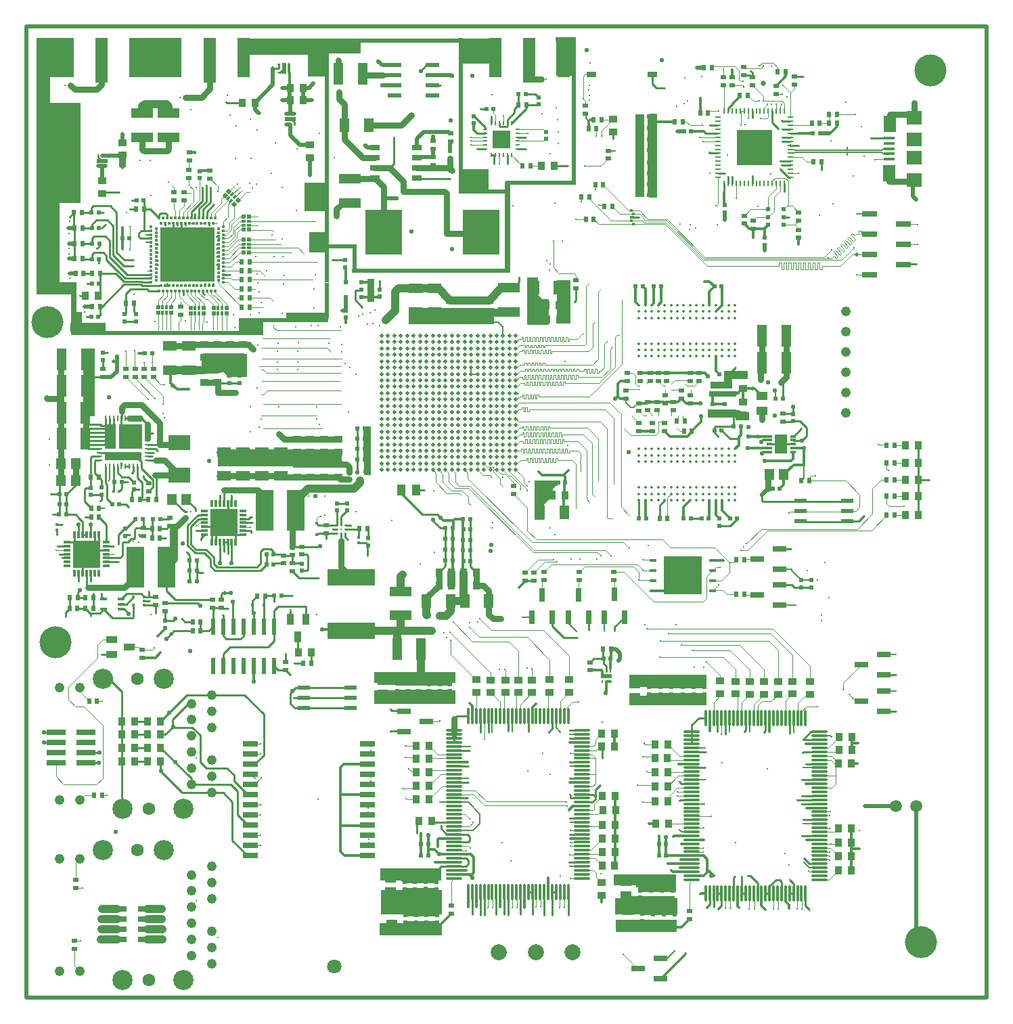
<source format=gtl>
%FSLAX25Y25*%
%MOIN*%
G70*
G01*
G75*
G04 Layer_Physical_Order=1*
G04 Layer_Color=255*
%ADD10R,0.09449X0.02992*%
%ADD11C,0.01969*%
%ADD12R,0.03543X0.01772*%
%ADD13R,0.18898X0.18898*%
%ADD14R,0.01575X0.01575*%
%ADD15R,0.01772X0.01181*%
%ADD16R,0.01181X0.01181*%
%ADD17R,0.01181X0.01772*%
%ADD18R,0.01181X0.01181*%
%ADD19R,0.26772X0.26772*%
%ADD20R,0.03543X0.03937*%
%ADD21R,0.02165X0.02559*%
%ADD22R,0.01969X0.01969*%
%ADD23R,0.01378X0.01969*%
%ADD24R,0.07087X0.02362*%
%ADD25R,0.02362X0.01181*%
%ADD26R,0.02362X0.07874*%
%ADD27R,0.06299X0.02165*%
%ADD28R,0.01772X0.01378*%
%ADD29R,0.07480X0.07087*%
%ADD30R,0.05315X0.01575*%
%ADD31R,0.06299X0.08268*%
%ADD32O,0.03150X0.00984*%
%ADD33O,0.00984X0.03150*%
%ADD34R,0.05276X0.12284*%
%ADD35R,0.11181X0.12284*%
%ADD36R,0.18071X0.04370*%
%ADD37R,0.02756X0.01181*%
%ADD38R,0.06221X0.09252*%
%ADD39C,0.00984*%
%ADD40R,0.01181X0.03347*%
%ADD41R,0.03347X0.01181*%
%ADD42R,0.13386X0.13386*%
%ADD43R,0.04528X0.02992*%
%ADD44R,0.03937X0.03543*%
%ADD45R,0.02362X0.02362*%
%ADD46R,0.00984X0.01575*%
%ADD47R,0.05512X0.01969*%
%ADD48R,0.07284X0.02913*%
%ADD49R,0.04134X0.05512*%
%ADD50R,0.08661X0.20472*%
%ADD51R,0.18110X0.22047*%
%ADD52R,0.10984X0.07559*%
%ADD53C,0.05906*%
%ADD54R,0.06693X0.02795*%
%ADD55R,0.01969X0.00984*%
%ADD56R,0.00984X0.01969*%
%ADD57R,0.09055X0.09055*%
%ADD58R,0.07520X0.02992*%
%ADD59O,0.02953X0.00984*%
%ADD60O,0.00984X0.02953*%
%ADD61R,0.17716X0.17716*%
%ADD62O,0.08268X0.01181*%
%ADD63O,0.01181X0.08268*%
%ADD64R,0.01969X0.01969*%
%ADD65R,0.04724X0.02953*%
%ADD66C,0.01378*%
%ADD67R,0.06299X0.19291*%
%ADD68R,0.05906X0.22047*%
%ADD69R,0.05709X0.04528*%
%ADD70R,0.02441X0.02441*%
%ADD71R,0.01811X0.01654*%
%ADD72R,0.03543X0.01575*%
%ADD73R,0.02559X0.02165*%
%ADD74R,0.01575X0.00984*%
%ADD75R,0.01969X0.05512*%
%ADD76R,0.03740X0.05512*%
G04:AMPARAMS|DCode=77|XSize=13.78mil|YSize=19.69mil|CornerRadius=0mil|HoleSize=0mil|Usage=FLASHONLY|Rotation=315.000|XOffset=0mil|YOffset=0mil|HoleType=Round|Shape=Rectangle|*
%AMROTATEDRECTD77*
4,1,4,-0.01183,-0.00209,0.00209,0.01183,0.01183,0.00209,-0.00209,-0.01183,-0.01183,-0.00209,0.0*
%
%ADD77ROTATEDRECTD77*%

%ADD78P,0.02784X4X360.0*%
%ADD79R,0.01969X0.01378*%
%ADD80R,0.02795X0.06693*%
%ADD81R,0.23622X0.07874*%
%ADD82R,0.05512X0.04134*%
%ADD83R,0.01575X0.01575*%
%ADD84R,0.02441X0.02441*%
%ADD85R,0.04528X0.10630*%
%ADD86R,0.10630X0.04528*%
%ADD87R,0.04528X0.07087*%
%ADD88R,0.04528X0.05709*%
%ADD89R,0.01654X0.01811*%
%ADD90R,0.07087X0.04528*%
%ADD91R,0.05512X0.03740*%
%ADD92C,0.01181*%
%ADD93C,0.00453*%
%ADD94C,0.03937*%
%ADD95C,0.01000*%
%ADD96C,0.03150*%
%ADD97C,0.01969*%
%ADD98C,0.01378*%
%ADD99C,0.00996*%
%ADD100C,0.00394*%
%ADD101C,0.00787*%
%ADD102C,0.01181*%
%ADD103C,0.00784*%
%ADD104C,0.00512*%
%ADD105R,0.09911X0.06594*%
%ADD106R,0.06791X1.25492*%
%ADD107R,0.18996X0.06496*%
%ADD108R,0.15453X0.49409*%
%ADD109R,0.02854X0.21358*%
%ADD110R,0.13976X0.11319*%
%ADD111R,0.14764X0.11122*%
%ADD112R,0.09153X0.17224*%
%ADD113R,0.08465X0.09843*%
%ADD114R,0.08661X0.12402*%
%ADD115R,0.13386X0.08169*%
%ADD116R,0.05315X0.93799*%
%ADD117R,0.17224X0.04528*%
%ADD118R,0.19193X0.03051*%
%ADD119R,0.10925X0.14469*%
%ADD120R,0.11614X0.04035*%
%ADD121R,0.02264X0.71752*%
%ADD122R,0.34842X0.01969*%
%ADD123R,0.78150X0.02461*%
%ADD124R,0.02461X0.13189*%
%ADD125R,0.16043X0.02264*%
%ADD126R,0.02658X0.42618*%
%ADD127R,0.25098X0.01969*%
%ADD128R,0.02165X0.76575*%
%ADD129R,0.68504X0.02165*%
%ADD130R,0.03347X0.05315*%
%ADD131R,0.02264X0.05512*%
%ADD132R,0.02431X1.19587*%
%ADD133R,0.10728X0.03445*%
%ADD134R,0.03839X0.08661*%
%ADD135R,0.14075X0.03839*%
%ADD136R,0.06594X0.04232*%
%ADD137R,0.13189X0.03051*%
%ADD138R,0.04921X0.18504*%
%ADD139R,0.09843X0.04134*%
%ADD140R,0.11713X0.02953*%
%ADD141R,0.04429X0.02756*%
%ADD142R,0.02362X0.02264*%
%ADD143R,0.08465X0.02854*%
%ADD144R,0.07087X0.21752*%
%ADD145R,0.10531X0.12598*%
%ADD146R,0.05315X0.10728*%
%ADD147R,0.04232X0.02854*%
%ADD148R,0.38287X0.06398*%
%ADD149R,0.38091X0.05118*%
%ADD150R,0.30807X0.08268*%
%ADD151R,0.30315X0.06102*%
%ADD152R,0.27756X0.05413*%
%ADD153R,0.19095X0.03937*%
%ADD154R,0.00886X0.01280*%
%ADD155R,0.39961X0.06594*%
%ADD156R,0.40256X0.05807*%
%ADD157R,0.30315X0.12008*%
%ADD158R,0.30709X0.06299*%
%ADD159R,0.30413X0.06496*%
%ADD160R,0.04134X0.05413*%
%ADD161R,0.02431X0.00820*%
%ADD162R,0.03642X0.11417*%
%ADD163R,0.34449X0.01969*%
%ADD164R,0.02430X0.17389*%
%ADD165R,0.92913X0.01870*%
%ADD166R,0.04429X0.41240*%
%ADD167R,0.03740X0.41043*%
%ADD168R,0.05807X0.33169*%
%ADD169R,0.60335X0.08465*%
%ADD170R,0.09843X0.11122*%
%ADD171R,0.14370X0.08760*%
%ADD172R,0.03740X0.24016*%
%ADD173R,0.42224X0.07874*%
%ADD174R,0.08563X0.19291*%
%ADD175R,0.16535X0.19291*%
%ADD176R,0.31693X0.08071*%
%ADD177R,0.06299X0.00394*%
%ADD178R,0.03543X0.00787*%
%ADD179R,0.01181X0.00984*%
%ADD180R,0.12303X0.06004*%
%ADD181R,0.08268X0.01476*%
%ADD182R,0.04823X0.07776*%
%ADD183R,0.14075X0.03740*%
%ADD184R,0.09941X0.01870*%
%ADD185C,0.07874*%
%ADD186C,0.04803*%
%ADD187C,0.09882*%
%ADD188C,0.06299*%
%ADD189C,0.15748*%
%ADD190C,0.07087*%
%ADD191C,0.02165*%
%ADD192C,0.02598*%
%ADD193C,0.01575*%
%ADD194C,0.00591*%
D10*
X55020Y23701D02*
D03*
Y28701D02*
D03*
Y33701D02*
D03*
Y38701D02*
D03*
X40059Y23701D02*
D03*
Y28701D02*
D03*
Y33701D02*
D03*
Y38701D02*
D03*
X25000Y120413D02*
D03*
Y125413D02*
D03*
Y110413D02*
D03*
Y115413D02*
D03*
X10039Y120413D02*
D03*
Y125413D02*
D03*
Y115413D02*
D03*
Y110413D02*
D03*
D11*
X236630Y320921D02*
D03*
X233480D02*
D03*
X236630Y314622D02*
D03*
Y317772D02*
D03*
X233480D02*
D03*
X230331Y320921D02*
D03*
X233480Y314622D02*
D03*
X230331D02*
D03*
X236630Y308323D02*
D03*
Y311473D02*
D03*
Y305173D02*
D03*
X233480Y308323D02*
D03*
Y311473D02*
D03*
X230331Y308323D02*
D03*
X233480Y305173D02*
D03*
X230331D02*
D03*
Y317772D02*
D03*
X227181Y320921D02*
D03*
Y314622D02*
D03*
Y317772D02*
D03*
X224031D02*
D03*
Y320921D02*
D03*
X227181Y311473D02*
D03*
X224031Y314622D02*
D03*
X230331Y311473D02*
D03*
X224031D02*
D03*
X227181Y305173D02*
D03*
Y308323D02*
D03*
X224031D02*
D03*
X220882D02*
D03*
X224031Y305173D02*
D03*
X220882D02*
D03*
X236630Y302024D02*
D03*
X233480D02*
D03*
X236630Y298874D02*
D03*
X233480Y295725D02*
D03*
Y298874D02*
D03*
X230331Y302024D02*
D03*
Y295725D02*
D03*
Y298874D02*
D03*
X236630Y292575D02*
D03*
Y295725D02*
D03*
Y289425D02*
D03*
X233480Y292575D02*
D03*
Y289425D02*
D03*
X230331Y292575D02*
D03*
Y286276D02*
D03*
Y289425D02*
D03*
X227181Y302024D02*
D03*
X224031D02*
D03*
X227181Y295725D02*
D03*
Y298874D02*
D03*
X220882D02*
D03*
Y302024D02*
D03*
X224031Y295725D02*
D03*
Y298874D02*
D03*
X227181Y292575D02*
D03*
X224031D02*
D03*
X227181Y289425D02*
D03*
X224031D02*
D03*
X220882Y292575D02*
D03*
Y295725D02*
D03*
Y289425D02*
D03*
Y320921D02*
D03*
X217732D02*
D03*
X220882Y314622D02*
D03*
Y317772D02*
D03*
X217732D02*
D03*
X214583Y320921D02*
D03*
Y317772D02*
D03*
X211433D02*
D03*
X220882Y311473D02*
D03*
X217732Y314622D02*
D03*
Y308323D02*
D03*
Y311473D02*
D03*
X214583D02*
D03*
Y314622D02*
D03*
X217732Y305173D02*
D03*
X214583Y308323D02*
D03*
X211433Y320921D02*
D03*
X208283D02*
D03*
X211433Y314622D02*
D03*
X208283Y317772D02*
D03*
X205134D02*
D03*
Y320921D02*
D03*
X208283Y314622D02*
D03*
X205134D02*
D03*
X211433Y311473D02*
D03*
X208283D02*
D03*
X211433Y305173D02*
D03*
Y308323D02*
D03*
X208283D02*
D03*
X205134Y311473D02*
D03*
Y305173D02*
D03*
Y308323D02*
D03*
X217732Y302024D02*
D03*
X214583D02*
D03*
X217732Y298874D02*
D03*
X214583D02*
D03*
Y305173D02*
D03*
X211433Y302024D02*
D03*
Y295725D02*
D03*
Y298874D02*
D03*
X217732Y295725D02*
D03*
X214583D02*
D03*
X217732Y289425D02*
D03*
Y292575D02*
D03*
X214583Y289425D02*
D03*
Y292575D02*
D03*
Y286276D02*
D03*
X211433Y289425D02*
D03*
X208283Y298874D02*
D03*
Y302024D02*
D03*
Y292575D02*
D03*
Y295725D02*
D03*
Y305173D02*
D03*
X205134Y302024D02*
D03*
Y295725D02*
D03*
Y298874D02*
D03*
X211433Y292575D02*
D03*
X205134D02*
D03*
X208283Y286276D02*
D03*
Y289425D02*
D03*
X205134D02*
D03*
X236630Y286276D02*
D03*
X233480D02*
D03*
X236630Y279977D02*
D03*
Y283126D02*
D03*
X233480D02*
D03*
X230331D02*
D03*
X233480Y276827D02*
D03*
Y279977D02*
D03*
X236630Y273677D02*
D03*
Y276827D02*
D03*
X233480Y273677D02*
D03*
X236630Y270528D02*
D03*
X233480D02*
D03*
X227181Y283126D02*
D03*
Y286276D02*
D03*
X230331Y276827D02*
D03*
Y279977D02*
D03*
X224031Y283126D02*
D03*
Y286276D02*
D03*
X227181Y279977D02*
D03*
X224031D02*
D03*
X230331Y273677D02*
D03*
X227181Y276827D02*
D03*
Y270528D02*
D03*
Y273677D02*
D03*
X224031D02*
D03*
Y276827D02*
D03*
Y270528D02*
D03*
X220882Y273677D02*
D03*
X236630Y267378D02*
D03*
X233480D02*
D03*
X236630Y261079D02*
D03*
Y264229D02*
D03*
X233480D02*
D03*
X230331Y267378D02*
D03*
X233480Y261079D02*
D03*
X230331Y264229D02*
D03*
X236630Y257929D02*
D03*
X233480D02*
D03*
X230331Y261079D02*
D03*
X236630Y254780D02*
D03*
X233480D02*
D03*
X230331Y270528D02*
D03*
X227181Y267378D02*
D03*
Y261079D02*
D03*
Y264229D02*
D03*
X224031Y267378D02*
D03*
X220882Y270528D02*
D03*
X224031Y261079D02*
D03*
Y264229D02*
D03*
X230331Y257929D02*
D03*
X227181D02*
D03*
X230331Y254780D02*
D03*
X227181D02*
D03*
X224031Y257929D02*
D03*
X220882D02*
D03*
X224031Y254780D02*
D03*
X220882Y286276D02*
D03*
X217732D02*
D03*
X220882Y279977D02*
D03*
Y283126D02*
D03*
X217732D02*
D03*
X211433Y286276D02*
D03*
X217732Y279977D02*
D03*
X214583Y283126D02*
D03*
X220882Y276827D02*
D03*
X214583Y279977D02*
D03*
X217732Y273677D02*
D03*
Y276827D02*
D03*
X214583D02*
D03*
X211433Y279977D02*
D03*
X214583Y270528D02*
D03*
Y273677D02*
D03*
X211433Y283126D02*
D03*
X208283D02*
D03*
Y276827D02*
D03*
Y279977D02*
D03*
X205134Y286276D02*
D03*
X201984D02*
D03*
X205134Y279977D02*
D03*
Y283126D02*
D03*
X211433Y273677D02*
D03*
Y276827D02*
D03*
X208283Y270528D02*
D03*
Y273677D02*
D03*
X205134D02*
D03*
Y276827D02*
D03*
Y270528D02*
D03*
X220882Y267378D02*
D03*
X217732D02*
D03*
X220882Y264229D02*
D03*
X217732D02*
D03*
Y270528D02*
D03*
X214583Y267378D02*
D03*
Y264229D02*
D03*
X211433D02*
D03*
X220882Y261079D02*
D03*
X217732D02*
D03*
X220882Y254780D02*
D03*
X217732Y257929D02*
D03*
X214583D02*
D03*
Y261079D02*
D03*
X217732Y254780D02*
D03*
X214583D02*
D03*
X211433Y267378D02*
D03*
Y270528D02*
D03*
X208283Y264229D02*
D03*
Y267378D02*
D03*
X205134Y264229D02*
D03*
Y267378D02*
D03*
X208283Y261079D02*
D03*
X205134D02*
D03*
X211433Y257929D02*
D03*
Y261079D02*
D03*
Y254780D02*
D03*
X208283Y257929D02*
D03*
X205134Y254780D02*
D03*
Y257929D02*
D03*
X208283Y254780D02*
D03*
X201984Y320921D02*
D03*
X198835D02*
D03*
X201984Y314622D02*
D03*
Y317772D02*
D03*
X198835D02*
D03*
X195685Y320921D02*
D03*
X198835Y314622D02*
D03*
X195685Y317772D02*
D03*
X201984Y311473D02*
D03*
X198835D02*
D03*
X201984Y305173D02*
D03*
Y308323D02*
D03*
X198835D02*
D03*
X195685Y314622D02*
D03*
Y305173D02*
D03*
Y308323D02*
D03*
X192535Y320921D02*
D03*
Y317772D02*
D03*
X189386Y320921D02*
D03*
Y317772D02*
D03*
X186236Y314622D02*
D03*
X195685Y311473D02*
D03*
X192535Y314622D02*
D03*
Y308323D02*
D03*
Y311473D02*
D03*
X189386D02*
D03*
Y314622D02*
D03*
Y308323D02*
D03*
X186236D02*
D03*
X201984Y302024D02*
D03*
X198835Y305173D02*
D03*
X201984Y295725D02*
D03*
Y298874D02*
D03*
X198835Y302024D02*
D03*
X195685D02*
D03*
X198835Y298874D02*
D03*
X195685D02*
D03*
X201984Y292575D02*
D03*
X198835Y295725D02*
D03*
X201984Y289425D02*
D03*
X198835Y292575D02*
D03*
X195685D02*
D03*
Y295725D02*
D03*
X198835Y289425D02*
D03*
X195685D02*
D03*
X192535Y302024D02*
D03*
Y305173D02*
D03*
Y298874D02*
D03*
X189386D02*
D03*
Y305173D02*
D03*
X186236D02*
D03*
X189386Y302024D02*
D03*
X186236Y298874D02*
D03*
X192535Y295725D02*
D03*
X189386D02*
D03*
X192535Y289425D02*
D03*
Y292575D02*
D03*
X189386Y289425D02*
D03*
Y292575D02*
D03*
X186236Y289425D02*
D03*
Y320921D02*
D03*
X183087D02*
D03*
X186236Y317772D02*
D03*
X183087Y314622D02*
D03*
Y317772D02*
D03*
X179937Y320921D02*
D03*
Y314622D02*
D03*
Y317772D02*
D03*
X186236Y311473D02*
D03*
X183087D02*
D03*
Y305173D02*
D03*
Y308323D02*
D03*
X179937Y311473D02*
D03*
X176787Y314622D02*
D03*
X179937Y305173D02*
D03*
Y308323D02*
D03*
X176787Y320921D02*
D03*
X173638D02*
D03*
X176787Y317772D02*
D03*
X173638Y314622D02*
D03*
Y317772D02*
D03*
X170488Y320921D02*
D03*
Y314622D02*
D03*
Y317772D02*
D03*
X176787Y308323D02*
D03*
Y311473D02*
D03*
Y305173D02*
D03*
X173638Y308323D02*
D03*
Y311473D02*
D03*
X170488D02*
D03*
Y305173D02*
D03*
Y308323D02*
D03*
X186236Y302024D02*
D03*
X183087D02*
D03*
Y295725D02*
D03*
Y298874D02*
D03*
X179937D02*
D03*
Y302024D02*
D03*
Y295725D02*
D03*
X176787Y298874D02*
D03*
X186236Y292575D02*
D03*
Y295725D02*
D03*
X183087Y289425D02*
D03*
Y292575D02*
D03*
X179937Y289425D02*
D03*
Y292575D02*
D03*
X176787Y286276D02*
D03*
Y289425D02*
D03*
Y302024D02*
D03*
X173638Y305173D02*
D03*
X176787Y295725D02*
D03*
X173638Y302024D02*
D03*
Y298874D02*
D03*
X170488Y302024D02*
D03*
Y295725D02*
D03*
Y298874D02*
D03*
X176787Y292575D02*
D03*
X173638Y295725D02*
D03*
Y289425D02*
D03*
Y292575D02*
D03*
X170488Y289425D02*
D03*
Y292575D02*
D03*
X173638Y286276D02*
D03*
X201984Y283126D02*
D03*
X198835Y286276D02*
D03*
X201984Y279977D02*
D03*
X198835Y283126D02*
D03*
X195685D02*
D03*
Y286276D02*
D03*
X198835Y279977D02*
D03*
X195685D02*
D03*
X201984Y276827D02*
D03*
X198835D02*
D03*
X201984Y270528D02*
D03*
Y273677D02*
D03*
X198835D02*
D03*
X195685D02*
D03*
X198835Y270528D02*
D03*
X195685D02*
D03*
X192535Y283126D02*
D03*
Y286276D02*
D03*
X195685Y276827D02*
D03*
X192535Y279977D02*
D03*
X189386Y283126D02*
D03*
Y286276D02*
D03*
Y279977D02*
D03*
X186236D02*
D03*
X192535Y276827D02*
D03*
Y270528D02*
D03*
Y273677D02*
D03*
X189386Y276827D02*
D03*
X186236D02*
D03*
X189386Y273677D02*
D03*
X186236Y270528D02*
D03*
X201984Y267378D02*
D03*
X198835D02*
D03*
X201984Y261079D02*
D03*
Y264229D02*
D03*
X195685Y267378D02*
D03*
X192535D02*
D03*
X198835Y264229D02*
D03*
X195685D02*
D03*
X201984Y257929D02*
D03*
X198835D02*
D03*
X201984Y254780D02*
D03*
X198835D02*
D03*
Y261079D02*
D03*
X195685D02*
D03*
Y254780D02*
D03*
Y257929D02*
D03*
X192535Y264229D02*
D03*
X189386Y267378D02*
D03*
X192535Y257929D02*
D03*
Y261079D02*
D03*
X189386Y264229D02*
D03*
Y270528D02*
D03*
Y261079D02*
D03*
X186236Y264229D02*
D03*
X192535Y254780D02*
D03*
X189386D02*
D03*
Y257929D02*
D03*
X186236Y254780D02*
D03*
Y286276D02*
D03*
X183087D02*
D03*
X186236Y283126D02*
D03*
X183087D02*
D03*
X179937Y286276D02*
D03*
X176787Y283126D02*
D03*
X183087Y279977D02*
D03*
X179937Y283126D02*
D03*
X186236Y273677D02*
D03*
X183087Y276827D02*
D03*
Y270528D02*
D03*
Y273677D02*
D03*
X179937Y276827D02*
D03*
Y279977D02*
D03*
Y270528D02*
D03*
Y273677D02*
D03*
X176787Y279977D02*
D03*
X173638Y283126D02*
D03*
X176787Y276827D02*
D03*
X173638Y279977D02*
D03*
X170488Y283126D02*
D03*
Y286276D02*
D03*
X173638Y276827D02*
D03*
X170488Y279977D02*
D03*
X176787Y273677D02*
D03*
X170488Y276827D02*
D03*
X173638Y273677D02*
D03*
X170488D02*
D03*
X186236Y267378D02*
D03*
X183087D02*
D03*
X186236Y261079D02*
D03*
X183087Y264229D02*
D03*
X179937Y267378D02*
D03*
X176787Y270528D02*
D03*
X179937Y264229D02*
D03*
X176787D02*
D03*
X186236Y257929D02*
D03*
X183087Y261079D02*
D03*
Y254780D02*
D03*
Y257929D02*
D03*
X179937D02*
D03*
Y261079D02*
D03*
Y254780D02*
D03*
X176787Y257929D02*
D03*
Y267378D02*
D03*
X173638Y270528D02*
D03*
Y264229D02*
D03*
Y267378D02*
D03*
X170488D02*
D03*
Y270528D02*
D03*
Y261079D02*
D03*
Y264229D02*
D03*
X176787Y261079D02*
D03*
X173638D02*
D03*
X176787Y254780D02*
D03*
X173638Y257929D02*
D03*
X170488Y254780D02*
D03*
Y257929D02*
D03*
X173638Y254780D02*
D03*
X404626Y360945D02*
D03*
X171358Y391634D02*
D03*
X42815Y403839D02*
D03*
X114075Y441634D02*
D03*
X202165Y449213D02*
D03*
X93110Y194193D02*
D03*
X191831Y175492D02*
D03*
X126476Y222342D02*
D03*
X353051Y294882D02*
D03*
X355709Y271358D02*
D03*
X67618Y296358D02*
D03*
X127362Y417913D02*
D03*
X287795Y164567D02*
D03*
X66732Y173819D02*
D03*
X38583Y308268D02*
D03*
X51279Y271201D02*
D03*
X46752Y271201D02*
D03*
Y276319D02*
D03*
X46752Y266083D02*
D03*
X51181Y261457D02*
D03*
X43307D02*
D03*
X47244D02*
D03*
X42224Y271201D02*
D03*
X36909Y276319D02*
D03*
Y271201D02*
D03*
Y266083D02*
D03*
X39370Y261457D02*
D03*
X35433D02*
D03*
X360531Y420177D02*
D03*
X356201D02*
D03*
X360531Y415846D02*
D03*
X356201D02*
D03*
Y411516D02*
D03*
X360531Y407185D02*
D03*
Y411516D02*
D03*
X356201Y407185D02*
D03*
X351870Y415846D02*
D03*
Y420177D02*
D03*
X347539Y415846D02*
D03*
Y420177D02*
D03*
X351870Y411516D02*
D03*
Y407185D02*
D03*
X347539Y411516D02*
D03*
Y407185D02*
D03*
X42815Y406201D02*
D03*
D12*
X333563Y210354D02*
D03*
Y205354D02*
D03*
Y200355D02*
D03*
Y195354D02*
D03*
X304035Y210354D02*
D03*
Y205354D02*
D03*
Y200355D02*
D03*
Y195354D02*
D03*
D13*
X318799Y202854D02*
D03*
D14*
X138386Y222933D02*
D03*
Y228445D02*
D03*
D15*
X92642Y374654D02*
D03*
Y372685D02*
D03*
Y370717D02*
D03*
Y368748D02*
D03*
Y366780D02*
D03*
Y362843D02*
D03*
Y360874D02*
D03*
Y364811D02*
D03*
Y356937D02*
D03*
Y354969D02*
D03*
Y358906D02*
D03*
Y353000D02*
D03*
Y351032D02*
D03*
Y349063D02*
D03*
Y347095D02*
D03*
X56815Y372685D02*
D03*
Y374654D02*
D03*
Y370717D02*
D03*
Y368748D02*
D03*
Y364811D02*
D03*
Y362843D02*
D03*
Y366780D02*
D03*
Y360874D02*
D03*
Y356937D02*
D03*
Y354969D02*
D03*
Y358906D02*
D03*
Y353000D02*
D03*
Y351032D02*
D03*
Y349063D02*
D03*
Y347095D02*
D03*
D16*
X90083Y373670D02*
D03*
Y371701D02*
D03*
Y369732D02*
D03*
Y367764D02*
D03*
Y365795D02*
D03*
Y363827D02*
D03*
Y361859D02*
D03*
Y359890D02*
D03*
Y357922D02*
D03*
Y355953D02*
D03*
Y353984D02*
D03*
Y352016D02*
D03*
Y350047D02*
D03*
Y348079D02*
D03*
X59374Y373670D02*
D03*
Y371701D02*
D03*
Y369732D02*
D03*
Y367764D02*
D03*
Y365795D02*
D03*
Y363827D02*
D03*
Y361859D02*
D03*
Y359890D02*
D03*
Y357922D02*
D03*
Y355953D02*
D03*
Y353984D02*
D03*
Y352016D02*
D03*
Y350047D02*
D03*
Y348079D02*
D03*
X294587Y381004D02*
D03*
Y375886D02*
D03*
X293406Y382579D02*
D03*
Y377461D02*
D03*
D17*
X88508Y378787D02*
D03*
X86540D02*
D03*
X84571D02*
D03*
X82603D02*
D03*
X80634D02*
D03*
X76697D02*
D03*
X78666D02*
D03*
X74728D02*
D03*
X86540Y342961D02*
D03*
X88508D02*
D03*
X84571D02*
D03*
X80634D02*
D03*
X82603D02*
D03*
X78666D02*
D03*
X76697D02*
D03*
X74728D02*
D03*
X70791Y378787D02*
D03*
X72760D02*
D03*
X68823D02*
D03*
X66854D02*
D03*
X64886D02*
D03*
X62917D02*
D03*
X60949D02*
D03*
X70791Y342961D02*
D03*
X72760D02*
D03*
X68823D02*
D03*
X66854D02*
D03*
X64886D02*
D03*
X60949D02*
D03*
X62917D02*
D03*
D18*
X87524Y376228D02*
D03*
X85555D02*
D03*
X83587D02*
D03*
X81618D02*
D03*
X79650D02*
D03*
X77681D02*
D03*
X75713D02*
D03*
X87524Y345520D02*
D03*
X85555D02*
D03*
X81618D02*
D03*
X83587D02*
D03*
X79650D02*
D03*
X75713D02*
D03*
X77681D02*
D03*
X73744D02*
D03*
X71776Y376228D02*
D03*
X73744D02*
D03*
X69807D02*
D03*
X65870D02*
D03*
X67839D02*
D03*
X63902D02*
D03*
X61933D02*
D03*
X71776Y345520D02*
D03*
X69807D02*
D03*
X67839D02*
D03*
X65870D02*
D03*
X63902D02*
D03*
X61933D02*
D03*
D19*
X74728Y360874D02*
D03*
D20*
X285236Y118701D02*
D03*
X278937D02*
D03*
X135827Y164862D02*
D03*
X129528D02*
D03*
X434842Y241732D02*
D03*
X428543D02*
D03*
X434842Y258268D02*
D03*
X428543D02*
D03*
X434842Y266929D02*
D03*
X428543D02*
D03*
X434842Y232480D02*
D03*
X428543D02*
D03*
X434842Y249803D02*
D03*
X428543D02*
D03*
X402264Y123229D02*
D03*
X395965D02*
D03*
X401870Y78248D02*
D03*
X395571D02*
D03*
X401870Y71358D02*
D03*
X395571D02*
D03*
X401870Y64567D02*
D03*
X395571D02*
D03*
X311516Y119685D02*
D03*
X305217D02*
D03*
X311319Y112795D02*
D03*
X305020D02*
D03*
X401870Y57677D02*
D03*
X395571D02*
D03*
X311417Y106004D02*
D03*
X305118D02*
D03*
X311417Y99016D02*
D03*
X305118D02*
D03*
X311811Y80610D02*
D03*
X305512D02*
D03*
X311417Y91536D02*
D03*
X305118D02*
D03*
X401968Y110335D02*
D03*
X395669D02*
D03*
X402264Y116831D02*
D03*
X395965D02*
D03*
X61516Y124409D02*
D03*
X55216D02*
D03*
X61614Y130807D02*
D03*
X55315D02*
D03*
X61614Y117913D02*
D03*
X55315D02*
D03*
X61614Y111221D02*
D03*
X55315D02*
D03*
X285236Y125000D02*
D03*
X278937D02*
D03*
X285630Y94292D02*
D03*
X279331D02*
D03*
X285335Y59843D02*
D03*
X279035D02*
D03*
X285728Y87303D02*
D03*
X279429D02*
D03*
X285531Y80020D02*
D03*
X279232D02*
D03*
X285433Y73229D02*
D03*
X279134D02*
D03*
X285433Y66437D02*
D03*
X279134D02*
D03*
X193898Y118898D02*
D03*
X187599D02*
D03*
X193898Y112402D02*
D03*
X187599D02*
D03*
X193799Y105807D02*
D03*
X187500D02*
D03*
X193898Y99213D02*
D03*
X187599D02*
D03*
X195276Y81792D02*
D03*
X188976D02*
D03*
X193799Y92520D02*
D03*
X187500D02*
D03*
X30906Y340650D02*
D03*
X24606D02*
D03*
X131693Y436811D02*
D03*
X125394D02*
D03*
X131693Y443012D02*
D03*
X125394D02*
D03*
X108071Y435630D02*
D03*
X101772D02*
D03*
X255610Y404429D02*
D03*
X249311D02*
D03*
X48917Y124409D02*
D03*
X42618D02*
D03*
X48917Y130807D02*
D03*
X42618D02*
D03*
X48917Y117819D02*
D03*
X42618D02*
D03*
X48917Y111221D02*
D03*
X42618D02*
D03*
X217224Y198031D02*
D03*
X210925D02*
D03*
X217224Y204331D02*
D03*
X210925D02*
D03*
X205000Y198031D02*
D03*
X198701D02*
D03*
X205000Y204331D02*
D03*
X198701D02*
D03*
X257909Y336035D02*
D03*
X251610D02*
D03*
X258008Y328949D02*
D03*
X251709D02*
D03*
X260752Y242280D02*
D03*
X254453D02*
D03*
D21*
X319685Y278839D02*
D03*
X315748D02*
D03*
X53445Y383071D02*
D03*
X49508D02*
D03*
X30315Y140748D02*
D03*
X26378D02*
D03*
X32776Y94587D02*
D03*
X28839D02*
D03*
X423228Y241732D02*
D03*
X419291D02*
D03*
X423228Y258366D02*
D03*
X419291D02*
D03*
X423228Y267028D02*
D03*
X419291D02*
D03*
X423228Y232480D02*
D03*
X419291D02*
D03*
X423228Y249803D02*
D03*
X419291D02*
D03*
X318701Y426378D02*
D03*
X314764D02*
D03*
X331299Y430709D02*
D03*
X327362D02*
D03*
X369587Y450787D02*
D03*
X365650D02*
D03*
X333268Y452756D02*
D03*
X329331D02*
D03*
X387106Y406398D02*
D03*
X383169D02*
D03*
X394783Y425394D02*
D03*
X390846D02*
D03*
X386319D02*
D03*
X382382D02*
D03*
X394783Y429823D02*
D03*
X390846D02*
D03*
X350886Y439173D02*
D03*
X346949D02*
D03*
X381201Y249508D02*
D03*
X377264D02*
D03*
X349114Y193405D02*
D03*
X345177D02*
D03*
X349114Y210630D02*
D03*
X345177D02*
D03*
X48425Y336811D02*
D03*
X44488D02*
D03*
X31890Y351477D02*
D03*
X27953D02*
D03*
X283563Y166535D02*
D03*
X279626D02*
D03*
X135728Y159449D02*
D03*
X131791D02*
D03*
X81299Y180020D02*
D03*
X77362D02*
D03*
X81299Y175394D02*
D03*
X77362D02*
D03*
X113091Y192717D02*
D03*
X109153D02*
D03*
X163583Y225787D02*
D03*
X159646D02*
D03*
X61319Y221161D02*
D03*
X57382D02*
D03*
X31299Y231693D02*
D03*
X27362D02*
D03*
X61319Y225886D02*
D03*
X57382D02*
D03*
X51575Y240158D02*
D03*
X47638D02*
D03*
X31299Y236024D02*
D03*
X27362D02*
D03*
X59449Y240158D02*
D03*
X55512D02*
D03*
X31201Y251181D02*
D03*
X27264D02*
D03*
X243898Y404626D02*
D03*
X239961D02*
D03*
X323327Y274016D02*
D03*
X319390D02*
D03*
X311319Y231004D02*
D03*
X307382D02*
D03*
X279626Y395177D02*
D03*
X275689D02*
D03*
X272933Y389370D02*
D03*
X268996D02*
D03*
X275000Y378346D02*
D03*
X271063D02*
D03*
X284252Y384646D02*
D03*
X280315D02*
D03*
X278937Y427264D02*
D03*
X275000D02*
D03*
X276279Y422736D02*
D03*
X272342D02*
D03*
X105413Y335039D02*
D03*
X101476D02*
D03*
X105413Y339567D02*
D03*
X101476D02*
D03*
X105610Y357382D02*
D03*
X101673D02*
D03*
X105512Y343996D02*
D03*
X101575D02*
D03*
X105610Y352953D02*
D03*
X101673D02*
D03*
X105610Y348524D02*
D03*
X101673D02*
D03*
X241732Y434449D02*
D03*
X237795D02*
D03*
X23622Y351575D02*
D03*
X19685D02*
D03*
X23130Y358760D02*
D03*
X19193D02*
D03*
X23228Y366339D02*
D03*
X19291D02*
D03*
X23031Y373917D02*
D03*
X19094D02*
D03*
X22933Y381496D02*
D03*
X18996D02*
D03*
X31693Y335236D02*
D03*
X27756D02*
D03*
X20768Y191732D02*
D03*
X16831D02*
D03*
X20669Y186516D02*
D03*
X16732D02*
D03*
X28543Y191732D02*
D03*
X24606D02*
D03*
X28543Y186516D02*
D03*
X24606D02*
D03*
D22*
X94095Y334646D02*
D03*
Y331890D02*
D03*
X87795Y334646D02*
D03*
Y331890D02*
D03*
X66732Y334843D02*
D03*
Y332087D02*
D03*
X60433Y334843D02*
D03*
Y332087D02*
D03*
X82776Y334646D02*
D03*
Y331890D02*
D03*
X76476Y334646D02*
D03*
Y331890D02*
D03*
D23*
X91929Y334646D02*
D03*
X89961D02*
D03*
X91929Y331890D02*
D03*
X89961D02*
D03*
X64567Y334843D02*
D03*
X62599D02*
D03*
X64567Y332087D02*
D03*
X62599D02*
D03*
X80610Y334646D02*
D03*
X78642D02*
D03*
X80610Y331890D02*
D03*
X78642D02*
D03*
D24*
X195669Y454153D02*
D03*
Y444153D02*
D03*
Y449154D02*
D03*
Y439153D02*
D03*
X176772Y454153D02*
D03*
Y449154D02*
D03*
Y444153D02*
D03*
Y439153D02*
D03*
D25*
X293996Y379232D02*
D03*
D26*
X117362Y177461D02*
D03*
X112362D02*
D03*
X107362D02*
D03*
X102362D02*
D03*
X117362Y158366D02*
D03*
X112362D02*
D03*
X107362D02*
D03*
X102362D02*
D03*
X97362Y177461D02*
D03*
X92362D02*
D03*
X87362D02*
D03*
X97362Y158366D02*
D03*
X92362D02*
D03*
X87362D02*
D03*
D27*
X155020Y142421D02*
D03*
Y147421D02*
D03*
Y137421D02*
D03*
X132185Y147421D02*
D03*
Y142421D02*
D03*
Y137421D02*
D03*
X399705Y234646D02*
D03*
Y239646D02*
D03*
Y229646D02*
D03*
X376870Y239646D02*
D03*
Y234646D02*
D03*
Y229646D02*
D03*
D28*
X53642Y190256D02*
D03*
Y192224D02*
D03*
Y188287D02*
D03*
X48327Y192224D02*
D03*
Y188287D02*
D03*
D29*
X432972Y428346D02*
D03*
Y408465D02*
D03*
Y417520D02*
D03*
Y397638D02*
D03*
D30*
X420571Y410433D02*
D03*
Y418110D02*
D03*
Y412992D02*
D03*
Y415551D02*
D03*
Y407874D02*
D03*
D31*
X420965Y425197D02*
D03*
X420571Y400787D02*
D03*
D32*
X55118Y277165D02*
D03*
Y275197D02*
D03*
Y271260D02*
D03*
Y273228D02*
D03*
Y267323D02*
D03*
Y269291D02*
D03*
Y265354D02*
D03*
Y263386D02*
D03*
Y261417D02*
D03*
Y259449D02*
D03*
X31496Y277165D02*
D03*
Y275197D02*
D03*
Y269291D02*
D03*
Y267323D02*
D03*
Y273228D02*
D03*
Y271260D02*
D03*
Y261417D02*
D03*
Y265354D02*
D03*
Y263386D02*
D03*
Y259449D02*
D03*
D33*
X52165Y280118D02*
D03*
X48228D02*
D03*
X46260D02*
D03*
X50197D02*
D03*
X42323D02*
D03*
X44291D02*
D03*
X52165Y256496D02*
D03*
X50197D02*
D03*
X46260D02*
D03*
X48228D02*
D03*
X42323D02*
D03*
X44291D02*
D03*
X38386Y280118D02*
D03*
X36417D02*
D03*
X40354D02*
D03*
X34449D02*
D03*
X38386Y256496D02*
D03*
X36417D02*
D03*
X40354D02*
D03*
X34449D02*
D03*
D34*
X36909Y271201D02*
D03*
D35*
X46752D02*
D03*
D36*
X43307Y261457D02*
D03*
D37*
X373130Y269390D02*
D03*
Y271358D02*
D03*
Y265453D02*
D03*
Y267421D02*
D03*
Y263484D02*
D03*
X361516Y269390D02*
D03*
Y271358D02*
D03*
Y265453D02*
D03*
Y267421D02*
D03*
Y263484D02*
D03*
D38*
X367323Y267421D02*
D03*
D39*
X152559Y225590D02*
D03*
Y227559D02*
D03*
X150591D02*
D03*
Y225590D02*
D03*
Y223622D02*
D03*
X152559D02*
D03*
X148622Y227559D02*
D03*
Y225590D02*
D03*
Y223622D02*
D03*
D40*
X31102Y222933D02*
D03*
X29134D02*
D03*
X25197D02*
D03*
X27165D02*
D03*
X31102Y203839D02*
D03*
X27165D02*
D03*
X29134D02*
D03*
X25197D02*
D03*
X21260Y222933D02*
D03*
X23228D02*
D03*
X19291D02*
D03*
X23228Y203839D02*
D03*
X21260D02*
D03*
X19291D02*
D03*
X98622Y238287D02*
D03*
X94685D02*
D03*
X96653D02*
D03*
X90748D02*
D03*
X92716D02*
D03*
X98622Y219193D02*
D03*
X94685D02*
D03*
X96653D02*
D03*
X92716D02*
D03*
X86811Y238287D02*
D03*
X88779D02*
D03*
X90748Y219193D02*
D03*
X88779D02*
D03*
X86811D02*
D03*
D41*
X34744Y215354D02*
D03*
Y213386D02*
D03*
Y219291D02*
D03*
Y217323D02*
D03*
Y211417D02*
D03*
Y209449D02*
D03*
Y207480D02*
D03*
X15650Y219291D02*
D03*
Y217323D02*
D03*
Y213386D02*
D03*
Y211417D02*
D03*
Y215354D02*
D03*
Y207480D02*
D03*
Y209449D02*
D03*
X102264Y234646D02*
D03*
Y230709D02*
D03*
Y228740D02*
D03*
Y232677D02*
D03*
Y226772D02*
D03*
Y224803D02*
D03*
Y222835D02*
D03*
X83169Y226772D02*
D03*
Y234646D02*
D03*
Y232677D02*
D03*
Y228740D02*
D03*
Y224803D02*
D03*
Y230709D02*
D03*
Y222835D02*
D03*
D42*
X25197Y213386D02*
D03*
X92716Y228740D02*
D03*
D43*
X187795Y413406D02*
D03*
Y403406D02*
D03*
Y408405D02*
D03*
Y398406D02*
D03*
X167323Y413406D02*
D03*
Y408405D02*
D03*
Y403406D02*
D03*
Y398406D02*
D03*
D44*
X284350Y427461D02*
D03*
Y421161D02*
D03*
X365748Y150591D02*
D03*
Y144291D02*
D03*
X358858Y150591D02*
D03*
Y144291D02*
D03*
X351772Y150492D02*
D03*
Y144193D02*
D03*
X344685Y150689D02*
D03*
Y144390D02*
D03*
X372736Y150689D02*
D03*
Y144390D02*
D03*
X381398Y150492D02*
D03*
Y144193D02*
D03*
X337303Y150886D02*
D03*
Y144587D02*
D03*
X244587Y151378D02*
D03*
Y145079D02*
D03*
X237992Y151378D02*
D03*
Y145079D02*
D03*
X231398Y151378D02*
D03*
Y145079D02*
D03*
X224311Y151378D02*
D03*
Y145079D02*
D03*
X253248Y151477D02*
D03*
Y145177D02*
D03*
X262894Y151477D02*
D03*
Y145177D02*
D03*
X217126Y151477D02*
D03*
Y145177D02*
D03*
X278937Y51477D02*
D03*
Y45177D02*
D03*
X135236Y414764D02*
D03*
Y408465D02*
D03*
X32776Y397343D02*
D03*
Y391043D02*
D03*
X42815Y416043D02*
D03*
Y409744D02*
D03*
X348425Y288091D02*
D03*
Y281791D02*
D03*
Y301181D02*
D03*
Y294882D02*
D03*
X142091Y269772D02*
D03*
Y263473D02*
D03*
X128687Y257590D02*
D03*
Y251291D02*
D03*
X135620Y257590D02*
D03*
Y251291D02*
D03*
X128740Y269783D02*
D03*
Y263484D02*
D03*
X149051Y257590D02*
D03*
Y251291D02*
D03*
X142260Y257590D02*
D03*
Y251291D02*
D03*
X135235Y269772D02*
D03*
Y263473D02*
D03*
X149177Y269772D02*
D03*
Y263473D02*
D03*
X223524Y338386D02*
D03*
Y332087D02*
D03*
X204331Y338386D02*
D03*
Y332087D02*
D03*
X210827Y338386D02*
D03*
Y332087D02*
D03*
X217126Y338386D02*
D03*
Y332087D02*
D03*
X83331Y316425D02*
D03*
Y310126D02*
D03*
X89630Y316425D02*
D03*
Y310126D02*
D03*
X95929Y316425D02*
D03*
Y310126D02*
D03*
X89567Y304331D02*
D03*
Y298031D02*
D03*
X83268Y304331D02*
D03*
Y298031D02*
D03*
X102264Y316437D02*
D03*
Y310138D02*
D03*
D45*
X160433Y343603D02*
D03*
Y347343D02*
D03*
Y339862D02*
D03*
X152953Y347343D02*
D03*
Y339862D02*
D03*
D46*
X127461Y430118D02*
D03*
X125492D02*
D03*
X123523D02*
D03*
X127461Y425000D02*
D03*
X125492D02*
D03*
X123523D02*
D03*
X283169Y155709D02*
D03*
X281201D02*
D03*
X283169Y150591D02*
D03*
X281201D02*
D03*
X279232Y155709D02*
D03*
Y150591D02*
D03*
X34669Y409547D02*
D03*
X32701D02*
D03*
X34669Y404429D02*
D03*
X32701D02*
D03*
X30732Y409547D02*
D03*
Y404429D02*
D03*
D47*
X125492Y427559D02*
D03*
X281201Y153150D02*
D03*
X32701Y406988D02*
D03*
D48*
X427658Y365945D02*
D03*
Y375945D02*
D03*
Y355945D02*
D03*
X410925Y370945D02*
D03*
Y380945D02*
D03*
Y360945D02*
D03*
Y350945D02*
D03*
D49*
X187599Y244783D02*
D03*
X180118D02*
D03*
D50*
X64370Y206890D02*
D03*
X49016D02*
D03*
X128051Y234744D02*
D03*
X112697D02*
D03*
D51*
X219390Y371949D02*
D03*
X171358D02*
D03*
D52*
X70965Y268209D02*
D03*
Y252067D02*
D03*
D53*
X433760Y89075D02*
D03*
X423760D02*
D03*
D54*
X307874Y14351D02*
D03*
Y4351D02*
D03*
X296850Y9351D02*
D03*
X366634Y198110D02*
D03*
Y188110D02*
D03*
X355610Y193110D02*
D03*
X366634Y215728D02*
D03*
Y205728D02*
D03*
X355610Y210728D02*
D03*
X417815Y145945D02*
D03*
Y135945D02*
D03*
X406791Y140945D02*
D03*
X417717Y163858D02*
D03*
Y153858D02*
D03*
X406693Y158858D02*
D03*
X192618Y130905D02*
D03*
X181595Y125906D02*
D03*
Y135906D02*
D03*
D55*
X237500Y422638D02*
D03*
Y418701D02*
D03*
Y416732D02*
D03*
Y420669D02*
D03*
Y414764D02*
D03*
Y412795D02*
D03*
X221555Y422638D02*
D03*
Y420669D02*
D03*
Y416732D02*
D03*
Y414764D02*
D03*
Y418701D02*
D03*
Y412795D02*
D03*
D56*
X234449Y425689D02*
D03*
X232480D02*
D03*
X230512D02*
D03*
X228543D02*
D03*
X234449Y409744D02*
D03*
X230512D02*
D03*
X232480D02*
D03*
X228543D02*
D03*
X224606Y425689D02*
D03*
X226575D02*
D03*
Y409744D02*
D03*
X224606D02*
D03*
D57*
X229527Y417717D02*
D03*
D58*
X163386Y114921D02*
D03*
Y109921D02*
D03*
Y119921D02*
D03*
Y99921D02*
D03*
Y94921D02*
D03*
Y104921D02*
D03*
Y89921D02*
D03*
Y79921D02*
D03*
Y84921D02*
D03*
Y74921D02*
D03*
Y69921D02*
D03*
Y64921D02*
D03*
X105906Y114921D02*
D03*
Y109921D02*
D03*
Y119921D02*
D03*
Y99921D02*
D03*
Y94921D02*
D03*
Y104921D02*
D03*
Y84921D02*
D03*
Y89921D02*
D03*
Y79921D02*
D03*
Y74921D02*
D03*
Y64921D02*
D03*
Y69921D02*
D03*
D59*
X371850Y424508D02*
D03*
Y426476D02*
D03*
Y428445D02*
D03*
Y414665D02*
D03*
Y416634D02*
D03*
Y412697D02*
D03*
Y420571D02*
D03*
Y422539D02*
D03*
Y418602D02*
D03*
Y408760D02*
D03*
Y410728D02*
D03*
Y404823D02*
D03*
Y406791D02*
D03*
Y402854D02*
D03*
Y398917D02*
D03*
Y400886D02*
D03*
X336221Y426476D02*
D03*
Y428445D02*
D03*
Y424508D02*
D03*
Y414665D02*
D03*
Y416634D02*
D03*
Y412697D02*
D03*
Y420571D02*
D03*
Y422539D02*
D03*
Y418602D02*
D03*
Y408760D02*
D03*
Y410728D02*
D03*
Y404823D02*
D03*
Y406791D02*
D03*
Y400886D02*
D03*
Y402854D02*
D03*
Y398917D02*
D03*
D60*
X368799Y431496D02*
D03*
X366831D02*
D03*
X360925D02*
D03*
X358957D02*
D03*
X364862D02*
D03*
X362894D02*
D03*
X355020D02*
D03*
X353051D02*
D03*
X356988D02*
D03*
X364862Y395866D02*
D03*
X362894D02*
D03*
X368799D02*
D03*
X360925D02*
D03*
X358957D02*
D03*
X366831D02*
D03*
X355020D02*
D03*
X353051D02*
D03*
X356988D02*
D03*
X347146Y431496D02*
D03*
X345177D02*
D03*
X351083D02*
D03*
X349114D02*
D03*
X343209D02*
D03*
X341240D02*
D03*
X339272D02*
D03*
X351083Y395866D02*
D03*
X349114D02*
D03*
X345177D02*
D03*
X343209D02*
D03*
X347146D02*
D03*
X341240D02*
D03*
X339272D02*
D03*
D61*
X354035Y413681D02*
D03*
D62*
X269284Y114713D02*
D03*
Y112744D02*
D03*
Y116681D02*
D03*
Y108807D02*
D03*
Y110776D02*
D03*
Y124555D02*
D03*
Y122587D02*
D03*
Y126524D02*
D03*
Y118650D02*
D03*
Y120618D02*
D03*
Y91091D02*
D03*
Y89122D02*
D03*
Y93059D02*
D03*
Y85185D02*
D03*
Y87154D02*
D03*
Y104870D02*
D03*
Y106839D02*
D03*
Y100933D02*
D03*
Y102902D02*
D03*
Y98965D02*
D03*
Y95028D02*
D03*
Y96996D02*
D03*
Y81248D02*
D03*
Y79280D02*
D03*
Y83217D02*
D03*
Y77311D02*
D03*
Y73374D02*
D03*
Y75343D02*
D03*
Y69437D02*
D03*
Y71406D02*
D03*
Y57626D02*
D03*
Y55658D02*
D03*
Y59595D02*
D03*
Y53689D02*
D03*
Y65500D02*
D03*
Y67469D02*
D03*
Y61563D02*
D03*
Y63532D02*
D03*
X206292Y126524D02*
D03*
Y122587D02*
D03*
Y124555D02*
D03*
Y110776D02*
D03*
Y108807D02*
D03*
Y112744D02*
D03*
Y104870D02*
D03*
Y106839D02*
D03*
Y118650D02*
D03*
Y120618D02*
D03*
Y114713D02*
D03*
Y116681D02*
D03*
Y93059D02*
D03*
Y91091D02*
D03*
Y95028D02*
D03*
Y87154D02*
D03*
Y89122D02*
D03*
Y100933D02*
D03*
Y102902D02*
D03*
Y96996D02*
D03*
Y98965D02*
D03*
Y73374D02*
D03*
Y83217D02*
D03*
Y81248D02*
D03*
Y85185D02*
D03*
Y75343D02*
D03*
Y77311D02*
D03*
Y79280D02*
D03*
Y71406D02*
D03*
Y59595D02*
D03*
Y57626D02*
D03*
Y61563D02*
D03*
Y53689D02*
D03*
Y55658D02*
D03*
Y67469D02*
D03*
Y69437D02*
D03*
Y63532D02*
D03*
Y65500D02*
D03*
X386193Y113973D02*
D03*
Y112004D02*
D03*
Y115941D02*
D03*
Y108067D02*
D03*
Y110036D02*
D03*
Y123815D02*
D03*
Y121847D02*
D03*
Y125784D02*
D03*
Y117910D02*
D03*
Y119878D02*
D03*
Y90351D02*
D03*
Y88382D02*
D03*
Y92319D02*
D03*
Y84445D02*
D03*
Y86414D02*
D03*
Y104130D02*
D03*
Y106098D02*
D03*
Y100193D02*
D03*
Y102162D02*
D03*
Y98225D02*
D03*
Y94288D02*
D03*
Y96256D02*
D03*
Y80508D02*
D03*
Y78540D02*
D03*
Y82477D02*
D03*
Y76571D02*
D03*
Y72634D02*
D03*
Y74603D02*
D03*
Y68697D02*
D03*
Y70666D02*
D03*
Y56886D02*
D03*
Y54918D02*
D03*
Y58855D02*
D03*
Y52949D02*
D03*
Y64760D02*
D03*
Y66729D02*
D03*
Y60823D02*
D03*
Y62792D02*
D03*
X323201Y125784D02*
D03*
Y121847D02*
D03*
Y123815D02*
D03*
Y110036D02*
D03*
Y108067D02*
D03*
Y112004D02*
D03*
Y104130D02*
D03*
Y106098D02*
D03*
Y117910D02*
D03*
Y119878D02*
D03*
Y113973D02*
D03*
Y115941D02*
D03*
Y92319D02*
D03*
Y90351D02*
D03*
Y94288D02*
D03*
Y86414D02*
D03*
Y88382D02*
D03*
Y100193D02*
D03*
Y102162D02*
D03*
Y96256D02*
D03*
Y98225D02*
D03*
Y72634D02*
D03*
Y82477D02*
D03*
Y80508D02*
D03*
Y84445D02*
D03*
Y74603D02*
D03*
Y76571D02*
D03*
Y78540D02*
D03*
Y70666D02*
D03*
Y58855D02*
D03*
Y56886D02*
D03*
Y60823D02*
D03*
Y52949D02*
D03*
Y54918D02*
D03*
Y66729D02*
D03*
Y68697D02*
D03*
Y62792D02*
D03*
Y64760D02*
D03*
D63*
X256488Y133414D02*
D03*
X258457D02*
D03*
X254520D02*
D03*
X262394D02*
D03*
X260425D02*
D03*
X248614D02*
D03*
X240740D02*
D03*
X252551D02*
D03*
X250583D02*
D03*
X246646D02*
D03*
X244677D02*
D03*
X242709D02*
D03*
X238772D02*
D03*
X236803D02*
D03*
X262394Y46799D02*
D03*
X260425D02*
D03*
X258457D02*
D03*
X256488D02*
D03*
X254520D02*
D03*
X246646D02*
D03*
X248614D02*
D03*
X244677D02*
D03*
X252551D02*
D03*
X250583D02*
D03*
X238772D02*
D03*
X236803D02*
D03*
X242709D02*
D03*
X240740D02*
D03*
X228929Y133414D02*
D03*
X230898D02*
D03*
X226961D02*
D03*
X234835D02*
D03*
X232866D02*
D03*
X215150D02*
D03*
X213181D02*
D03*
X224992D02*
D03*
X223024D02*
D03*
X219087D02*
D03*
X221055D02*
D03*
X217118D02*
D03*
X228929Y46799D02*
D03*
X230898D02*
D03*
X226961D02*
D03*
X234835D02*
D03*
X232866D02*
D03*
X219087D02*
D03*
X221055D02*
D03*
X217118D02*
D03*
X224992D02*
D03*
X223024D02*
D03*
X215150D02*
D03*
X213181D02*
D03*
X373398Y132673D02*
D03*
X375366D02*
D03*
X371429D02*
D03*
X379303D02*
D03*
X377335D02*
D03*
X365524D02*
D03*
X357650D02*
D03*
X369461D02*
D03*
X367492D02*
D03*
X363555D02*
D03*
X361587D02*
D03*
X359618D02*
D03*
X355681D02*
D03*
X353713D02*
D03*
X379303Y46059D02*
D03*
X377335D02*
D03*
X375366D02*
D03*
X373398D02*
D03*
X371429D02*
D03*
X363555D02*
D03*
X365524D02*
D03*
X361587D02*
D03*
X369461D02*
D03*
X367492D02*
D03*
X355681D02*
D03*
X353713D02*
D03*
X359618D02*
D03*
X357650D02*
D03*
X345839Y132673D02*
D03*
X347807D02*
D03*
X343870D02*
D03*
X351744D02*
D03*
X349776D02*
D03*
X332059D02*
D03*
X330090D02*
D03*
X341902D02*
D03*
X339933D02*
D03*
X335996D02*
D03*
X337965D02*
D03*
X334028D02*
D03*
X345839Y46059D02*
D03*
X347807D02*
D03*
X343870D02*
D03*
X351744D02*
D03*
X349776D02*
D03*
X335996D02*
D03*
X337965D02*
D03*
X334028D02*
D03*
X341902D02*
D03*
X339933D02*
D03*
X332059D02*
D03*
X330090D02*
D03*
D64*
X368406Y379331D02*
D03*
Y383071D02*
D03*
Y375591D02*
D03*
X360925Y379331D02*
D03*
Y383071D02*
D03*
Y375591D02*
D03*
X105315Y379429D02*
D03*
Y373130D02*
D03*
X102559Y379429D02*
D03*
Y373130D02*
D03*
X105217Y368209D02*
D03*
Y361910D02*
D03*
X102461Y368209D02*
D03*
Y361910D02*
D03*
D65*
X303740Y449508D02*
D03*
X273819D02*
D03*
D66*
X344504Y261910D02*
D03*
X341354Y265059D02*
D03*
X338205D02*
D03*
X344504D02*
D03*
X341354Y261910D02*
D03*
X338205D02*
D03*
X344504Y258760D02*
D03*
X341354D02*
D03*
X338205D02*
D03*
X335055Y261910D02*
D03*
Y258760D02*
D03*
Y265059D02*
D03*
X331906D02*
D03*
Y261910D02*
D03*
X328756Y265059D02*
D03*
X325606D02*
D03*
X322457D02*
D03*
X328756Y261910D02*
D03*
X331906Y258760D02*
D03*
X325606Y261910D02*
D03*
X328756Y258760D02*
D03*
X325606D02*
D03*
X322457D02*
D03*
Y261910D02*
D03*
X319307Y258760D02*
D03*
X344504Y246162D02*
D03*
X338205D02*
D03*
X335055D02*
D03*
X341354D02*
D03*
X344504Y243012D02*
D03*
X341354D02*
D03*
X344504Y239862D02*
D03*
X341354D02*
D03*
X338205Y243012D02*
D03*
X335055D02*
D03*
X338205Y239862D02*
D03*
X331906Y246162D02*
D03*
X328756D02*
D03*
X331906Y243012D02*
D03*
X328756D02*
D03*
X325606Y246162D02*
D03*
X322457D02*
D03*
Y243012D02*
D03*
X328756Y239862D02*
D03*
X325606Y243012D02*
D03*
X335055Y239862D02*
D03*
X331906D02*
D03*
X322457D02*
D03*
X319307Y243012D02*
D03*
X325606Y239862D02*
D03*
X319307Y265059D02*
D03*
X316158D02*
D03*
X319307Y261910D02*
D03*
X313008Y265059D02*
D03*
X316158Y261910D02*
D03*
X313008D02*
D03*
X316158Y246162D02*
D03*
Y258760D02*
D03*
X313008D02*
D03*
X309858D02*
D03*
X313008Y246162D02*
D03*
X309858Y265059D02*
D03*
X306709D02*
D03*
X309858Y261910D02*
D03*
X306709D02*
D03*
X300410Y265059D02*
D03*
X297260D02*
D03*
X303559D02*
D03*
Y261910D02*
D03*
X300410D02*
D03*
X306709Y258760D02*
D03*
X303559D02*
D03*
X297260D02*
D03*
Y261910D02*
D03*
X300410Y258760D02*
D03*
X319307Y246162D02*
D03*
X309858D02*
D03*
X316158Y243012D02*
D03*
X313008D02*
D03*
X309858D02*
D03*
X306709Y246162D02*
D03*
X313008Y239862D02*
D03*
X309858D02*
D03*
X319307D02*
D03*
X316158D02*
D03*
X300410Y246162D02*
D03*
X297260D02*
D03*
X306709Y243012D02*
D03*
X303559Y246162D02*
D03*
Y243012D02*
D03*
X300410D02*
D03*
X306709Y239862D02*
D03*
X303559D02*
D03*
X297260D02*
D03*
Y243012D02*
D03*
X300410Y239862D02*
D03*
X344504Y332776D02*
D03*
X341354Y335925D02*
D03*
X338205D02*
D03*
X344504D02*
D03*
X341354Y332776D02*
D03*
X338205D02*
D03*
X344504Y329626D02*
D03*
X341354D02*
D03*
X338205D02*
D03*
X335055Y332776D02*
D03*
Y329626D02*
D03*
Y335925D02*
D03*
X331906D02*
D03*
Y332776D02*
D03*
X328756Y335925D02*
D03*
X325606D02*
D03*
X322457D02*
D03*
X328756Y332776D02*
D03*
X331906Y329626D02*
D03*
X325606Y332776D02*
D03*
X328756Y329626D02*
D03*
X325606D02*
D03*
X322457D02*
D03*
Y332776D02*
D03*
X319307Y329626D02*
D03*
X344504Y317028D02*
D03*
X338205D02*
D03*
X335055D02*
D03*
X341354D02*
D03*
X344504Y313878D02*
D03*
X341354D02*
D03*
X344504Y310729D02*
D03*
X341354D02*
D03*
X338205Y313878D02*
D03*
X335055D02*
D03*
X338205Y310729D02*
D03*
X331906Y317028D02*
D03*
X328756D02*
D03*
X331906Y313878D02*
D03*
X328756D02*
D03*
X325606Y317028D02*
D03*
X322457D02*
D03*
Y313878D02*
D03*
X328756Y310729D02*
D03*
X325606Y313878D02*
D03*
X335055Y310729D02*
D03*
X331906D02*
D03*
X322457D02*
D03*
X319307Y313878D02*
D03*
X325606Y310729D02*
D03*
X319307Y335925D02*
D03*
X316158D02*
D03*
X319307Y332776D02*
D03*
X313008Y335925D02*
D03*
X316158Y332776D02*
D03*
X313008D02*
D03*
X316158Y317028D02*
D03*
Y329626D02*
D03*
X313008D02*
D03*
X309858D02*
D03*
X313008Y317028D02*
D03*
X309858Y335925D02*
D03*
X306709D02*
D03*
X309858Y332776D02*
D03*
X306709D02*
D03*
X300410Y335925D02*
D03*
X297260D02*
D03*
X303559D02*
D03*
Y332776D02*
D03*
X300410D02*
D03*
X306709Y329626D02*
D03*
X303559D02*
D03*
X297260D02*
D03*
Y332776D02*
D03*
X300410Y329626D02*
D03*
X319307Y317028D02*
D03*
X309858D02*
D03*
X316158Y313878D02*
D03*
X313008D02*
D03*
X309858D02*
D03*
X306709Y317028D02*
D03*
X313008Y310729D02*
D03*
X309858D02*
D03*
X319307D02*
D03*
X316158D02*
D03*
X300410Y317028D02*
D03*
X297260D02*
D03*
X306709Y313878D02*
D03*
X303559Y317028D02*
D03*
Y313878D02*
D03*
X300410D02*
D03*
X306709Y310729D02*
D03*
X303559D02*
D03*
X297260D02*
D03*
Y313878D02*
D03*
X300410Y310729D02*
D03*
D67*
X49213Y457870D02*
D03*
X15748D02*
D03*
X260039Y457772D02*
D03*
X226575D02*
D03*
X102461Y457870D02*
D03*
X68996D02*
D03*
D68*
X32480Y456492D02*
D03*
X243307Y456394D02*
D03*
X85728Y456492D02*
D03*
D69*
X171260Y151181D02*
D03*
Y144095D02*
D03*
X290945Y52067D02*
D03*
Y44980D02*
D03*
X291929Y37992D02*
D03*
Y30906D02*
D03*
X295276Y149705D02*
D03*
Y142618D02*
D03*
X174803Y53937D02*
D03*
Y46850D02*
D03*
X175602Y38091D02*
D03*
Y31004D02*
D03*
D70*
X377091Y200523D02*
D03*
Y196980D02*
D03*
X359154Y369193D02*
D03*
Y365650D02*
D03*
X339567Y385236D02*
D03*
Y381693D02*
D03*
X152854Y333268D02*
D03*
Y329725D02*
D03*
X152657Y358071D02*
D03*
Y354528D02*
D03*
X169390Y343602D02*
D03*
Y340059D02*
D03*
X49508Y331496D02*
D03*
Y327953D02*
D03*
X43996Y331496D02*
D03*
Y327953D02*
D03*
X204331Y411811D02*
D03*
Y408268D02*
D03*
X63681Y180512D02*
D03*
Y176969D02*
D03*
X373228Y282283D02*
D03*
Y278740D02*
D03*
X163976Y221161D02*
D03*
Y217618D02*
D03*
X153543Y238386D02*
D03*
Y234843D02*
D03*
X148524Y238386D02*
D03*
Y234843D02*
D03*
X131102Y208661D02*
D03*
Y205118D02*
D03*
X44094Y225886D02*
D03*
Y222343D02*
D03*
X27067Y245965D02*
D03*
Y242421D02*
D03*
X32382Y246063D02*
D03*
Y242520D02*
D03*
X48622Y248720D02*
D03*
Y245177D02*
D03*
X33071Y312500D02*
D03*
Y308957D02*
D03*
X251476Y421358D02*
D03*
Y417815D02*
D03*
X247736Y438287D02*
D03*
Y434744D02*
D03*
X215945Y428937D02*
D03*
Y425394D02*
D03*
X297933Y47638D02*
D03*
Y44095D02*
D03*
X303248Y47539D02*
D03*
Y43996D02*
D03*
X308465Y47539D02*
D03*
Y43996D02*
D03*
X313921Y47496D02*
D03*
Y43953D02*
D03*
X314961Y35925D02*
D03*
Y32382D02*
D03*
X309646Y35925D02*
D03*
Y32382D02*
D03*
X304232Y35925D02*
D03*
Y32382D02*
D03*
X298862Y36067D02*
D03*
Y32524D02*
D03*
X329429Y147835D02*
D03*
Y144291D02*
D03*
X324213Y147835D02*
D03*
Y144291D02*
D03*
X318701Y147835D02*
D03*
Y144291D02*
D03*
X313091Y147835D02*
D03*
Y144291D02*
D03*
X307677Y147835D02*
D03*
Y144291D02*
D03*
X302327Y147780D02*
D03*
Y144236D02*
D03*
X181693Y51870D02*
D03*
Y48327D02*
D03*
X186957Y51929D02*
D03*
Y48386D02*
D03*
X192126Y51969D02*
D03*
Y48425D02*
D03*
X197441Y51870D02*
D03*
Y48327D02*
D03*
X197772Y35472D02*
D03*
Y31929D02*
D03*
X192618Y35433D02*
D03*
Y31890D02*
D03*
X187500Y35532D02*
D03*
Y31988D02*
D03*
X182283Y35532D02*
D03*
Y31988D02*
D03*
X178051Y149508D02*
D03*
Y145965D02*
D03*
X183366Y149409D02*
D03*
Y145866D02*
D03*
X188583Y149409D02*
D03*
Y145866D02*
D03*
X193898Y149311D02*
D03*
Y145768D02*
D03*
X199114Y149311D02*
D03*
Y145768D02*
D03*
X204331Y149311D02*
D03*
Y145768D02*
D03*
X333662Y296063D02*
D03*
Y292520D02*
D03*
X339469Y296063D02*
D03*
Y292520D02*
D03*
X333662Y287106D02*
D03*
Y283563D02*
D03*
X339469Y287106D02*
D03*
Y283563D02*
D03*
X336910Y230807D02*
D03*
Y227264D02*
D03*
X95374Y301181D02*
D03*
Y297638D02*
D03*
X100394Y301181D02*
D03*
Y297638D02*
D03*
X80807Y401969D02*
D03*
Y398425D02*
D03*
X382283Y200492D02*
D03*
Y196949D02*
D03*
D71*
X41260Y244193D02*
D03*
X38661D02*
D03*
D72*
X42224Y188681D02*
D03*
Y191240D02*
D03*
Y186122D02*
D03*
X33563Y191240D02*
D03*
Y186122D02*
D03*
D73*
X19882Y52953D02*
D03*
Y49016D02*
D03*
X19094Y22736D02*
D03*
Y18799D02*
D03*
X375984Y381496D02*
D03*
Y377559D02*
D03*
X353642Y377657D02*
D03*
Y373720D02*
D03*
X349114Y380020D02*
D03*
Y376083D02*
D03*
X375984Y373031D02*
D03*
Y369094D02*
D03*
X348819Y453248D02*
D03*
Y449311D02*
D03*
X343209Y448130D02*
D03*
Y444193D02*
D03*
X353051Y448228D02*
D03*
Y444291D02*
D03*
X338878Y448130D02*
D03*
Y444193D02*
D03*
X373819Y448425D02*
D03*
Y444488D02*
D03*
X364764Y443898D02*
D03*
Y439961D02*
D03*
X284842Y204527D02*
D03*
Y200590D02*
D03*
X241043Y204232D02*
D03*
Y200295D02*
D03*
X267913Y204527D02*
D03*
Y200590D02*
D03*
X250394Y204429D02*
D03*
Y200492D02*
D03*
X245571Y204232D02*
D03*
Y200295D02*
D03*
X235531Y246949D02*
D03*
Y243012D02*
D03*
X204378Y420477D02*
D03*
Y416540D02*
D03*
X195910Y408862D02*
D03*
Y404925D02*
D03*
X195866Y416732D02*
D03*
Y412795D02*
D03*
X273130Y160039D02*
D03*
Y156103D02*
D03*
X91535Y190748D02*
D03*
Y186811D02*
D03*
X63976Y189173D02*
D03*
Y185236D02*
D03*
X87106Y190748D02*
D03*
Y186811D02*
D03*
X123228Y160138D02*
D03*
Y156201D02*
D03*
X368110Y282579D02*
D03*
Y278642D02*
D03*
X143110Y227559D02*
D03*
Y223622D02*
D03*
X126476Y208760D02*
D03*
Y204823D02*
D03*
X131102Y217028D02*
D03*
Y213091D02*
D03*
X122146Y212697D02*
D03*
Y208760D02*
D03*
X126476Y216732D02*
D03*
Y212795D02*
D03*
X66043Y231201D02*
D03*
Y227264D02*
D03*
X53248Y226083D02*
D03*
Y222146D02*
D03*
X55807Y248228D02*
D03*
Y244291D02*
D03*
X33268Y304429D02*
D03*
Y300492D02*
D03*
X322244Y37402D02*
D03*
Y33465D02*
D03*
X204921Y40059D02*
D03*
Y36122D02*
D03*
X326870Y302461D02*
D03*
Y298524D02*
D03*
X322441Y291437D02*
D03*
Y287500D02*
D03*
X322539Y302461D02*
D03*
Y298524D02*
D03*
X318209Y293898D02*
D03*
Y289961D02*
D03*
X301673Y288189D02*
D03*
Y284252D02*
D03*
X310728Y302461D02*
D03*
Y298524D02*
D03*
X303740Y277854D02*
D03*
Y273917D02*
D03*
X302953Y302461D02*
D03*
Y298524D02*
D03*
X291535Y302461D02*
D03*
Y298523D02*
D03*
X290846Y293799D02*
D03*
Y289862D02*
D03*
X314075Y288091D02*
D03*
Y284154D02*
D03*
X297244Y287697D02*
D03*
Y283760D02*
D03*
X306102Y288189D02*
D03*
Y284252D02*
D03*
X297933Y302461D02*
D03*
Y298524D02*
D03*
X297244Y277854D02*
D03*
Y273917D02*
D03*
X306791Y302461D02*
D03*
Y298524D02*
D03*
X309941Y277854D02*
D03*
Y273917D02*
D03*
X310039Y291634D02*
D03*
Y287697D02*
D03*
X270866Y434153D02*
D03*
Y430216D02*
D03*
X282087Y412008D02*
D03*
Y408071D02*
D03*
X266339Y348228D02*
D03*
Y344291D02*
D03*
X73130Y391437D02*
D03*
Y387500D02*
D03*
X49016Y304429D02*
D03*
Y300492D02*
D03*
X53543Y304429D02*
D03*
Y300492D02*
D03*
X44587Y304429D02*
D03*
Y300492D02*
D03*
X58071Y304429D02*
D03*
Y300492D02*
D03*
X71654Y335138D02*
D03*
Y331201D02*
D03*
X68307Y391437D02*
D03*
Y387500D02*
D03*
X75689Y411122D02*
D03*
Y407185D02*
D03*
X75492Y402461D02*
D03*
Y398524D02*
D03*
X85925Y402166D02*
D03*
Y398229D02*
D03*
X52362Y166142D02*
D03*
Y162205D02*
D03*
X59153Y192323D02*
D03*
Y188386D02*
D03*
D74*
X125000Y452658D02*
D03*
Y454626D02*
D03*
Y450689D02*
D03*
X119882Y452658D02*
D03*
Y454626D02*
D03*
Y450689D02*
D03*
D75*
X122441Y452658D02*
D03*
D76*
X133071Y181103D02*
D03*
X125591D02*
D03*
X129331Y172441D02*
D03*
D77*
X98225Y389058D02*
D03*
X96833Y390450D02*
D03*
X96277Y387109D02*
D03*
X94885Y388501D02*
D03*
D78*
X99757Y387527D02*
D03*
X97808Y385578D02*
D03*
X95302Y391981D02*
D03*
X93354Y390032D02*
D03*
D79*
X105315Y375295D02*
D03*
Y377264D02*
D03*
X102559D02*
D03*
Y375295D02*
D03*
X105217Y364075D02*
D03*
Y366043D02*
D03*
X102461D02*
D03*
Y364075D02*
D03*
D80*
X285039Y193405D02*
D03*
X280039Y182382D02*
D03*
X290039D02*
D03*
X267421Y193307D02*
D03*
X262421Y182283D02*
D03*
X272421D02*
D03*
X249508Y193209D02*
D03*
X244508Y182185D02*
D03*
X254508D02*
D03*
D81*
X155512Y201870D02*
D03*
Y175492D02*
D03*
D82*
X357874Y291240D02*
D03*
Y283760D02*
D03*
D83*
X112500Y188189D02*
D03*
X106988D02*
D03*
D84*
X302264Y390158D02*
D03*
X298721D02*
D03*
X302264Y395571D02*
D03*
X298721D02*
D03*
X302264Y400886D02*
D03*
X298721D02*
D03*
X302264Y406201D02*
D03*
X298721D02*
D03*
X302264Y412106D02*
D03*
X298721D02*
D03*
X302264Y417717D02*
D03*
X298721D02*
D03*
X302264Y423228D02*
D03*
X298721D02*
D03*
X302291Y428760D02*
D03*
X298748D02*
D03*
X322933Y421555D02*
D03*
X319390D02*
D03*
X386516Y420472D02*
D03*
X382973D02*
D03*
X46260Y368799D02*
D03*
X42717D02*
D03*
X31299Y346555D02*
D03*
X27756D02*
D03*
X31398Y366339D02*
D03*
X27854D02*
D03*
X31299Y358662D02*
D03*
X27756D02*
D03*
X31299Y373819D02*
D03*
X27756D02*
D03*
X31201Y381398D02*
D03*
X27658D02*
D03*
X31004Y330315D02*
D03*
X27461D02*
D03*
X53248Y387697D02*
D03*
X49705D02*
D03*
X283268Y161909D02*
D03*
X279725D02*
D03*
X121161Y192815D02*
D03*
X117618D02*
D03*
X366634Y245669D02*
D03*
X363091D02*
D03*
X117323Y213386D02*
D03*
X113780D02*
D03*
X117323Y208268D02*
D03*
X113780D02*
D03*
X79429Y210138D02*
D03*
X75886D02*
D03*
X79429Y205118D02*
D03*
X75886D02*
D03*
X79405Y200051D02*
D03*
X75862D02*
D03*
X52756Y230512D02*
D03*
X49213D02*
D03*
X61417Y230610D02*
D03*
X57874D02*
D03*
X15157Y232776D02*
D03*
X11614D02*
D03*
X15256Y237795D02*
D03*
X11713D02*
D03*
X15256Y242913D02*
D03*
X11713D02*
D03*
X42520Y248819D02*
D03*
X38976D02*
D03*
X41240Y237992D02*
D03*
X37697D02*
D03*
X241535Y439862D02*
D03*
X237992D02*
D03*
X225590Y432579D02*
D03*
X222047D02*
D03*
X310630Y70571D02*
D03*
X307087D02*
D03*
X310630Y64862D02*
D03*
X307087D02*
D03*
X193405Y70669D02*
D03*
X189862D02*
D03*
X193405Y64862D02*
D03*
X189862D02*
D03*
X300689Y230807D02*
D03*
X297146D02*
D03*
X331594D02*
D03*
X328051D02*
D03*
X345669D02*
D03*
X342126D02*
D03*
X322736D02*
D03*
X319193D02*
D03*
X337894Y274213D02*
D03*
X334350D02*
D03*
X347342Y276181D02*
D03*
X343799D02*
D03*
X340354Y301772D02*
D03*
X336811D02*
D03*
X337992Y345079D02*
D03*
X334449D02*
D03*
X299213Y345177D02*
D03*
X295669D02*
D03*
X308071D02*
D03*
X304528D02*
D03*
X214272Y209941D02*
D03*
X210728D02*
D03*
X214173Y215059D02*
D03*
X210630D02*
D03*
X214173Y220177D02*
D03*
X210630D02*
D03*
X214272Y225394D02*
D03*
X210728D02*
D03*
X214173Y230512D02*
D03*
X210630D02*
D03*
X368209Y289862D02*
D03*
X364665D02*
D03*
X205394Y210138D02*
D03*
X201851D02*
D03*
X205394Y215551D02*
D03*
X201851D02*
D03*
X205394Y220819D02*
D03*
X201851D02*
D03*
X205394Y226181D02*
D03*
X201851D02*
D03*
X260961Y248535D02*
D03*
X257417D02*
D03*
X162008Y265059D02*
D03*
X158465D02*
D03*
X162106Y270079D02*
D03*
X158563D02*
D03*
X162106Y275098D02*
D03*
X158563D02*
D03*
X162008Y259842D02*
D03*
X158465D02*
D03*
X57382Y312205D02*
D03*
X53839D02*
D03*
D85*
X161024Y449803D02*
D03*
X149213D02*
D03*
X189862Y166535D02*
D03*
X178051D02*
D03*
X369784Y307579D02*
D03*
X357972D02*
D03*
X369784Y320965D02*
D03*
X357972D02*
D03*
X24508Y270177D02*
D03*
X12697D02*
D03*
X24508Y282972D02*
D03*
X12697D02*
D03*
X24689Y296165D02*
D03*
X12878D02*
D03*
X24705Y309154D02*
D03*
X12894D02*
D03*
D86*
X154823Y398130D02*
D03*
Y386319D02*
D03*
X179724Y194980D02*
D03*
Y183169D02*
D03*
X65594Y430445D02*
D03*
Y418634D02*
D03*
X52658Y430413D02*
D03*
Y418602D02*
D03*
X233268Y344390D02*
D03*
Y332579D02*
D03*
D87*
X164075Y424508D02*
D03*
X152264D02*
D03*
X223327Y190157D02*
D03*
X211516D02*
D03*
X204410Y190157D02*
D03*
X192598D02*
D03*
X260370Y233870D02*
D03*
X248559D02*
D03*
X257516Y344697D02*
D03*
X245705D02*
D03*
D88*
X368602Y252461D02*
D03*
X361516D02*
D03*
X74311Y240354D02*
D03*
X67225D02*
D03*
X19685Y249606D02*
D03*
X12598D02*
D03*
X19689Y257866D02*
D03*
X12603D02*
D03*
D89*
X159252Y221476D02*
D03*
Y218878D02*
D03*
X10433Y227972D02*
D03*
Y225374D02*
D03*
D90*
X92716Y263583D02*
D03*
Y251772D02*
D03*
X120803Y263595D02*
D03*
Y251783D02*
D03*
X111417Y263583D02*
D03*
Y251772D02*
D03*
X102067Y263583D02*
D03*
Y251772D02*
D03*
X187106Y344291D02*
D03*
Y332480D02*
D03*
X196457Y344291D02*
D03*
Y332480D02*
D03*
X75590Y315846D02*
D03*
Y304035D02*
D03*
X66240Y315846D02*
D03*
Y304035D02*
D03*
D91*
X46260Y167618D02*
D03*
X37598Y163878D02*
D03*
Y171358D02*
D03*
D92*
X390650Y359252D02*
D03*
X48622Y341142D02*
D03*
X225000Y439665D02*
D03*
X251673Y447342D02*
D03*
X249114Y447146D02*
D03*
X341762Y209302D02*
D03*
X176673Y418701D02*
D03*
X10236Y215354D02*
D03*
X75590Y294390D02*
D03*
X375295Y92323D02*
D03*
X328051Y142323D02*
D03*
X329429Y150492D02*
D03*
X6791Y257087D02*
D03*
X408169Y232382D02*
D03*
X196590Y214110D02*
D03*
X6988Y269980D02*
D03*
X272835Y436811D02*
D03*
X423740Y153858D02*
D03*
X423898Y163858D02*
D03*
X319390Y435138D02*
D03*
X238189Y349410D02*
D03*
X119882Y272441D02*
D03*
X8366Y232776D02*
D03*
X31988Y239469D02*
D03*
X7382Y242913D02*
D03*
X5610Y290059D02*
D03*
X79137Y112900D02*
D03*
X110925Y89961D02*
D03*
X110945Y84921D02*
D03*
X110984Y69921D02*
D03*
X110905Y74921D02*
D03*
X111018Y103330D02*
D03*
X108163Y102739D02*
D03*
X110886Y114921D02*
D03*
X110866Y119921D02*
D03*
X272835Y444095D02*
D03*
X322539Y375492D02*
D03*
X164961Y332283D02*
D03*
X169390Y325984D02*
D03*
X63386Y280512D02*
D03*
X273031Y455217D02*
D03*
X322146Y373327D02*
D03*
X166240Y326772D02*
D03*
X161319Y331693D02*
D03*
X62992Y282579D02*
D03*
X56988Y389764D02*
D03*
X272638Y441732D02*
D03*
X272736Y439370D02*
D03*
X232874Y126083D02*
D03*
X229134Y181496D02*
D03*
X148327Y379921D02*
D03*
X160925Y334842D02*
D03*
X320177Y16929D02*
D03*
X62795Y287205D02*
D03*
X63386Y297047D02*
D03*
X58858Y289961D02*
D03*
X55512Y289469D02*
D03*
X392126Y123228D02*
D03*
X423898Y135945D02*
D03*
X423799Y145945D02*
D03*
X369193Y65945D02*
D03*
X314862Y18012D02*
D03*
X258366Y54823D02*
D03*
X234055Y62285D02*
D03*
X386122Y380216D02*
D03*
X344882Y305217D02*
D03*
X336319Y271358D02*
D03*
X262205Y267028D02*
D03*
X106004Y273622D02*
D03*
X263289Y94865D02*
D03*
X400787Y144095D02*
D03*
X397736Y146555D02*
D03*
X385039Y138386D02*
D03*
X337965Y124480D02*
D03*
X289469Y16240D02*
D03*
X279232Y130610D02*
D03*
X267421Y140650D02*
D03*
X199114Y131102D02*
D03*
X174803Y125984D02*
D03*
X174702Y136895D02*
D03*
X221055Y122335D02*
D03*
X387008Y180709D02*
D03*
X380118Y205315D02*
D03*
X385039Y200492D02*
D03*
X387205Y183268D02*
D03*
X388681Y209350D02*
D03*
X390748Y192028D02*
D03*
X373524Y257382D02*
D03*
X371161Y233661D02*
D03*
X268110Y210925D02*
D03*
X263878Y210827D02*
D03*
X304823Y394094D02*
D03*
X296358Y401575D02*
D03*
X230118Y251181D02*
D03*
X253346Y226083D02*
D03*
X255807Y223031D02*
D03*
X255020Y210630D02*
D03*
X243110Y249016D02*
D03*
X256693Y209449D02*
D03*
X237795Y197047D02*
D03*
X374587Y188110D02*
D03*
X372421Y205728D02*
D03*
X372657Y198110D02*
D03*
X372224Y215728D02*
D03*
X285138Y175394D02*
D03*
X280039Y175709D02*
D03*
X272421Y175768D02*
D03*
X266437Y175295D02*
D03*
X266831Y172146D02*
D03*
X239961Y182185D02*
D03*
X297047Y379232D02*
D03*
X284350Y418012D02*
D03*
X272342Y426575D02*
D03*
X285531Y412008D02*
D03*
X270374Y404626D02*
D03*
X276279Y419291D02*
D03*
X278937Y419095D02*
D03*
X255906Y386319D02*
D03*
X259350Y367421D02*
D03*
X265453Y337500D02*
D03*
X255118Y367618D02*
D03*
X191535Y244783D02*
D03*
X204232Y398327D02*
D03*
X235335Y384843D02*
D03*
X146162Y358169D02*
D03*
X219587Y425457D02*
D03*
X48917Y313484D02*
D03*
X44390Y313386D02*
D03*
X353051Y428248D02*
D03*
X364862Y434744D02*
D03*
X366831Y402854D02*
D03*
X327362Y437894D02*
D03*
X332185Y424508D02*
D03*
X332283Y410827D02*
D03*
X332185Y400787D02*
D03*
X317421Y375886D02*
D03*
X335925Y375492D02*
D03*
X339665Y400886D02*
D03*
X341240Y399114D02*
D03*
X343209Y399213D02*
D03*
X353051Y399409D02*
D03*
X353642Y369291D02*
D03*
X371063Y379331D02*
D03*
X375984Y365846D02*
D03*
X362303Y400591D02*
D03*
X387106Y402559D02*
D03*
X366732Y406791D02*
D03*
X367914Y416634D02*
D03*
X367913Y418602D02*
D03*
X367913Y422539D02*
D03*
X365748Y423032D02*
D03*
X367421Y426772D02*
D03*
X370079Y438583D02*
D03*
X378150Y448425D02*
D03*
X368356Y447490D02*
D03*
X352264Y451279D02*
D03*
X343209Y451772D02*
D03*
X328051Y448524D02*
D03*
X349508Y424902D02*
D03*
X343602Y435101D02*
D03*
X325886Y452756D02*
D03*
X309941Y442815D02*
D03*
X249606Y430118D02*
D03*
X253642Y410532D02*
D03*
X266240Y378346D02*
D03*
X338878Y452362D02*
D03*
X325098Y374016D02*
D03*
X336417Y431693D02*
D03*
X328642Y424508D02*
D03*
X355807Y384646D02*
D03*
X316339Y421555D02*
D03*
X391043Y420472D02*
D03*
X339567Y377756D02*
D03*
X368799Y391831D02*
D03*
X339272Y391338D02*
D03*
X330217Y420571D02*
D03*
X375984D02*
D03*
X357087Y427854D02*
D03*
X347342Y424606D02*
D03*
X351083Y428051D02*
D03*
X368209Y444095D02*
D03*
X362500Y453642D02*
D03*
X358563Y453740D02*
D03*
X356594Y453740D02*
D03*
X362500Y434842D02*
D03*
X356594Y436417D02*
D03*
X358563Y436417D02*
D03*
X360532Y434744D02*
D03*
X348524Y446063D02*
D03*
X214567Y418701D02*
D03*
Y416732D02*
D03*
X214665Y414764D02*
D03*
X242618Y420669D02*
D03*
X136221Y436811D02*
D03*
X136811Y445079D02*
D03*
X121457Y436811D02*
D03*
X121358Y443012D02*
D03*
X111122Y337205D02*
D03*
X24311Y335236D02*
D03*
X147244Y408465D02*
D03*
X48130Y355315D02*
D03*
X48228Y358071D02*
D03*
X97638Y331299D02*
D03*
X42717Y363583D02*
D03*
X42815Y374114D02*
D03*
X46457Y374410D02*
D03*
Y363189D02*
D03*
X54626Y367028D02*
D03*
X54626Y370571D02*
D03*
X50984Y312205D02*
D03*
X53347Y307677D02*
D03*
X57382Y307481D02*
D03*
X244390Y156988D02*
D03*
X225098Y229036D02*
D03*
X224803Y226181D02*
D03*
X261713Y89370D02*
D03*
X261614Y91339D02*
D03*
X316339Y96260D02*
D03*
Y94292D02*
D03*
X299016Y91339D02*
D03*
X301280Y106201D02*
D03*
X330610Y160236D02*
D03*
X323819Y165748D02*
D03*
X307579Y162500D02*
D03*
X318307Y168504D02*
D03*
X307776Y170669D02*
D03*
X299705Y120079D02*
D03*
X299311Y113484D02*
D03*
X311860Y174163D02*
D03*
X301132Y176526D02*
D03*
X296457Y99508D02*
D03*
X292421Y216240D02*
D03*
X283469Y212300D02*
D03*
X278445Y212500D02*
D03*
X213681Y177264D02*
D03*
X204134Y174902D02*
D03*
X204429Y170965D02*
D03*
X205807Y179916D02*
D03*
X218701Y181693D02*
D03*
X182352Y92845D02*
D03*
X231102Y156496D02*
D03*
X182087Y113386D02*
D03*
X182324Y118956D02*
D03*
X183957Y107579D02*
D03*
X247736Y253740D02*
D03*
X260728Y308366D02*
D03*
X262598Y254429D02*
D03*
X245669Y336122D02*
D03*
X261519Y338881D02*
D03*
X248327Y243701D02*
D03*
X242126Y244488D02*
D03*
X238780Y245374D02*
D03*
X242224Y246949D02*
D03*
X299016Y210433D02*
D03*
X297047Y200492D02*
D03*
X299016Y205610D02*
D03*
X338858Y210354D02*
D03*
X189567Y208662D02*
D03*
X175394Y230020D02*
D03*
X332776Y84351D02*
D03*
X360433Y107579D02*
D03*
X338189Y110433D02*
D03*
X380807Y57087D02*
D03*
X371260Y60236D02*
D03*
X302165Y80610D02*
D03*
X404823Y110335D02*
D03*
X302327Y150063D02*
D03*
Y141402D02*
D03*
X298862Y29484D02*
D03*
X311414Y60823D02*
D03*
X289764Y41536D02*
D03*
X300295Y51378D02*
D03*
X306988Y50295D02*
D03*
X313189Y57677D02*
D03*
X314071Y74307D02*
D03*
X318016Y70666D02*
D03*
X317819Y62792D02*
D03*
X317622Y58855D02*
D03*
X307087Y74508D02*
D03*
X329134Y78543D02*
D03*
X328937Y68504D02*
D03*
X344705Y71378D02*
D03*
X328937Y66634D02*
D03*
X391437Y86516D02*
D03*
X391339Y84449D02*
D03*
X391240Y78347D02*
D03*
X391339Y66634D02*
D03*
X405807Y68110D02*
D03*
X405905Y77166D02*
D03*
X405217Y120276D02*
D03*
X391240Y62599D02*
D03*
X242569Y106693D02*
D03*
X178051Y152165D02*
D03*
X182283Y38976D02*
D03*
Y29232D02*
D03*
X181693Y55217D02*
D03*
X173622Y43012D02*
D03*
X196850Y61516D02*
D03*
X198819Y54429D02*
D03*
X198917Y38878D02*
D03*
X212303Y57579D02*
D03*
X189862Y75788D02*
D03*
X187992Y75886D02*
D03*
X212008Y67323D02*
D03*
X263484Y77362D02*
D03*
X263583Y69390D02*
D03*
X263484Y53642D02*
D03*
X278642Y56004D02*
D03*
X253346Y104823D02*
D03*
X278937Y42028D02*
D03*
X285236Y121851D02*
D03*
X263583Y115158D02*
D03*
X249803Y115355D02*
D03*
X285433Y63288D02*
D03*
X214075Y68406D02*
D03*
X229724Y71162D02*
D03*
X180708Y98022D02*
D03*
X213780Y82973D02*
D03*
X215650Y81201D02*
D03*
X150295Y98425D02*
D03*
X139173Y92421D02*
D03*
X176280Y142913D02*
D03*
X213878Y139961D02*
D03*
X246358Y139469D02*
D03*
X263290Y120661D02*
D03*
X263335Y100933D02*
D03*
X262795Y87303D02*
D03*
X263484Y73327D02*
D03*
X252658Y53937D02*
D03*
X240740Y39280D02*
D03*
X228929Y39461D02*
D03*
X217118Y39477D02*
D03*
X213181Y39477D02*
D03*
X198228Y69193D02*
D03*
X212941Y110776D02*
D03*
X181693Y43996D02*
D03*
X186957Y43949D02*
D03*
X297933Y40945D02*
D03*
X316728Y110036D02*
D03*
X361587Y126012D02*
D03*
X332059Y126110D02*
D03*
X379425Y119878D02*
D03*
X379524Y100193D02*
D03*
X379721Y88382D02*
D03*
X379721Y72634D02*
D03*
X371162Y38878D02*
D03*
X359350Y38386D02*
D03*
X346654Y39075D02*
D03*
X334028Y39496D02*
D03*
X327559Y45866D02*
D03*
X329228Y72634D02*
D03*
X137106Y334547D02*
D03*
X137697Y350886D02*
D03*
X165453Y339862D02*
D03*
X165847Y347244D02*
D03*
X152854Y327264D02*
D03*
X137205Y343996D02*
D03*
X139862Y420669D02*
D03*
X89764Y391732D02*
D03*
X83464Y402166D02*
D03*
X82185Y393799D02*
D03*
X87992Y385433D02*
D03*
X78666Y380831D02*
D03*
X84055Y394882D02*
D03*
X86122Y393799D02*
D03*
X21752Y340650D02*
D03*
X25492Y346555D02*
D03*
X25098Y330315D02*
D03*
X56496Y407185D02*
D03*
X31299Y356496D02*
D03*
X30315Y363878D02*
D03*
X34449Y375689D02*
D03*
X33661Y381398D02*
D03*
X47343Y387697D02*
D03*
X46654Y327953D02*
D03*
X98622Y408268D02*
D03*
X106299Y408366D02*
D03*
X106004Y427461D02*
D03*
X95965Y429429D02*
D03*
X116240Y400886D02*
D03*
X121555Y393799D02*
D03*
X108563Y359744D02*
D03*
X109153Y351181D02*
D03*
X110138Y342717D02*
D03*
X121653Y331988D02*
D03*
X105807Y331299D02*
D03*
X98327Y324882D02*
D03*
X78642Y411024D02*
D03*
X84646Y327559D02*
D03*
X121653Y368406D02*
D03*
X151083Y333268D02*
D03*
X118012Y415945D02*
D03*
X128839Y412795D02*
D03*
X128543Y382481D02*
D03*
X117520Y359842D02*
D03*
X122441Y350492D02*
D03*
X109350Y347047D02*
D03*
X73721Y328150D02*
D03*
X58956Y327764D02*
D03*
X55709Y342961D02*
D03*
X16732Y379134D02*
D03*
X16142Y373917D02*
D03*
X16535Y366339D02*
D03*
X16634Y358760D02*
D03*
X16732Y351575D02*
D03*
X98721Y424311D02*
D03*
X109055Y422343D02*
D03*
X51476Y407185D02*
D03*
X129035Y416043D02*
D03*
X135236Y399902D02*
D03*
X93996Y435728D02*
D03*
X42815Y420079D02*
D03*
X46654Y383071D02*
D03*
X32701Y400024D02*
D03*
X230512Y429331D02*
D03*
X228543Y405610D02*
D03*
X217520Y420669D02*
D03*
X232480Y405709D02*
D03*
X241634Y418701D02*
D03*
X235925Y431201D02*
D03*
X244882Y439862D02*
D03*
X224606Y429035D02*
D03*
X225689Y405610D02*
D03*
X217421Y412795D02*
D03*
X241437D02*
D03*
X257087Y427165D02*
D03*
X257480Y421358D02*
D03*
X257579Y415650D02*
D03*
X256594Y433169D02*
D03*
X219094Y432579D02*
D03*
X262205Y404429D02*
D03*
X328839Y416437D02*
D03*
X327067Y418602D02*
D03*
X345079Y388681D02*
D03*
X335138Y384941D02*
D03*
X375787Y400886D02*
D03*
X367914Y439961D02*
D03*
X408169Y409350D02*
D03*
X392815Y385925D02*
D03*
X315846Y433760D02*
D03*
X359154Y362992D02*
D03*
X319685Y448032D02*
D03*
X367618Y404823D02*
D03*
X391831Y417028D02*
D03*
X402953Y399508D02*
D03*
X375886Y414665D02*
D03*
X399311Y435925D02*
D03*
X406791Y424016D02*
D03*
X304626Y417717D02*
D03*
X169390Y347736D02*
D03*
X57382Y261417D02*
D03*
X58366Y267224D02*
D03*
X45374Y248917D02*
D03*
X58169Y263386D02*
D03*
X51083Y245177D02*
D03*
X35531Y312500D02*
D03*
X47638Y253150D02*
D03*
X60236Y264370D02*
D03*
X57972Y272736D02*
D03*
X45866Y236614D02*
D03*
X33957Y236024D02*
D03*
X36024Y249705D02*
D03*
X53248Y251772D02*
D03*
X42314Y258259D02*
D03*
X50886Y219291D02*
D03*
X11811Y213189D02*
D03*
X48130Y219390D02*
D03*
X13178Y211406D02*
D03*
X40945Y218110D02*
D03*
Y209646D02*
D03*
X50787Y222736D02*
D03*
X46555D02*
D03*
X64173Y221161D02*
D03*
X34744Y220965D02*
D03*
X13287Y228051D02*
D03*
X10433Y222835D02*
D03*
X24508Y231693D02*
D03*
X21260Y231299D02*
D03*
X10728Y217323D02*
D03*
X21250Y199890D02*
D03*
X27165Y199902D02*
D03*
X38583Y217323D02*
D03*
X134449Y241732D02*
D03*
X139567Y201575D02*
D03*
X81496Y220374D02*
D03*
X74410Y214370D02*
D03*
X82480Y204134D02*
D03*
X79134Y224803D02*
D03*
X90748Y242323D02*
D03*
X96653Y242126D02*
D03*
X92716Y214567D02*
D03*
X94685Y213484D02*
D03*
X76673Y234350D02*
D03*
X78839Y234547D02*
D03*
X74409Y234154D02*
D03*
X150591Y214764D02*
D03*
X155315Y227362D02*
D03*
X157776Y234350D02*
D03*
X163583Y212697D02*
D03*
X153740Y220472D02*
D03*
X151083Y238386D02*
D03*
X142618Y242028D02*
D03*
Y232480D02*
D03*
X143110Y220768D02*
D03*
X214024Y118650D02*
D03*
X213831Y116681D02*
D03*
X213240Y108807D02*
D03*
X213141Y102902D02*
D03*
X213142Y100933D02*
D03*
X212941Y93059D02*
D03*
X199264Y91091D02*
D03*
X199803Y79429D02*
D03*
X215059Y35728D02*
D03*
X219087Y35638D02*
D03*
X221055Y35539D02*
D03*
X226961Y35721D02*
D03*
X230898Y35736D02*
D03*
X232866Y35441D02*
D03*
X238772Y35917D02*
D03*
X244677Y35736D02*
D03*
X250583Y35622D02*
D03*
X254520Y35622D02*
D03*
X262394Y35441D02*
D03*
X263039Y59595D02*
D03*
X262941Y61563D02*
D03*
X263240Y75343D02*
D03*
X263433Y81248D02*
D03*
X263335Y83217D02*
D03*
X278051Y99508D02*
D03*
X263338Y102902D02*
D03*
X263433Y108807D02*
D03*
X263335Y110776D02*
D03*
X263240Y122587D02*
D03*
X263335Y124555D02*
D03*
X263289Y126559D02*
D03*
X258661Y125689D02*
D03*
X252756D02*
D03*
X242709Y125894D02*
D03*
X234835Y125894D02*
D03*
X224992Y125681D02*
D03*
X223024Y125697D02*
D03*
X219087Y125598D02*
D03*
X323201Y129063D02*
D03*
X329918Y117910D02*
D03*
X330016Y115941D02*
D03*
X329721Y108067D02*
D03*
X329720Y102162D02*
D03*
X317224Y101083D02*
D03*
Y91732D02*
D03*
X329524Y90351D02*
D03*
X317028Y77658D02*
D03*
X330512Y39272D02*
D03*
X336221Y38484D02*
D03*
X344488Y54429D02*
D03*
X347807Y54500D02*
D03*
X350886Y54724D02*
D03*
X366535Y52854D02*
D03*
X371555Y52756D02*
D03*
X381201Y38189D02*
D03*
X378346Y61516D02*
D03*
X378445Y63681D02*
D03*
X377464Y74603D02*
D03*
X378146Y80508D02*
D03*
X378153Y82477D02*
D03*
X377661Y90351D02*
D03*
X377563Y94288D02*
D03*
X377457Y102162D02*
D03*
X378252Y108067D02*
D03*
X379531Y110036D02*
D03*
X378055Y121847D02*
D03*
X373398Y125618D02*
D03*
X371429Y124776D02*
D03*
X358957Y125492D02*
D03*
X351744Y126012D02*
D03*
X349114Y125886D02*
D03*
X341902Y125815D02*
D03*
X339961Y124409D02*
D03*
X335996Y125858D02*
D03*
X92323Y183169D02*
D03*
X127657Y159449D02*
D03*
X125591Y186024D02*
D03*
X95768Y167717D02*
D03*
X59744Y173031D02*
D03*
X126575Y192815D02*
D03*
X123228Y164272D02*
D03*
X72047Y181595D02*
D03*
X146555Y225590D02*
D03*
X117618Y189961D02*
D03*
X377264Y275098D02*
D03*
X94784Y186516D02*
D03*
X133071Y187500D02*
D03*
X253642Y356102D02*
D03*
X251870Y357776D02*
D03*
X125492Y153937D02*
D03*
X279134Y112795D02*
D03*
X377756Y115453D02*
D03*
X138583Y183661D02*
D03*
X14764Y182579D02*
D03*
X127067Y142421D02*
D03*
X28543Y193996D02*
D03*
X55709Y194980D02*
D03*
X32579Y193898D02*
D03*
X56102Y190354D02*
D03*
X27264Y182776D02*
D03*
X56890Y183661D02*
D03*
X59153Y184154D02*
D03*
X277658Y385138D02*
D03*
X268996Y387008D02*
D03*
X275689Y392913D02*
D03*
X196260Y244685D02*
D03*
X399803Y413681D02*
D03*
Y409842D02*
D03*
X403839Y429921D02*
D03*
X413484Y407579D02*
D03*
X411516Y418110D02*
D03*
X403150Y364075D02*
D03*
X434646Y375492D02*
D03*
X392028Y363189D02*
D03*
X434449Y365748D02*
D03*
X404567Y380945D02*
D03*
X433760Y356201D02*
D03*
X165157Y116536D02*
D03*
X258260Y39378D02*
D03*
X165157Y118437D02*
D03*
X260531Y39378D02*
D03*
X163976Y86319D02*
D03*
X234736Y39280D02*
D03*
X163976Y88221D02*
D03*
X237008Y39280D02*
D03*
X165059Y103575D02*
D03*
X248721Y39469D02*
D03*
X165059Y101673D02*
D03*
X246449Y39469D02*
D03*
X164173Y72965D02*
D03*
X225098Y39378D02*
D03*
X164173Y71063D02*
D03*
X222827Y39378D02*
D03*
X325394Y230807D02*
D03*
X339665Y227264D02*
D03*
X404665Y350945D02*
D03*
X321260Y436713D02*
D03*
X384260Y251762D02*
D03*
X79232Y227067D02*
D03*
X38484Y213386D02*
D03*
X105807Y226575D02*
D03*
X106102Y223917D02*
D03*
X106496Y231693D02*
D03*
X106791Y228937D02*
D03*
X140650Y231988D02*
D03*
X336614Y198327D02*
D03*
X337303Y206988D02*
D03*
X340846Y410039D02*
D03*
X367520Y434941D02*
D03*
X348819Y443307D02*
D03*
X76477Y432185D02*
D03*
X110039Y430610D02*
D03*
X94587Y439173D02*
D03*
X269685Y437697D02*
D03*
X296752Y420472D02*
D03*
X32579Y163878D02*
D03*
X61614Y164862D02*
D03*
X58563Y167126D02*
D03*
X17323Y444291D02*
D03*
X73701Y438307D02*
D03*
X129528Y317618D02*
D03*
X116535Y370472D02*
D03*
X105610Y395768D02*
D03*
X108858Y395472D02*
D03*
X99410Y395669D02*
D03*
X14370Y444291D02*
D03*
X71063Y438307D02*
D03*
X253248Y353248D02*
D03*
X201279Y174705D02*
D03*
X121850Y359744D02*
D03*
X119390Y317323D02*
D03*
X129331Y313090D02*
D03*
X119291Y313091D02*
D03*
Y307776D02*
D03*
X129232Y307874D02*
D03*
X119291Y304331D02*
D03*
X129232D02*
D03*
X109153Y295374D02*
D03*
X111221Y279823D02*
D03*
X138583D02*
D03*
X139961Y277264D02*
D03*
X110335Y275886D02*
D03*
X152559Y307185D02*
D03*
X154921Y305217D02*
D03*
X150886Y316634D02*
D03*
X150984Y312992D02*
D03*
X144390Y317224D02*
D03*
X163386Y326476D02*
D03*
X135728Y325984D02*
D03*
X139075Y325984D02*
D03*
X105709Y285827D02*
D03*
X119882Y285728D02*
D03*
X157874Y301772D02*
D03*
X113976Y352756D02*
D03*
X122047Y346260D02*
D03*
X65551Y396555D02*
D03*
X106890Y393602D02*
D03*
X79035Y393996D02*
D03*
X202362Y172146D02*
D03*
X213681Y179626D02*
D03*
X217815Y179823D02*
D03*
X228445Y156398D02*
D03*
X242323Y157087D02*
D03*
X324410Y157480D02*
D03*
X329134D02*
D03*
X300295Y178445D02*
D03*
X315354D02*
D03*
X276476Y210827D02*
D03*
X301870Y217717D02*
D03*
X109350Y316142D02*
D03*
X128051Y325197D02*
D03*
X150295Y325295D02*
D03*
X167028Y333465D02*
D03*
X159252Y330709D02*
D03*
X154232Y283268D02*
D03*
X138484Y285925D02*
D03*
X110039Y332185D02*
D03*
X9843Y452559D02*
D03*
X108169Y462598D02*
D03*
X363484Y38484D02*
D03*
X365748D02*
D03*
X79137Y42719D02*
D03*
X377362Y38681D02*
D03*
X375295D02*
D03*
X342224Y38976D02*
D03*
X339862D02*
D03*
X89862Y24409D02*
D03*
X354035Y38681D02*
D03*
X351476D02*
D03*
X58563Y457870D02*
D03*
X199646Y444153D02*
D03*
X433957Y73032D02*
D03*
X433858Y387992D02*
D03*
X408563Y89075D02*
D03*
X216531Y457870D02*
D03*
X260236Y452949D02*
D03*
X35335Y94587D02*
D03*
X263583Y71358D02*
D03*
X32776Y140748D02*
D03*
X22047Y22736D02*
D03*
X23228Y49016D02*
D03*
X391142Y64469D02*
D03*
X391732Y70669D02*
D03*
X440158Y249803D02*
D03*
X420079Y254429D02*
D03*
X427854Y236910D02*
D03*
X347441Y215256D02*
D03*
X350295Y218406D02*
D03*
X348819Y216732D02*
D03*
X415256Y267126D02*
D03*
X263090Y65354D02*
D03*
X16732Y377166D02*
D03*
X16634Y371358D02*
D03*
X16535Y363779D02*
D03*
X16634Y361122D02*
D03*
X16732Y349114D02*
D03*
X24213Y332677D02*
D03*
X44685Y381595D02*
D03*
D93*
X162803Y85505D02*
X163617Y86319D01*
X162121Y84823D02*
X162803Y85505D01*
X162704Y89240D02*
X163723Y88221D01*
X162121Y89823D02*
X162704Y89240D01*
X281404Y318109D02*
X281500Y318205D01*
X280118Y316823D02*
X281404Y318109D01*
X268406Y253839D02*
Y257598D01*
X290846Y294390D02*
X297244D01*
X110925Y89921D02*
X111083D01*
X105906D02*
X110925D01*
X20002Y151575D02*
X30523Y162096D01*
X195276Y81792D02*
X195819Y81248D01*
X10236Y215354D02*
X15650D01*
X111044Y89961D02*
X111083Y89921D01*
X110925Y89961D02*
X111044D01*
X105906Y84921D02*
X110945D01*
X105906Y69921D02*
X110984D01*
X105906Y74921D02*
X110905D01*
X107609Y99921D02*
X111018Y103330D01*
X105906Y99921D02*
X107609D01*
X108088Y102739D02*
X108163D01*
X105906Y104921D02*
X108088Y102739D01*
X105906Y114921D02*
X110886D01*
X105906Y119921D02*
X110866D01*
X214583Y317772D02*
X214622D01*
X76376Y324309D02*
X76476Y324410D01*
X71457Y328445D02*
Y331201D01*
X111413Y309547D02*
X150787D01*
X376181Y373031D02*
Y373425D01*
X235827Y246949D02*
Y248087D01*
X317815Y96260D02*
X323201D01*
X180708Y98032D02*
X186417D01*
X204429Y163878D02*
X217126Y151181D01*
X224311D02*
Y154725D01*
X262894Y151181D02*
Y163091D01*
X253248Y151181D02*
Y161319D01*
X394193Y100099D02*
Y104134D01*
Y108858D01*
X386193Y104130D02*
X394189D01*
X394193Y104134D01*
X386193Y112004D02*
X391732D01*
X393402Y110335D02*
X395669D01*
X391732Y112004D02*
X393402Y110335D01*
X392031Y113973D02*
X394000Y112004D01*
X139370Y231988D02*
X140650D01*
X138386Y231004D02*
X139370Y231988D01*
X138386Y228445D02*
Y231004D01*
X53543Y300492D02*
X62795Y291240D01*
Y287205D02*
Y291240D01*
X58071Y300492D02*
X61516Y297047D01*
X63386D01*
X49016Y299803D02*
X58858Y289961D01*
X49016Y299803D02*
Y300492D01*
X55512Y289469D02*
Y289567D01*
X49803Y295276D02*
X54036Y291043D01*
X198917Y130905D02*
X199114Y131102D01*
X192618Y130905D02*
X198917D01*
X260425Y136701D02*
X264374Y140650D01*
X267421D01*
X260425Y133414D02*
Y136701D01*
X221055Y122335D02*
Y133414D01*
X403937Y140945D02*
X406791D01*
X400787Y144095D02*
X403937Y140945D01*
X397736Y146555D02*
Y149901D01*
X406693Y158858D01*
X379760Y138386D02*
X385039D01*
X377335Y135960D02*
X379760Y138386D01*
X377335Y132673D02*
Y135960D01*
X337965Y124480D02*
Y132673D01*
X296358Y9351D02*
X296850D01*
X289469Y16240D02*
X296358Y9351D01*
X226575Y425689D02*
Y429626D01*
X225590Y430610D02*
X226575Y429626D01*
X225590Y430610D02*
Y432579D01*
X48917Y304528D02*
Y313484D01*
X48917Y313484D02*
X48917Y313484D01*
X44390Y304626D02*
Y313386D01*
X44390Y313386D02*
X44390Y313386D01*
X364862Y431496D02*
Y434744D01*
X347343Y446063D02*
X348524D01*
X346555Y446850D02*
X347343Y446063D01*
X346555Y446850D02*
Y451476D01*
X344459Y453573D02*
X346555Y451476D01*
X334085Y453573D02*
X344459D01*
X333268Y452756D02*
X334085Y453573D01*
X343307Y444291D02*
X348327D01*
X343209Y444193D02*
X343307Y444291D01*
X363386Y455315D02*
X365650Y453051D01*
X358169Y455315D02*
X363386D01*
X356594Y453740D02*
X358169Y455315D01*
X365650Y450787D02*
Y453051D01*
X338878Y448130D02*
Y452362D01*
Y444193D02*
X339272Y443799D01*
Y431496D02*
Y443799D01*
X332283Y431693D02*
X336417D01*
X331299Y430709D02*
X332283Y431693D01*
X322342Y424508D02*
X328642D01*
X320472Y426378D02*
X322342Y424508D01*
X318701Y426378D02*
X320472D01*
X390846Y425394D02*
Y429823D01*
X386319Y425394D02*
X390846D01*
X381496Y424508D02*
X382382Y425394D01*
X371850Y424508D02*
X381496D01*
X373819Y442421D02*
Y444488D01*
X371850Y440453D02*
X373819Y442421D01*
X371850Y428445D02*
Y440453D01*
X353642Y436417D02*
X356594D01*
X350886Y439173D02*
X353642Y436417D01*
X358563Y436417D02*
Y438779D01*
X353051Y444291D02*
X358563Y438779D01*
X374016Y375591D02*
X376181Y373425D01*
X349114Y380020D02*
X352166Y383071D01*
X360925D01*
X353642Y377657D02*
X355315Y379331D01*
X360925D01*
X369291Y398622D02*
X370768Y397146D01*
X364370Y398622D02*
X369291D01*
X362894Y397146D02*
X364370Y398622D01*
X370768Y385433D02*
Y397146D01*
X360925Y428642D02*
Y431496D01*
X360138Y427854D02*
X360925Y428642D01*
X357087Y427854D02*
X360138D01*
X347146Y431496D02*
X349114D01*
X347146D02*
X347342Y431299D01*
Y424606D02*
Y431299D01*
X351083Y428051D02*
Y431496D01*
X351083Y428051D02*
X351083Y428051D01*
X366732Y431595D02*
X366831Y431496D01*
X368209Y444095D02*
X371850Y440453D01*
X358957Y431496D02*
Y433169D01*
X360532Y434744D01*
X192535Y305173D02*
X192563D01*
X214567Y418701D02*
X221555D01*
X214567Y416732D02*
X221555D01*
X214665Y414764D02*
X221555D01*
X237500Y420669D02*
X242618D01*
X90083Y346433D02*
Y348079D01*
Y346433D02*
X101476Y335039D01*
X101378Y339666D02*
X101476Y339567D01*
X99504Y339666D02*
X101378D01*
X88508Y381323D02*
X94885Y387700D01*
Y388501D01*
X91535Y388214D02*
X93354Y390032D01*
X91535Y386319D02*
Y388214D01*
X86540Y381323D02*
X91535Y386319D01*
X67323Y394882D02*
X68307Y393898D01*
Y391437D02*
Y393898D01*
X46457Y372933D02*
X46457Y372933D01*
X46457Y372933D02*
Y374410D01*
X46457Y363189D02*
Y368602D01*
X46457Y363189D02*
X46457Y363189D01*
X46260Y368799D02*
X46457Y368602D01*
X46260Y368799D02*
X46457Y368996D01*
Y372933D01*
X54968Y353000D02*
X56815D01*
X67839Y345520D02*
Y346433D01*
X67815Y346457D02*
X67839Y346433D01*
X44390Y304626D02*
X44587Y304429D01*
X48917Y304528D02*
X49016Y304429D01*
X53347Y304626D02*
X53543Y304429D01*
X53347Y304626D02*
Y307677D01*
X57382Y305118D02*
X58071Y304429D01*
X57382Y305118D02*
Y307481D01*
X79650Y345520D02*
Y346433D01*
X77681Y345520D02*
Y346433D01*
X73744Y345520D02*
Y346433D01*
X75713Y345520D02*
Y346433D01*
X111811Y319981D02*
X112106Y319685D01*
X144980D01*
X105413Y335039D02*
X111811D01*
X118898Y323425D02*
X150394D01*
X117323Y325000D02*
X118898Y323425D01*
X117323Y325000D02*
Y326083D01*
X115650Y339567D02*
X117323Y337894D01*
X105413Y339567D02*
X115650D01*
X136516Y348524D02*
X136516Y348524D01*
X105610Y348524D02*
X136516D01*
X99757Y387527D02*
X103814Y391585D01*
X105463D01*
X98225Y389058D02*
X98310D01*
X101870Y392618D01*
X96834Y390450D02*
X100380Y393996D01*
X100886D01*
X95302Y391981D02*
X97514Y394193D01*
X98228D01*
X105315Y375295D02*
X105315Y375295D01*
X109646D01*
X105315Y373130D02*
X105512Y372933D01*
X117913Y368209D02*
X118012Y368307D01*
X105217Y368209D02*
X117913D01*
X108957Y366043D02*
X108957Y366043D01*
X105217Y366043D02*
X108957D01*
X105217Y364075D02*
X109350D01*
X86540Y378787D02*
Y381323D01*
X88508Y378787D02*
Y381323D01*
X94882Y385715D02*
X96277Y387109D01*
X94882Y379331D02*
Y385715D01*
X92642Y377091D02*
X94882Y379331D01*
X92642Y374654D02*
Y377091D01*
Y372685D02*
X94142D01*
X95374Y373918D01*
Y376477D01*
X97808Y378910D01*
Y385578D01*
X97343Y374114D02*
X100492Y377264D01*
X97343Y371162D02*
Y374114D01*
X96457Y375492D02*
X100394Y379429D01*
X96457Y373327D02*
Y375492D01*
X93846Y370717D02*
X96457Y373327D01*
X94929Y368748D02*
X97343Y371162D01*
X98327Y372736D02*
X100886Y375295D01*
X98327Y369980D02*
Y372736D01*
X99173Y371516D02*
X100787Y373130D01*
X99173Y369252D02*
Y371516D01*
X95126Y366780D02*
X98327Y369980D01*
X94732Y364811D02*
X99173Y369252D01*
X100394Y379429D02*
X102559D01*
X92642Y370717D02*
X93846D01*
X92642Y368748D02*
X94929D01*
X100492Y377264D02*
X102559D01*
X100886Y375295D02*
X102559D01*
X92642Y366780D02*
X95126D01*
X92642Y364811D02*
X94732D01*
X100787Y373130D02*
X102559D01*
X99902Y368209D02*
X102461D01*
X94535Y362843D02*
X99902Y368209D01*
X92642Y362843D02*
X94535D01*
X99901Y366043D02*
X102461D01*
X94732Y360874D02*
X99901Y366043D01*
X92642Y360874D02*
X94732D01*
X100295Y364075D02*
X102461D01*
X95126Y358906D02*
X100295Y364075D01*
X92642Y358906D02*
X95126D01*
X92642Y356937D02*
X92787Y356791D01*
X95571D01*
X100689Y361910D01*
X102461D01*
X105512Y343996D02*
X108169D01*
X71654Y337500D02*
X71776Y337622D01*
X71654Y335138D02*
Y337500D01*
X94095Y331890D02*
X94095D01*
X110330Y306005D02*
X110331Y306004D01*
X82776Y327461D02*
Y331890D01*
X78642Y327587D02*
Y331890D01*
X80413Y331693D02*
X80610Y331890D01*
X111122Y304232D02*
X112106D01*
X113780Y302559D01*
X76476Y324410D02*
Y331890D01*
X88508Y342103D02*
Y342961D01*
X91929Y334646D02*
Y337008D01*
X88484Y340453D02*
X91929Y337008D01*
X87599Y340453D02*
X88484D01*
X86540Y341512D02*
X87599Y340453D01*
X86540Y341512D02*
Y342961D01*
X84571Y342201D02*
X89961Y336811D01*
Y334646D02*
Y336811D01*
X78666Y341020D02*
Y342961D01*
Y341020D02*
X82776Y336910D01*
Y334646D02*
Y336910D01*
X76575Y341142D02*
Y342839D01*
Y341142D02*
X80610Y337106D01*
Y334646D02*
Y337106D01*
X74728Y340823D02*
Y342961D01*
Y340823D02*
X78642Y336910D01*
Y334646D02*
Y336910D01*
X70791Y340331D02*
Y342961D01*
Y340331D02*
X76476Y334646D01*
X68823Y339075D02*
Y342961D01*
X71776Y345520D02*
Y346433D01*
X70791Y378787D02*
Y382504D01*
X73130Y384843D01*
Y387500D01*
X68307Y383169D02*
X68823Y382654D01*
Y378787D02*
Y382654D01*
X68307Y383169D02*
Y387500D01*
X92642Y354969D02*
X96012D01*
X98425Y357382D01*
X101673D01*
X92642Y353000D02*
X92689Y352953D01*
X101673D01*
X96213Y349063D02*
X96752Y348524D01*
X92642Y349063D02*
X96213D01*
X96752Y348524D02*
X101673D01*
X92642Y347095D02*
X92693Y347146D01*
X94980D01*
X98130Y343996D01*
X101575D01*
X66732Y336984D02*
X68823Y339075D01*
X66732Y334843D02*
Y336984D01*
X62917Y340870D02*
Y342961D01*
X60433Y338386D02*
X62917Y340870D01*
X60433Y334843D02*
Y338386D01*
X64886Y340378D02*
Y342961D01*
X62599Y338091D02*
X64886Y340378D01*
X62599Y334843D02*
Y338091D01*
X66854Y339492D02*
Y342961D01*
X64567Y337205D02*
X66854Y339492D01*
X64567Y334843D02*
Y337205D01*
X138976Y357382D02*
X138976Y357382D01*
X105610Y357382D02*
X138976D01*
X110531Y352953D02*
X113189Y350295D01*
X105610Y352953D02*
X110531D01*
X66536Y331890D02*
X66732Y332087D01*
X111614Y314764D02*
X143799D01*
X145571Y312992D01*
X114272Y293996D02*
X150591D01*
X112205Y291929D02*
X114272Y293996D01*
X111122Y291929D02*
X112205D01*
X113780Y302559D02*
X150394D01*
X111516Y298425D02*
X150099D01*
X112008Y275197D02*
X141142D01*
X64567Y327559D02*
Y332087D01*
X112057Y287352D02*
X150443D01*
X170488Y295725D02*
Y295752D01*
Y292575D02*
Y292602D01*
X179937Y302024D02*
X179976D01*
X176787Y298835D02*
Y298874D01*
X183087Y295725D02*
X183224D01*
X176787Y295654D02*
Y295725D01*
X173638Y295685D02*
Y295725D01*
X179937Y286276D02*
X180075D01*
X179937Y276787D02*
Y276827D01*
Y273638D02*
Y273677D01*
X189386Y270528D02*
Y270555D01*
X179937Y270528D02*
X179965D01*
X189386Y267378D02*
X189425D01*
X176787Y267339D02*
Y267378D01*
Y264229D02*
X176815D01*
X173638Y257929D02*
X173665D01*
X193799Y92520D02*
X200244Y98965D01*
X206292D01*
X193898Y99213D02*
X199555Y104870D01*
X206292D01*
X193799Y105807D02*
X194831Y106839D01*
X206292D01*
X193898Y112402D02*
X194240Y112744D01*
X206292D01*
X198083Y114713D02*
X206292D01*
X193898Y118898D02*
X198083Y114713D01*
X217118Y133414D02*
X217126Y133422D01*
Y145177D01*
X224311Y145079D02*
X228929Y140461D01*
Y133414D02*
Y140461D01*
X230898Y133414D02*
Y144579D01*
X231398Y145079D01*
X236803Y133414D02*
Y143890D01*
X237992Y145079D01*
X238772Y133414D02*
Y139264D01*
X244587Y145079D01*
X244390Y151575D02*
X244587Y151378D01*
X244390Y151575D02*
Y156988D01*
X237992Y151378D02*
Y165650D01*
X233268Y170374D02*
X237992Y165650D01*
X252551Y144481D02*
X253248Y145177D01*
X252551Y133414D02*
Y144481D01*
X258457Y133414D02*
Y140740D01*
X262894Y145177D01*
X316034Y98225D02*
X323201D01*
X311417Y93608D02*
X316034Y98225D01*
X311417Y91536D02*
Y93608D01*
X316532Y104130D02*
X323201D01*
X311417Y99016D02*
X316532Y104130D01*
X323107Y106004D02*
X323201Y106098D01*
X311417Y106004D02*
X323107D01*
X311319Y112795D02*
X312110Y112004D01*
X323201D01*
X317228Y113973D02*
X323201D01*
X311516Y119685D02*
X317228Y113973D01*
X375366Y132673D02*
Y139835D01*
X379724Y144193D01*
X381398D01*
X369461Y141114D02*
X372736Y144390D01*
X369461Y132673D02*
Y141114D01*
X362205Y140748D02*
X365748Y144291D01*
X357677Y140748D02*
X362205D01*
X355681Y138752D02*
X357677Y140748D01*
X355681Y132673D02*
Y138752D01*
X353713Y132673D02*
Y139146D01*
X358858Y144291D01*
X347807Y132673D02*
Y140228D01*
X351772Y144193D01*
X345839Y132673D02*
Y143236D01*
X344685Y144390D02*
X345839Y143236D01*
X221260Y89469D02*
X261614D01*
X261713Y89370D01*
X222075Y91437D02*
X261516D01*
X316343Y94288D02*
X323201D01*
X206292Y95028D02*
X206295Y95024D01*
X316339Y94292D02*
X316343Y94288D01*
X206292Y96996D02*
X216516D01*
X317815Y96260D02*
X317819Y96256D01*
X316339Y96260D02*
X317815D01*
X216516Y96996D02*
X222075Y91437D01*
X215705Y95024D02*
X221260Y89469D01*
X206295Y95024D02*
X215705D01*
X304921Y91339D02*
X305118Y91536D01*
X299016Y91339D02*
X304921D01*
X301280Y106201D02*
X301476Y106004D01*
X305118D01*
X337303Y150886D02*
Y153543D01*
X330610Y160236D02*
X337303Y153543D01*
X351772Y150492D02*
Y156299D01*
X342323Y165748D02*
X351772Y156299D01*
X323819Y165748D02*
X342323D01*
X344685Y150689D02*
Y156595D01*
X338780Y162500D02*
X344685Y156595D01*
X307579Y162500D02*
X338780D01*
X346850Y168504D02*
X358858Y156496D01*
X318307Y168504D02*
X346850D01*
X365748Y150591D02*
Y165945D01*
X361024Y170669D02*
X365748Y165945D01*
X307776Y170669D02*
X361024D01*
X300098Y119685D02*
X305217D01*
X299705Y120079D02*
X300098Y119685D01*
X304331Y113484D02*
X305020Y112795D01*
X299311Y113484D02*
X304331D01*
X358858Y150591D02*
Y156496D01*
X304626Y99508D02*
X305118Y99016D01*
X296457Y99508D02*
X304626D01*
X289469Y219193D02*
X292421Y216240D01*
X245533Y215315D02*
X280709D01*
X283469Y212300D02*
Y212555D01*
X280709Y215315D02*
X283469Y212555D01*
X245020Y214075D02*
X276870D01*
X278445Y212500D01*
X308701Y220433D02*
X312697Y216437D01*
X246890Y220433D02*
X308701D01*
X242323Y225000D02*
X246890Y220433D01*
X244409Y219193D02*
X289469D01*
X212992Y250609D02*
X244409Y219193D01*
X212992Y250609D02*
Y253221D01*
X242323Y225000D02*
Y236221D01*
X220415Y252097D02*
X223771D01*
X217732Y254780D02*
X220415Y252097D01*
X223771D02*
X224902Y250966D01*
X213801Y247047D02*
X245533Y215315D01*
X208366Y247047D02*
X213801D01*
X213287Y245807D02*
X245020Y214075D01*
X206457Y245807D02*
X213287D01*
X250197Y175787D02*
X262894Y163091D01*
X224606Y175787D02*
X250197D01*
X218701Y181693D02*
X224606Y175787D01*
X242028Y172539D02*
X253248Y161319D01*
X218406Y172539D02*
X242028D01*
X213681Y177264D02*
X218406Y172539D01*
X215256Y170374D02*
X233268D01*
X205807Y179823D02*
X215256Y170374D01*
X204134Y174902D02*
X224311Y154725D01*
X204429Y163878D02*
Y170965D01*
X205807Y179823D02*
Y179916D01*
X182677Y92520D02*
X187500D01*
X182352Y92845D02*
X182677Y92520D01*
X231398Y151378D02*
Y156201D01*
X231102Y156496D02*
X231398Y156201D01*
X186614Y113386D02*
X187599Y112402D01*
X182087Y113386D02*
X186614D01*
X182382Y118898D02*
X187599D01*
X182324Y118956D02*
X182382Y118898D01*
X213267Y238484D02*
Y241439D01*
Y238484D02*
X214341Y237410D01*
X210139Y244567D02*
X213267Y241439D01*
X204744Y244567D02*
X210139D01*
X209274Y242518D02*
X209646D01*
X208465Y243327D02*
X209274Y242518D01*
X202638Y243327D02*
X208465D01*
X197244Y248721D02*
X202638Y243327D01*
X200591Y248721D02*
X204744Y244567D01*
X203543Y248721D02*
X206457Y245807D01*
X311319Y231004D02*
Y241323D01*
X313008Y243012D01*
X312992Y313878D02*
X313008D01*
X306791Y298524D02*
X309252Y296063D01*
X310039D01*
X309350Y278445D02*
X309941Y277854D01*
X306791Y278445D02*
X309350D01*
X305371Y271752D02*
X306791Y273173D01*
X293246Y271752D02*
X305371D01*
X289695Y275304D02*
X293246Y271752D01*
X306791Y273173D02*
Y278445D01*
X294094Y281004D02*
X297244Y277854D01*
X294094Y281004D02*
Y281595D01*
X310039Y294193D02*
X310039Y294193D01*
X310039Y291634D02*
Y294193D01*
X297244Y294390D02*
X297441Y294193D01*
X297244Y283760D02*
X299410Y281595D01*
X300689D01*
X306102Y284252D02*
X306791Y283563D01*
Y281595D02*
Y283563D01*
X301673Y284252D02*
X303642Y282284D01*
Y281595D02*
Y282284D01*
X318996Y279528D02*
X319685Y278839D01*
X318996Y279528D02*
Y281595D01*
X315748Y278839D02*
X316437Y279528D01*
Y281595D01*
X317520Y274016D02*
X319390D01*
X316240Y275295D02*
X317520Y274016D01*
X313287Y283366D02*
X314075Y284154D01*
X313287Y281595D02*
Y283366D01*
X322441Y291437D02*
X322933Y291929D01*
Y294193D01*
X324508Y296162D02*
X326870Y298524D01*
X320965Y296162D02*
X324508D01*
X319783Y297343D02*
X320965Y296162D01*
X322244Y298819D02*
X322539Y298524D01*
X314764Y298819D02*
X322244D01*
X313287Y297343D02*
X314764Y298819D01*
X317913Y294193D02*
X318209Y293898D01*
X313287Y294193D02*
X317913D01*
X238081Y287726D02*
X282845D01*
X288386Y236614D02*
X292618Y232382D01*
X288386Y236614D02*
Y282185D01*
X281791Y230906D02*
X284252D01*
X281398Y231299D02*
X281791Y230906D01*
X281398Y231299D02*
Y275295D01*
X282845Y287726D02*
X288386Y282185D01*
X236630Y286276D02*
X238081Y287726D01*
X278248Y278445D02*
X281398Y275295D01*
X238161Y278445D02*
X278248D01*
X243071Y284587D02*
X280650D01*
X243071Y283603D02*
Y284587D01*
X242165Y283603D02*
X243071D01*
X242165D02*
Y285571D01*
X241260D02*
X242165D01*
X241260Y283603D02*
Y285571D01*
X240354Y283603D02*
X241260D01*
X240354D02*
Y285571D01*
X239449D02*
X240354D01*
X239449Y284587D02*
Y285571D01*
X238091Y284587D02*
X239449D01*
X250984Y316240D02*
X270473D01*
X250984Y315312D02*
Y316240D01*
X250079Y315312D02*
X250984D01*
X250079D02*
Y316240D01*
X249173D02*
X250079D01*
X249173Y315312D02*
Y316240D01*
X248268Y315312D02*
X249173D01*
X248268D02*
Y316240D01*
X247362D02*
X248268D01*
X247362Y315312D02*
Y316240D01*
X246457Y315312D02*
X247362D01*
X246457D02*
Y316240D01*
X245551D02*
X246457D01*
X245551Y315312D02*
Y316240D01*
X244646Y315312D02*
X245551D01*
X244646D02*
Y316240D01*
X243740D02*
X244646D01*
X243740Y315312D02*
Y316240D01*
X242835Y315312D02*
X243740D01*
X242835D02*
Y316240D01*
X241929D02*
X242835D01*
X241929Y315312D02*
Y316240D01*
X241024Y315312D02*
X241929D01*
X241024D02*
Y316240D01*
X238386D02*
X241024D01*
X250768Y306693D02*
X274410D01*
X250768D02*
Y307655D01*
X249862D02*
X250768D01*
X249862Y306693D02*
Y307655D01*
X248957Y306693D02*
X249862D01*
X248957D02*
Y307655D01*
X248051D02*
X248957D01*
X248051Y306693D02*
Y307655D01*
X247146Y306693D02*
X248051D01*
X247146D02*
Y307655D01*
X246240D02*
X247146D01*
X246240Y306693D02*
Y307655D01*
X245335Y306693D02*
X246240D01*
X245335D02*
Y307655D01*
X244429D02*
X245335D01*
X244429Y306693D02*
Y307655D01*
X243524Y306693D02*
X244429D01*
X243524D02*
Y307655D01*
X242618D02*
X243524D01*
X242618Y306693D02*
Y307655D01*
X241713Y306693D02*
X242618D01*
X241713D02*
Y307655D01*
X240807D02*
X241713D01*
X240807Y306693D02*
Y307655D01*
X238583Y306693D02*
X240807D01*
X247874Y290847D02*
X272736D01*
X247874D02*
Y291757D01*
X246969D02*
X247874D01*
X246969Y289936D02*
Y291757D01*
X246063Y289936D02*
X246969D01*
X246063D02*
Y291757D01*
X245158D02*
X246063D01*
X245158Y289936D02*
Y291757D01*
X244252Y289936D02*
X245158D01*
X244252D02*
Y291757D01*
X243347D02*
X244252D01*
X243347Y289936D02*
Y291757D01*
X242441Y289936D02*
X243347D01*
X242441D02*
Y291757D01*
X241535D02*
X242441D01*
X241535Y289936D02*
Y291757D01*
X240630Y289936D02*
X241535D01*
X240630D02*
Y291757D01*
X239724D02*
X240630D01*
X239724Y290847D02*
Y291757D01*
X238386Y290847D02*
X239724D01*
X253307Y275394D02*
X271949D01*
X238346D02*
X239724D01*
X253307D02*
Y276336D01*
X252402D02*
X253307D01*
X252402Y274451D02*
Y276336D01*
X251496Y274451D02*
X252402D01*
X251496D02*
Y276336D01*
X250591D02*
X251496D01*
X250591Y274451D02*
Y276336D01*
X249685Y274451D02*
X250591D01*
X249685D02*
Y276336D01*
X248780D02*
X249685D01*
X248780Y274451D02*
Y276336D01*
X247874Y274451D02*
X248780D01*
X247874D02*
Y276336D01*
X246969D02*
X247874D01*
X246969Y274451D02*
Y276336D01*
X246063Y274451D02*
X246969D01*
X246063D02*
Y276336D01*
X245158D02*
X246063D01*
X245158Y274451D02*
Y276336D01*
X244252Y274451D02*
X245158D01*
X244252D02*
Y276336D01*
X243347D02*
X244252D01*
X243347Y274451D02*
Y276336D01*
X242441Y274451D02*
X243347D01*
X242441D02*
Y276336D01*
X241535D02*
X242441D01*
X241535Y274451D02*
Y276336D01*
X240630Y274451D02*
X241535D01*
X240630D02*
Y276336D01*
X239724D02*
X240630D01*
X239724Y275394D02*
Y276336D01*
X238583Y313091D02*
X239823D01*
X254311D02*
X272342D01*
X254311Y312140D02*
Y313091D01*
X253406Y312140D02*
X254311D01*
X253406D02*
Y314042D01*
X252500D02*
X253406D01*
X252500Y312140D02*
Y314042D01*
X251595Y312140D02*
X252500D01*
X251595D02*
Y314042D01*
X250689D02*
X251595D01*
X250689Y312140D02*
Y314042D01*
X249784Y312140D02*
X250689D01*
X249784D02*
Y314042D01*
X248878D02*
X249784D01*
X248878Y312140D02*
Y314042D01*
X247973Y312140D02*
X248878D01*
X247973D02*
Y314042D01*
X247067D02*
X247973D01*
X247067Y312140D02*
Y314042D01*
X246162Y312140D02*
X247067D01*
X246162D02*
Y314042D01*
X245256D02*
X246162D01*
X245256Y312140D02*
Y314042D01*
X244351Y312140D02*
X245256D01*
X244351D02*
Y314042D01*
X243445D02*
X244351D01*
X243445Y312140D02*
Y314042D01*
X242539Y312140D02*
X243445D01*
X242539D02*
Y314042D01*
X241634D02*
X242539D01*
X241634Y312140D02*
Y314042D01*
X240728Y312140D02*
X241634D01*
X240728D02*
Y314042D01*
X239823D02*
X240728D01*
X239823Y313091D02*
Y314042D01*
X257087Y259547D02*
X264567D01*
X238780D02*
X241693D01*
X257087D02*
Y260484D01*
X256181D02*
X257087D01*
X256181Y258611D02*
Y260484D01*
X255276Y258611D02*
X256181D01*
X255276D02*
Y260484D01*
X254370D02*
X255276D01*
X254370Y258611D02*
Y260484D01*
X253465Y258611D02*
X254370D01*
X253465D02*
Y260484D01*
X252559D02*
X253465D01*
X252559Y258611D02*
Y260484D01*
X251654Y258611D02*
X252559D01*
X251654D02*
Y260484D01*
X250748D02*
X251654D01*
X250748Y258611D02*
Y260484D01*
X249843Y258611D02*
X250748D01*
X249843D02*
Y260484D01*
X248937D02*
X249843D01*
X248937Y258611D02*
Y260484D01*
X248032Y258611D02*
X248937D01*
X248032D02*
Y260484D01*
X247126D02*
X248032D01*
X247126Y258611D02*
Y260484D01*
X246221Y258611D02*
X247126D01*
X246221D02*
Y260484D01*
X245315D02*
X246221D01*
X245315Y258611D02*
Y260484D01*
X244409Y258611D02*
X245315D01*
X244409D02*
Y260484D01*
X243504D02*
X244409D01*
X243504Y258611D02*
Y260484D01*
X242599Y258611D02*
X243504D01*
X242599D02*
Y260484D01*
X241693D02*
X242599D01*
X241693Y259547D02*
Y260484D01*
X259646Y272146D02*
X269863D01*
X238484D02*
X239724D01*
X259646Y271229D02*
Y272146D01*
X258740Y271229D02*
X259646D01*
X258740D02*
Y273096D01*
X257835D02*
X258740D01*
X257835Y271229D02*
Y273096D01*
X256929Y271229D02*
X257835D01*
X256929D02*
Y273096D01*
X256024D02*
X256929D01*
X256024Y271229D02*
Y273096D01*
X255118Y271229D02*
X256024D01*
X255118D02*
Y273096D01*
X254213D02*
X255118D01*
X254213Y271229D02*
Y273096D01*
X253307Y271229D02*
X254213D01*
X253307D02*
Y273096D01*
X252402D02*
X253307D01*
X252402Y271229D02*
Y273096D01*
X251496Y271229D02*
X252402D01*
X251496D02*
Y273096D01*
X250591D02*
X251496D01*
X250591Y271229D02*
Y273096D01*
X249685Y271229D02*
X250591D01*
X249685D02*
Y273096D01*
X248780D02*
X249685D01*
X248780Y271229D02*
Y273096D01*
X247874Y271229D02*
X248780D01*
X247874D02*
Y273096D01*
X246969D02*
X247874D01*
X246969Y271229D02*
Y273096D01*
X246063Y271229D02*
X246969D01*
X246063D02*
Y273096D01*
X245158D02*
X246063D01*
X245158Y271229D02*
Y273096D01*
X244252Y271229D02*
X245158D01*
X244252D02*
Y273096D01*
X243347D02*
X244252D01*
X243347Y271229D02*
Y273096D01*
X242441Y271229D02*
X243347D01*
X242441D02*
Y273096D01*
X241535D02*
X242441D01*
X241535Y271229D02*
Y273096D01*
X240630Y271229D02*
X241535D01*
X240630D02*
Y273096D01*
X239724D02*
X240630D01*
X239724Y272146D02*
Y273096D01*
X260748Y297441D02*
X277559D01*
X260748D02*
Y298354D01*
X259843D02*
X260748D01*
X259843Y296480D02*
Y298354D01*
X258937Y296480D02*
X259843D01*
X258937D02*
Y298354D01*
X258032D02*
X258937D01*
X258032Y296480D02*
Y298354D01*
X257126Y296480D02*
X258032D01*
X257126D02*
Y298354D01*
X256221D02*
X257126D01*
X256221Y296480D02*
Y298354D01*
X255315Y296480D02*
X256221D01*
X255315D02*
Y298354D01*
X254410D02*
X255315D01*
X254410Y296480D02*
Y298354D01*
X253504Y296480D02*
X254410D01*
X253504D02*
Y298354D01*
X252599D02*
X253504D01*
X252599Y296480D02*
Y298354D01*
X251693Y296480D02*
X252599D01*
X251693D02*
Y298354D01*
X250787D02*
X251693D01*
X250787Y296480D02*
Y298354D01*
X249882Y296480D02*
X250787D01*
X249882D02*
Y298354D01*
X248976D02*
X249882D01*
X248976Y296480D02*
Y298354D01*
X248071Y296480D02*
X248976D01*
X248071D02*
Y298354D01*
X247165D02*
X248071D01*
X247165Y296480D02*
Y298354D01*
X246260Y296480D02*
X247165D01*
X246260D02*
Y298354D01*
X245354D02*
X246260D01*
X245354Y296480D02*
Y298354D01*
X244449Y296480D02*
X245354D01*
X244449D02*
Y298354D01*
X243543D02*
X244449D01*
X243543Y296480D02*
Y298354D01*
X242638Y296480D02*
X243543D01*
X242638D02*
Y298354D01*
X241732D02*
X242638D01*
X241732Y296480D02*
Y298354D01*
X240827Y296480D02*
X241732D01*
X240827D02*
Y297441D01*
X238878D02*
X240827D01*
X260256Y268996D02*
X267028D01*
X238484D02*
X240335D01*
X260256D02*
Y269955D01*
X259351D02*
X260256D01*
X259351Y268038D02*
Y269955D01*
X258445Y268038D02*
X259351D01*
X258445D02*
Y269955D01*
X257540D02*
X258445D01*
X257540Y268038D02*
Y269955D01*
X256634Y268038D02*
X257540D01*
X256634D02*
Y269955D01*
X255729D02*
X256634D01*
X255729Y268038D02*
Y269955D01*
X254823Y268038D02*
X255729D01*
X254823D02*
Y269955D01*
X253918D02*
X254823D01*
X253918Y268038D02*
Y269955D01*
X253012Y268038D02*
X253918D01*
X253012D02*
Y269955D01*
X252106D02*
X253012D01*
X252106Y268038D02*
Y269955D01*
X251201Y268038D02*
X252106D01*
X251201D02*
Y269955D01*
X250295D02*
X251201D01*
X250295Y268038D02*
Y269955D01*
X249390Y268038D02*
X250295D01*
X249390D02*
Y269955D01*
X248484D02*
X249390D01*
X248484Y268038D02*
Y269955D01*
X247579Y268038D02*
X248484D01*
X247579D02*
Y269955D01*
X246673D02*
X247579D01*
X246673Y268038D02*
Y269955D01*
X245768Y268038D02*
X246673D01*
X245768D02*
Y269955D01*
X244862D02*
X245768D01*
X244862Y268038D02*
Y269955D01*
X243957Y268038D02*
X244862D01*
X243957D02*
Y269955D01*
X243051D02*
X243957D01*
X243051Y268038D02*
Y269955D01*
X242146Y268038D02*
X243051D01*
X242146D02*
Y269955D01*
X241240D02*
X242146D01*
X241240Y268038D02*
Y269955D01*
X240335Y268038D02*
X241240D01*
X240335D02*
Y268996D01*
X262973Y319291D02*
X266831D01*
X262973Y318344D02*
Y319291D01*
X262067Y318344D02*
X262973D01*
X262067D02*
Y320239D01*
X261162D02*
X262067D01*
X261162Y318344D02*
Y320239D01*
X260256Y318344D02*
X261162D01*
X260256D02*
Y320239D01*
X259351D02*
X260256D01*
X259351Y318344D02*
Y320239D01*
X258445Y318344D02*
X259351D01*
X258445D02*
Y320239D01*
X257540D02*
X258445D01*
X257540Y318344D02*
Y320239D01*
X256634Y318344D02*
X257540D01*
X256634D02*
Y320239D01*
X255729D02*
X256634D01*
X255729Y318344D02*
Y320239D01*
X254823Y318344D02*
X255729D01*
X254823D02*
Y320239D01*
X253918D02*
X254823D01*
X253918Y318344D02*
Y320239D01*
X253012Y318344D02*
X253918D01*
X253012D02*
Y320239D01*
X252106D02*
X253012D01*
X252106Y318344D02*
Y320239D01*
X251201Y318344D02*
X252106D01*
X251201D02*
Y320239D01*
X250295D02*
X251201D01*
X250295Y318344D02*
Y320239D01*
X249390Y318344D02*
X250295D01*
X249390D02*
Y320239D01*
X248484D02*
X249390D01*
X248484Y318344D02*
Y320239D01*
X247579Y318344D02*
X248484D01*
X247579D02*
Y320239D01*
X246673D02*
X247579D01*
X246673Y318344D02*
Y320239D01*
X245768Y318344D02*
X246673D01*
X245768D02*
Y320239D01*
X244862D02*
X245768D01*
X244862Y318344D02*
Y320239D01*
X243957Y318344D02*
X244862D01*
X243957D02*
Y320239D01*
X243051D02*
X243957D01*
X243051Y318344D02*
Y320239D01*
X242146Y318344D02*
X243051D01*
X242146D02*
Y320239D01*
X241240D02*
X242146D01*
X241240Y318344D02*
Y320239D01*
X240335Y318344D02*
X241240D01*
X240335D02*
Y320239D01*
X239429D02*
X240335D01*
X239429Y319291D02*
Y320239D01*
X238150Y319291D02*
X239429D01*
X280118Y305414D02*
Y316823D01*
X278346Y303642D02*
X280118Y305414D01*
X277363Y303642D02*
X278346D01*
X277363Y302658D02*
Y303642D01*
X276457Y302658D02*
X277363D01*
X276457D02*
Y304626D01*
X275552D02*
X276457D01*
X275552Y302658D02*
Y304626D01*
X274646Y302658D02*
X275552D01*
X274646D02*
Y304626D01*
X273741D02*
X274646D01*
X273741Y302658D02*
Y304626D01*
X272835Y302658D02*
X273741D01*
X272835D02*
Y304626D01*
X271930D02*
X272835D01*
X271930Y302658D02*
Y304626D01*
X271024Y302658D02*
X271930D01*
X271024D02*
Y304626D01*
X270118D02*
X271024D01*
X270118Y303642D02*
Y304626D01*
X267402Y303642D02*
X270118D01*
X267402D02*
Y304626D01*
X266496D02*
X267402D01*
X266496Y303642D02*
Y304626D01*
X265591Y303642D02*
X266496D01*
X265591D02*
Y304626D01*
X264685D02*
X265591D01*
X264685Y303642D02*
Y304626D01*
X263780Y303642D02*
X264685D01*
X263780D02*
Y304626D01*
X262874D02*
X263780D01*
X262874Y303642D02*
Y304626D01*
X261969Y303642D02*
X262874D01*
X261969D02*
Y304626D01*
X261063D02*
X261969D01*
X261063Y303642D02*
Y304626D01*
X260158Y303642D02*
X261063D01*
X260158D02*
Y304626D01*
X259252D02*
X260158D01*
X259252Y303642D02*
Y304626D01*
X258347Y303642D02*
X259252D01*
X258347D02*
Y304626D01*
X257441D02*
X258347D01*
X257441Y303642D02*
Y304626D01*
X256536Y303642D02*
X257441D01*
X256536D02*
Y304626D01*
X255630D02*
X256536D01*
X255630Y303642D02*
Y304626D01*
X254725Y303642D02*
X255630D01*
X254725D02*
Y304626D01*
X253819D02*
X254725D01*
X253819Y303642D02*
Y304626D01*
X252913Y303642D02*
X253819D01*
X252913D02*
Y304626D01*
X252008D02*
X252913D01*
X252008Y303642D02*
Y304626D01*
X251102Y303642D02*
X252008D01*
X251102D02*
Y304626D01*
X250197D02*
X251102D01*
X250197Y303642D02*
Y304626D01*
X249291Y303642D02*
X250197D01*
X249291D02*
Y304626D01*
X248386D02*
X249291D01*
X248386Y303642D02*
Y304626D01*
X247480Y303642D02*
X248386D01*
X247480D02*
Y304626D01*
X246575D02*
X247480D01*
X246575Y303642D02*
Y304626D01*
X245669Y303642D02*
X246575D01*
X245669D02*
Y304626D01*
X244764D02*
X245669D01*
X244764Y303642D02*
Y304626D01*
X243858Y303642D02*
X244764D01*
X243858D02*
Y304626D01*
X242953D02*
X243858D01*
X242953Y303642D02*
Y304626D01*
X242047Y303642D02*
X242953D01*
X242047D02*
Y304626D01*
X241142D02*
X242047D01*
X241142Y303642D02*
Y304626D01*
X238878Y303642D02*
X241142D01*
X262677Y264229D02*
X267071D01*
X262677Y263266D02*
Y264229D01*
X261772Y263266D02*
X262677D01*
X261772D02*
Y265191D01*
X260866D02*
X261772D01*
X260866Y263266D02*
Y265191D01*
X259961Y263266D02*
X260866D01*
X259961D02*
Y265191D01*
X259055D02*
X259961D01*
X259055Y263266D02*
Y265191D01*
X258150Y263266D02*
X259055D01*
X258150D02*
Y265191D01*
X257244D02*
X258150D01*
X257244Y263266D02*
Y265191D01*
X256339Y263266D02*
X257244D01*
X256339D02*
Y265191D01*
X255433D02*
X256339D01*
X255433Y263266D02*
Y265191D01*
X254528Y263266D02*
X255433D01*
X254528D02*
Y265191D01*
X253622D02*
X254528D01*
X253622Y263266D02*
Y265191D01*
X252717Y263266D02*
X253622D01*
X252717D02*
Y265191D01*
X251811D02*
X252717D01*
X251811Y263266D02*
Y265191D01*
X250906Y263266D02*
X251811D01*
X250906D02*
Y265191D01*
X250000D02*
X250906D01*
X250000Y263266D02*
Y265191D01*
X249095Y263266D02*
X250000D01*
X249095D02*
Y265191D01*
X248189D02*
X249095D01*
X248189Y263266D02*
Y265191D01*
X247284Y263266D02*
X248189D01*
X247284D02*
Y265191D01*
X246378D02*
X247284D01*
X246378Y263266D02*
Y265191D01*
X245473Y263266D02*
X246378D01*
X245473D02*
Y265191D01*
X244567D02*
X245473D01*
X244567Y263266D02*
Y265191D01*
X243661Y263266D02*
X244567D01*
X243661D02*
Y265191D01*
X242756D02*
X243661D01*
X242756Y263266D02*
Y265191D01*
X241850Y263266D02*
X242756D01*
X241850D02*
Y265191D01*
X240945D02*
X241850D01*
X240945Y263266D02*
Y265191D01*
X240039Y263266D02*
X240945D01*
X240039D02*
Y265191D01*
X239134D02*
X240039D01*
X239134Y264229D02*
Y265191D01*
X236630Y264229D02*
X239134D01*
X267008Y300591D02*
X278937D01*
X267008D02*
Y301536D01*
X266103D02*
X267008D01*
X266103Y299616D02*
Y301536D01*
X265197Y299616D02*
X266103D01*
X265197D02*
Y301565D01*
X264292D02*
X265197D01*
X264292Y299616D02*
Y301565D01*
X263386Y299616D02*
X264292D01*
X263386D02*
Y301565D01*
X262481D02*
X263386D01*
X262481Y299616D02*
Y301565D01*
X261575Y299616D02*
X262481D01*
X261575D02*
Y301565D01*
X260669D02*
X261575D01*
X260669Y299616D02*
Y301565D01*
X259764Y299616D02*
X260669D01*
X259764D02*
Y301565D01*
X258858D02*
X259764D01*
X258858Y299616D02*
Y301565D01*
X257953Y299616D02*
X258858D01*
X257953D02*
Y301565D01*
X257047D02*
X257953D01*
X257047Y299616D02*
Y301565D01*
X256142Y299616D02*
X257047D01*
X256142D02*
Y301565D01*
X255236D02*
X256142D01*
X255236Y299616D02*
Y301565D01*
X254331Y299616D02*
X255236D01*
X254331D02*
Y301565D01*
X253425D02*
X254331D01*
X253425Y299616D02*
Y301565D01*
X252520Y299616D02*
X253425D01*
X252520D02*
Y301565D01*
X251614D02*
X252520D01*
X251614Y299616D02*
Y301565D01*
X250709Y299616D02*
X251614D01*
X250709D02*
Y301565D01*
X249803D02*
X250709D01*
X249803Y299616D02*
Y301565D01*
X248898Y299616D02*
X249803D01*
X248898D02*
Y301565D01*
X247992D02*
X248898D01*
X247992Y299616D02*
Y301565D01*
X247087Y299616D02*
X247992D01*
X247087D02*
Y301565D01*
X246181D02*
X247087D01*
X246181Y299616D02*
Y301565D01*
X245276Y299616D02*
X246181D01*
X245276D02*
Y301565D01*
X244370D02*
X245276D01*
X244370Y299616D02*
Y301565D01*
X243465Y299616D02*
X244370D01*
X243465D02*
Y301565D01*
X242559D02*
X243465D01*
X242559Y299616D02*
Y301565D01*
X241654Y299616D02*
X242559D01*
X241654D02*
Y301565D01*
X240748D02*
X241654D01*
X240748Y299616D02*
Y301565D01*
X239843Y299616D02*
X240748D01*
X239843D02*
Y300591D01*
X238347D02*
X239843D01*
X274213Y242996D02*
Y267796D01*
X269863Y272146D02*
X274213Y267796D01*
X268406Y258938D02*
Y262894D01*
X268278Y258810D02*
X268406Y258938D01*
X268278Y257726D02*
Y258810D01*
Y257726D02*
X268406Y257598D01*
X266240Y236221D02*
X266535Y235925D01*
X268366Y253839D02*
X268406D01*
X271457Y240394D02*
Y264567D01*
Y240394D02*
X272904Y238947D01*
Y238622D02*
Y238947D01*
X274213Y242996D02*
X275534Y241675D01*
X280650Y284587D02*
X284941Y280296D01*
Y247835D02*
Y280296D01*
X266240Y236221D02*
Y257874D01*
X264567Y259547D02*
X266240Y257874D01*
X267071Y264229D02*
X268406Y262894D01*
X273061Y274282D02*
Y274361D01*
X272294Y275128D02*
X273061Y274361D01*
X272215Y275128D02*
X272294D01*
X271949Y275394D02*
X272215Y275128D01*
X273061Y274282D02*
X277264Y270079D01*
Y249508D02*
Y270079D01*
X281500Y318013D02*
Y318205D01*
X285630Y305512D02*
Y320276D01*
X286614Y321260D01*
X287402D01*
X283012Y304665D02*
Y314272D01*
X284256Y315516D01*
Y315651D01*
X288878Y306988D02*
Y338543D01*
X272736Y290847D02*
X288878Y306988D01*
X266831Y319291D02*
X269587Y322047D01*
X269685D01*
X236630Y317772D02*
X238150Y319291D01*
X274508Y315256D02*
Y326772D01*
X274596D02*
X275481Y327658D01*
X274508Y326772D02*
X274596D01*
X275481Y327658D02*
X275591D01*
X277264Y309547D02*
Y342519D01*
X271260Y317028D02*
Y345276D01*
X272542Y346558D02*
X272641D01*
X271260Y345276D02*
X272542Y346558D01*
X277264Y342519D02*
X278547Y343802D01*
X272342Y313091D02*
X274508Y315256D01*
X278937Y300591D02*
X283012Y304665D01*
X267028Y268996D02*
X271457Y264567D01*
X277559Y297441D02*
X285630Y305512D01*
X274410Y306693D02*
X277264Y309547D01*
X237063Y305173D02*
X238583Y306693D01*
X270473Y316240D02*
X271260Y317028D01*
X236630Y279977D02*
X238161Y278445D01*
X217732Y286276D02*
X217858D01*
X237161Y257929D02*
X238780Y259547D01*
X236630Y257929D02*
X237161D01*
X236866Y267378D02*
X238484Y268996D01*
X236630Y267378D02*
X236866D01*
Y270528D02*
X238484Y272146D01*
X236630Y270528D02*
X236866D01*
X236630Y273677D02*
X238346Y275394D01*
X236630Y283126D02*
X238091Y284587D01*
X236965Y289425D02*
X238386Y290847D01*
X236630Y289425D02*
X236965D01*
X237161Y295725D02*
X238878Y297441D01*
X236630Y295725D02*
X237161D01*
X236630Y298874D02*
X238347Y300591D01*
X237260Y302024D02*
X238878Y303642D01*
X236630Y302024D02*
X237260D01*
X236630Y305173D02*
X237063D01*
X236965Y311473D02*
X238583Y313091D01*
X236630Y311473D02*
X236965D01*
X236768Y314622D02*
X238386Y316240D01*
X236630Y314622D02*
X236768D01*
X297260Y258760D02*
X297315D01*
X300410D02*
Y258772D01*
X300412Y261912D02*
Y261945D01*
X300410Y261910D02*
X300412Y261912D01*
X303559Y261910D02*
X303559Y261910D01*
X306709Y243012D02*
Y243047D01*
X297256Y261910D02*
X297260D01*
Y246162D02*
Y246169D01*
Y243012D02*
Y243036D01*
X233480Y298835D02*
Y298874D01*
X322457Y246079D02*
Y246162D01*
X316138Y239906D02*
X316154D01*
X296401Y296260D02*
X297342D01*
X295404Y297257D02*
X296401Y296260D01*
X292126Y302461D02*
X294193D01*
X295404Y301250D01*
Y297257D02*
Y301250D01*
X236630Y254780D02*
X240650Y250760D01*
Y248524D02*
Y250760D01*
X230331Y254780D02*
X233201Y251910D01*
X227181Y254780D02*
X229079Y252882D01*
X231031D01*
X240650Y248524D02*
X242224Y246949D01*
X299016Y210433D02*
X303957D01*
X304035Y210354D01*
X235531Y243012D02*
X242323Y236221D01*
X297047Y200492D02*
X303898D01*
X304035Y200355D01*
X299016Y205610D02*
X299272Y205354D01*
X304035D01*
X211433Y254780D02*
X212992Y253221D01*
X205134Y254780D02*
X206693Y253221D01*
Y248721D02*
Y253221D01*
X201984Y254780D02*
X203543Y253221D01*
Y248721D02*
Y253221D01*
X195685Y254780D02*
X197244Y253221D01*
Y248721D02*
Y253221D01*
X200591Y248721D02*
Y253024D01*
X198835Y254780D02*
X200591Y253024D01*
X206693Y248721D02*
X208366Y247047D01*
X323295Y84351D02*
X332776D01*
X323201Y84445D02*
X323295Y84351D01*
X380807Y57087D02*
X381008Y56886D01*
X386193D01*
X311913Y80508D02*
X323201D01*
X311811Y80610D02*
X311913Y80508D01*
X386193Y113973D02*
X392031D01*
X394193Y108858D02*
X395669Y110335D01*
X392319Y98225D02*
X394193Y100099D01*
X386193Y98225D02*
X392319D01*
X322244Y37402D02*
Y51992D01*
X323201Y52949D01*
X323205Y78543D02*
X329134D01*
X323201Y78540D02*
X323205Y78543D01*
X323394Y68504D02*
X328937D01*
X323201Y68697D02*
X323394Y68504D01*
X323295Y66634D02*
X328937D01*
X323201Y66729D02*
X323295Y66634D01*
X391335Y86414D02*
X391437Y86516D01*
X386193Y86414D02*
X391335D01*
X386193Y84445D02*
X391335D01*
X391339Y84449D01*
X386386Y78347D02*
X391240D01*
X386193Y78540D02*
X386386Y78347D01*
X386287Y66634D02*
X391339D01*
X386193Y66729D02*
X386287Y66634D01*
X393894Y76571D02*
X395571Y78248D01*
X386193Y76571D02*
X393894D01*
X391441Y68697D02*
X395571Y64567D01*
X386193Y68697D02*
X391441D01*
X390843Y52949D02*
X395571Y57677D01*
X386193Y52949D02*
X390843D01*
X395075Y115941D02*
X395965Y116831D01*
X386193Y115941D02*
X395075D01*
X390646Y117910D02*
X395965Y123229D01*
X386193Y117910D02*
X390646D01*
X386193Y62792D02*
X391047D01*
X391240Y62599D01*
X275197Y90158D02*
X279331Y94292D01*
X275197Y87599D02*
Y90158D01*
X274752Y87154D02*
X275197Y87599D01*
X269284Y87154D02*
X274752D01*
X277311Y85185D02*
X279429Y87303D01*
X269284Y85185D02*
X277311D01*
X269284Y79280D02*
X278492D01*
X279232Y80020D01*
X273374Y67469D02*
X279134Y73229D01*
X269284Y67469D02*
X273374D01*
X206437Y67323D02*
X212008D01*
X206292Y67469D02*
X206437Y67323D01*
X263484Y77362D02*
X269232D01*
X269284Y77311D01*
X263583Y69390D02*
X263630Y69437D01*
X269284D01*
X263484Y53642D02*
X263532Y53689D01*
X269284D01*
X276181Y54232D02*
X278937Y51477D01*
X276181Y54232D02*
Y56299D01*
X274854Y57626D02*
X276181Y56299D01*
X269284Y57626D02*
X274854D01*
X278051Y118701D02*
X278937D01*
X276031Y116681D02*
X278051Y118701D01*
X269284Y116681D02*
X276031D01*
X275886Y121949D02*
X278937Y125000D01*
X275886Y119784D02*
Y121949D01*
X274752Y118650D02*
X275886Y119784D01*
X269284Y118650D02*
X274752D01*
X269284Y114713D02*
X274067D01*
X275886Y112894D01*
X269284Y112744D02*
X275736D01*
X275886Y112894D01*
X269433Y105020D02*
X275886D01*
X269284Y104870D02*
X269433Y105020D01*
X275886D02*
Y112894D01*
X263583Y115158D02*
X268839D01*
X269284Y114713D01*
X204921Y40059D02*
Y52319D01*
X206292Y53689D01*
X275346Y63532D02*
X279035Y59843D01*
X269284Y63532D02*
X275346D01*
X206292Y69437D02*
X213043D01*
X214075Y68406D01*
X186417Y98032D02*
X187599Y99213D01*
X183957Y107579D02*
X185728Y105807D01*
X187500D01*
X211567Y85185D02*
X213780Y82973D01*
X210531Y85185D02*
X211567D01*
X213728Y79280D02*
X215650Y81201D01*
X206292Y79280D02*
X213728D01*
X269284Y98965D02*
X274358D01*
X275886Y100492D01*
Y105020D01*
X81618Y345520D02*
Y346433D01*
X89126Y371701D02*
X90083D01*
X89126Y357922D02*
X90083D01*
X73327Y391240D02*
X76476D01*
X73130Y391437D02*
X73327Y391240D01*
X75492Y402461D02*
Y406988D01*
X75689Y407185D01*
X85925Y398229D02*
X89764Y394390D01*
Y391732D02*
Y394390D01*
X89122Y376228D02*
X89764Y376870D01*
X87524Y376228D02*
X89122D01*
X75492Y395079D02*
Y398524D01*
Y395079D02*
X77953Y392618D01*
Y386811D02*
Y392618D01*
X72760Y381618D02*
X77953Y386811D01*
X72760Y378787D02*
Y381618D01*
X80807Y387894D02*
Y398425D01*
X74728Y381815D02*
X80807Y387894D01*
X74728Y378787D02*
Y381815D01*
X89122Y350047D02*
X90083D01*
X59374Y367764D02*
Y369732D01*
Y371701D02*
Y373670D01*
X75713Y376228D02*
X77681D01*
X81618D02*
X83587D01*
X110331Y306004D02*
X150591D01*
X57382Y307481D02*
Y312205D01*
X57382Y307481D02*
X57382Y307481D01*
X60433Y324016D02*
Y332087D01*
X62599Y323918D02*
Y332087D01*
X64567Y327559D02*
X64567Y327559D01*
X64567Y327559D02*
X64567Y327559D01*
X64567Y323917D02*
Y327559D01*
X66536Y323917D02*
Y331890D01*
X70473Y327461D02*
X71457Y328445D01*
X70473Y323917D02*
Y327461D01*
X82087Y326772D02*
X82776Y327461D01*
X78248Y327193D02*
X78642Y327587D01*
X76376Y323913D02*
Y324309D01*
X78246Y325441D02*
X78248Y325443D01*
Y327193D01*
X78246Y323913D02*
Y325441D01*
X80413Y323819D02*
Y331693D01*
X82085Y325884D02*
X82087Y325886D01*
X82085Y323913D02*
Y325884D01*
X82087Y325886D02*
Y326772D01*
X87599Y331693D02*
X87795Y331890D01*
X87599Y323819D02*
Y331693D01*
X89664Y331593D02*
X89764Y331693D01*
X89664Y323913D02*
Y331593D01*
X94095Y323819D02*
Y331890D01*
X91929Y323917D02*
X92028Y323819D01*
X108957Y366043D02*
X120965D01*
X116634Y372933D02*
X117323Y372244D01*
Y372244D02*
Y372244D01*
X125787Y361910D02*
X125984Y361713D01*
X105217Y361910D02*
X125787D01*
X129527Y364075D02*
X132283Y361319D01*
X108858Y364075D02*
X129527D01*
X105315Y377264D02*
X138287D01*
X105512Y372933D02*
X116634D01*
X105315Y379429D02*
X109547D01*
X230512Y425689D02*
Y429232D01*
X228543Y405610D02*
X228543Y405610D01*
X228543Y405610D02*
Y409744D01*
X237500Y422638D02*
X250197D01*
X251476Y421358D01*
X237500Y416732D02*
X250394D01*
X251476Y417815D01*
X234449Y409744D02*
X239567Y404626D01*
X239961D01*
X244095Y404429D02*
X249311D01*
X243898Y404626D02*
X244095Y404429D01*
X328839Y416437D02*
X329035Y416634D01*
X336221D01*
X327067Y418602D02*
X336221D01*
X345079Y388681D02*
Y395768D01*
X345177Y395866D01*
X336221Y386024D02*
Y398917D01*
X335138Y384941D02*
X336221Y386024D01*
X371850Y400886D02*
X375787D01*
X360925Y383071D02*
Y389173D01*
X364862Y393110D01*
Y395866D01*
X360925Y379331D02*
X363878Y382283D01*
Y389370D01*
X366831Y392323D01*
Y395866D01*
X362894D02*
Y397146D01*
X370079Y384744D02*
X372736D01*
X375984Y381496D01*
X374016Y375591D02*
X375984Y377559D01*
X368406Y375591D02*
X374016D01*
X364764Y439961D02*
X367914D01*
X371850Y408760D02*
X377461D01*
X379823Y406398D01*
X383169D01*
X279823Y385138D02*
X280315Y384646D01*
X277658Y385138D02*
X279823D01*
X268996Y387008D02*
Y389370D01*
X275689Y392913D02*
Y394783D01*
X266240Y378346D02*
X271063D01*
X278937Y427264D02*
X284154D01*
X334028Y132673D02*
Y140228D01*
X337303Y143504D01*
Y144587D01*
X311860Y174163D02*
X362155D01*
X372736Y163583D01*
Y150689D02*
Y163583D01*
X363189Y176526D02*
X381398Y158317D01*
Y150492D02*
Y158317D01*
X301132Y176526D02*
X363189D01*
X91929Y323917D02*
Y331890D01*
X111024Y281693D02*
X138583D01*
X88508Y342103D02*
X94095Y336516D01*
Y334646D02*
Y336516D01*
X84571Y342201D02*
Y342961D01*
X80634Y341905D02*
Y342961D01*
Y341905D02*
X83760Y338780D01*
X84941D01*
X87795Y335925D01*
Y334646D02*
Y335925D01*
X258260Y39378D02*
Y46603D01*
X258457Y46799D01*
X260531Y39378D02*
Y46693D01*
X260425Y46799D02*
X260531Y46693D01*
X163617Y86319D02*
X163976D01*
X234736Y39280D02*
Y46701D01*
X234835Y46799D01*
X163723Y88221D02*
X163976D01*
X237008Y39280D02*
Y46595D01*
X236803Y46799D02*
X237008Y46595D01*
X248721Y39469D02*
Y46693D01*
X248614Y46799D02*
X248721Y46693D01*
X246449Y39469D02*
Y43504D01*
X246646Y43701D01*
X225098Y39378D02*
Y43398D01*
X224992Y43504D02*
X225098Y43398D01*
X222827Y39378D02*
Y46602D01*
X223024Y46799D01*
X261516Y91437D02*
X261614Y91339D01*
X337894Y200355D02*
X341762Y204223D01*
X333563Y200355D02*
X337894D01*
X312697Y216437D02*
X334627D01*
X341762Y209302D01*
Y204223D02*
Y209302D01*
X343849D01*
X345177Y210630D01*
X242126Y244488D02*
Y245315D01*
X233480Y253961D02*
X242126Y245315D01*
X231031Y252882D02*
X235827Y248087D01*
X233201Y251910D02*
X234016D01*
X238780Y247146D01*
Y245374D02*
Y247146D01*
X233480Y253961D02*
Y254780D01*
X333760Y195473D02*
X336614Y198327D01*
X333681Y195473D02*
X333760D01*
X338386D01*
X335197Y206988D02*
X337303D01*
X333563Y205354D02*
X335197Y206988D01*
X367755Y436417D02*
X368799Y435373D01*
X358563Y436417D02*
X367755D01*
X368799Y431496D02*
Y435373D01*
X366732Y431595D02*
Y434154D01*
X367520Y434941D01*
X348819Y443307D02*
Y443799D01*
X348327Y444291D02*
X348819Y443799D01*
Y453248D02*
X349537Y452529D01*
X357352D02*
X358563Y453740D01*
X349537Y452529D02*
X357352D01*
X368406Y383071D02*
X370079Y384744D01*
X370768Y385433D01*
X30523Y162096D02*
Y168711D01*
X33169Y171358D01*
X37598D01*
X46260Y167618D02*
X50886D01*
X52362Y166142D01*
X57579D01*
X58563Y167126D01*
X363484Y38484D02*
Y43012D01*
X365748Y38484D02*
Y42295D01*
X365524Y42520D02*
X365748Y42295D01*
X377362Y38681D02*
Y43969D01*
X377335Y43996D02*
X377362Y43969D01*
X375295Y43630D02*
X375366Y43701D01*
X375295Y38681D02*
Y43630D01*
X342224Y38976D02*
Y42886D01*
X341902Y43209D02*
X342224Y42886D01*
X339862Y38976D02*
Y45988D01*
X339933Y46059D01*
X354035Y38681D02*
Y43378D01*
X353713Y43701D02*
X354035Y43378D01*
X351476Y38681D02*
Y45792D01*
X351744Y46059D01*
X300689Y297343D02*
X301870Y298524D01*
X302362D01*
X21693Y145433D02*
X26378Y140748D01*
X21693Y145433D02*
Y147539D01*
X24055Y94587D02*
X28839D01*
X21693Y92224D02*
X24055Y94587D01*
X19094Y10473D02*
Y18799D01*
Y10473D02*
X21693Y7874D01*
X19882Y52953D02*
Y61378D01*
X21693Y63189D01*
X32776Y94587D02*
X35335D01*
X263583Y71358D02*
X269236D01*
X269284Y71406D01*
X30315Y140748D02*
X32776D01*
X269284Y65500D02*
X278197D01*
X279134Y66437D01*
X19094Y22736D02*
X22047D01*
X394878Y70666D02*
X395571Y71358D01*
X19882Y49016D02*
X23228D01*
X390850Y64760D02*
X391142Y64469D01*
X386193Y64760D02*
X390850D01*
X386193Y70666D02*
X394878D01*
X423228Y267028D02*
X428445D01*
X428543Y266929D01*
X423228Y258366D02*
X428445D01*
X428543Y258268D01*
X423228Y249803D02*
X428543D01*
X428543Y249803D01*
X423228Y241732D02*
X428543D01*
X428543Y241732D01*
X423228Y232480D02*
X428543D01*
X428543Y232480D01*
D94*
X55020Y23701D02*
X62520D01*
X55020Y28701D02*
X62343D01*
X55020Y33701D02*
X62165D01*
X55020Y38701D02*
X62185D01*
X32264Y23701D02*
X40059D01*
X32342Y28701D02*
X40059D01*
X32342Y33701D02*
X40059D01*
X32756Y38701D02*
X40059D01*
X66240Y304035D02*
X82972D01*
X83268Y304331D01*
X204410Y185118D02*
Y190157D01*
X202067Y182776D02*
X204410Y185118D01*
X199311Y182776D02*
X202067D01*
X179724Y202067D02*
X180955Y203297D01*
X179724Y194980D02*
Y202067D01*
X191781Y328396D02*
Y332480D01*
X83342Y310138D02*
X102264D01*
X177165Y342618D02*
X178839Y344291D01*
X177165Y333366D02*
Y342618D01*
X172441Y328642D02*
X177165Y333366D01*
X178839Y344291D02*
X187106D01*
X195177Y175492D02*
X195276Y175394D01*
X159744Y248524D02*
Y249606D01*
X156791Y245571D02*
X159744Y248524D01*
X134112Y245571D02*
X156791D01*
X128051Y239510D02*
X134112Y245571D01*
X128051Y234744D02*
Y239510D01*
X68307Y210827D02*
Y226083D01*
X64370Y206890D02*
X68307Y210827D01*
X211516Y190157D02*
X211516Y190157D01*
X204410Y190157D02*
X211516D01*
X192598Y183484D02*
X192717Y183366D01*
X192598Y183484D02*
Y190157D01*
X205000Y198031D02*
Y204331D01*
X210925Y198031D02*
Y204331D01*
Y190748D02*
Y198031D01*
Y190748D02*
X211516Y190157D01*
X83331Y310126D02*
X83342Y310138D01*
X83268Y304331D02*
X89567D01*
X102264Y306791D02*
Y310138D01*
X196457Y332480D02*
X196850Y332087D01*
X204331D01*
X210827D01*
X217126D01*
X223524D01*
X204331Y338386D02*
X210827D01*
X217126D01*
X223524D01*
X187106Y344291D02*
X196457D01*
X198425D01*
X204331Y338386D01*
X191781Y332480D02*
X196457D01*
X232776Y332087D02*
X233268Y332579D01*
X223524Y332087D02*
X232776D01*
X229528Y344390D02*
X233268D01*
X223524Y338386D02*
X229528Y344390D01*
X179724Y175984D02*
Y183169D01*
X179232Y175492D02*
X179724Y175984D01*
X155512Y175492D02*
X179232D01*
X195177D01*
X178051Y166535D02*
Y174311D01*
X179232Y175492D01*
X189862Y153347D02*
Y166535D01*
X52658Y430413D02*
Y433957D01*
X53740Y435039D01*
X59153D01*
X64370D01*
X65594Y433815D01*
Y430445D02*
Y433815D01*
D95*
X25295Y271260D02*
X31496D01*
X25394Y273228D02*
X31496D01*
X24705Y275197D02*
X31496D01*
X25689Y267323D02*
X31496D01*
X24508Y270177D02*
X25394Y269291D01*
X25984Y265354D02*
X31496D01*
X25394Y269291D02*
X31496D01*
X25000Y277165D02*
X31496D01*
X112370Y114307D02*
Y134480D01*
X102992Y143858D02*
X112370Y134480D01*
X74665Y143858D02*
X102992D01*
X54772Y343898D02*
X55709Y342961D01*
X46850Y343898D02*
X54772D01*
X44488Y341535D02*
X46850Y343898D01*
X44488Y336811D02*
Y341535D01*
X32677Y335236D02*
X43626Y346185D01*
X52352Y345520D02*
X61933D01*
X51687Y346185D02*
X52352Y345520D01*
X43626Y346185D02*
X51687D01*
X31693Y335236D02*
X32677D01*
X43563Y347579D02*
X52264D01*
X52748Y347095D02*
X56815D01*
X52264Y347579D02*
X52748Y347095D01*
X39665Y351477D02*
X43563Y347579D01*
X44050Y349063D02*
X56815D01*
X40242Y352870D02*
X44050Y349063D01*
X40240Y352870D02*
X40242D01*
X34843Y358268D02*
X40240Y352870D01*
X31890Y351477D02*
X39665D01*
X45177Y350984D02*
X56768D01*
X36516Y359646D02*
X45177Y350984D01*
X43504Y355315D02*
X48130D01*
X38287Y360532D02*
X43504Y355315D01*
X75311Y139484D02*
X76693D01*
X67618Y131791D02*
X75311Y139484D01*
X67618Y128248D02*
Y131791D01*
X42618Y130807D02*
Y145669D01*
X37598Y150689D02*
X42618Y145669D01*
X37598Y150689D02*
Y153189D01*
X92126Y194095D02*
X96063D01*
X91634Y193602D02*
X92126Y194095D01*
X71776Y363827D02*
X74728Y360874D01*
X305906Y442815D02*
X309941D01*
X303740Y444980D02*
X305906Y442815D01*
X303740Y444980D02*
Y449508D01*
X195819Y81248D02*
X206292D01*
X174646Y403406D02*
X176673Y405433D01*
Y418701D01*
X281201Y155709D02*
Y157972D01*
X279725Y159449D02*
X281201Y157972D01*
X279725Y159449D02*
Y161909D01*
X44291Y256496D02*
X46260D01*
X328051Y142913D02*
X329374Y144236D01*
X328051Y142323D02*
Y142913D01*
X329374Y144236D02*
X329429Y144291D01*
X376870Y229350D02*
X399705D01*
X405433Y229646D02*
X408169Y232382D01*
X399705Y229646D02*
X405433D01*
X198819Y54429D02*
Y58465D01*
X199949Y59595D01*
X206292D01*
X52165Y280118D02*
X55118Y277165D01*
X334693Y276327D02*
X343260D01*
X334350Y275984D02*
X334693Y276327D01*
X334350Y274213D02*
Y275984D01*
X343799Y276181D02*
Y283563D01*
Y276181D02*
X343799Y276181D01*
X342028Y270079D02*
X346457D01*
X417717Y153858D02*
X423740D01*
X238189Y347146D02*
Y349410D01*
X233268Y344390D02*
X235433D01*
X238189Y347146D01*
X187992Y75886D02*
Y80807D01*
X188976Y81792D01*
X126181Y427559D02*
X127461Y426280D01*
X125492Y427559D02*
X126181D01*
X127461Y425000D02*
Y426280D01*
X20768Y194488D02*
X21752Y195472D01*
X20768Y191732D02*
Y194488D01*
X8366Y232776D02*
X11614D01*
X31988Y239469D02*
X32382Y239862D01*
Y242520D01*
X15157Y232776D02*
Y242815D01*
X19783Y232776D02*
X21260Y231299D01*
X15157Y232776D02*
X19783D01*
X7382Y242913D02*
X11713D01*
X33268Y391535D02*
X41142D01*
X32776Y391043D02*
X33268Y391535D01*
X197835Y232874D02*
X199508Y231201D01*
X72106Y95906D02*
X86693D01*
X76693Y99917D02*
X96146D01*
X76693D02*
Y102835D01*
X84153Y107972D02*
X94291D01*
X81169Y110957D02*
X84153Y107972D01*
X81169Y110957D02*
Y124078D01*
X77196Y128051D02*
X81169Y124078D01*
X63976Y124409D02*
X67618Y128051D01*
X116929Y452658D02*
X119882D01*
X119882Y452658D01*
Y454626D01*
X232874Y126083D02*
Y133406D01*
X232866Y133414D02*
X232874Y133406D01*
X160925Y334842D02*
Y335039D01*
X157480Y338484D02*
X160925Y335039D01*
X157480Y338484D02*
Y343209D01*
X160039D01*
X160433Y343603D01*
X38386Y272677D02*
Y280118D01*
X36417Y272933D02*
Y280118D01*
X102264Y224803D02*
X106102D01*
X174921Y126102D02*
X182579D01*
X31890Y341634D02*
Y351477D01*
X64862Y345520D02*
Y346555D01*
X65551Y230610D02*
X66142Y231201D01*
X146162Y358169D02*
X152953D01*
X30732Y408860D02*
X32604Y406988D01*
X158465Y265059D02*
Y275000D01*
X50374Y260650D02*
X52165Y258858D01*
X214173Y220177D02*
Y230512D01*
X175494Y136102D02*
X182579D01*
X88779Y219193D02*
Y224803D01*
X29134Y218110D02*
Y222933D01*
X79405Y200051D02*
Y210114D01*
X225689Y405610D02*
Y409744D01*
X67839Y371701D02*
Y376228D01*
X71776Y363827D02*
Y376228D01*
X125583Y144972D02*
X128031Y147421D01*
X320177Y16654D02*
Y16929D01*
X307874Y4351D02*
X320177Y16654D01*
X417815Y135945D02*
X423898D01*
X391043Y420472D02*
X394783Y424213D01*
Y425394D01*
X341437Y301772D02*
X344882Y305217D01*
X340354Y301772D02*
X341437D01*
X236673Y292618D02*
X237628D01*
X236630Y292575D02*
X236673Y292618D01*
X334350Y273327D02*
X336319Y271358D01*
X334350Y273327D02*
Y274213D01*
X337894D02*
X342028Y270079D01*
X263289Y94865D02*
X263535Y94619D01*
Y93059D02*
Y94619D01*
Y93059D02*
X269284D01*
X170488Y314622D02*
X170528D01*
X183087Y320921D02*
X183126D01*
X174803Y125984D02*
X174921Y126102D01*
X174702Y136895D02*
X175494Y136102D01*
X94291Y107972D02*
X97835Y104429D01*
Y101473D02*
Y104429D01*
Y101473D02*
X104386Y94921D01*
X86693Y95906D02*
X92385D01*
X96949Y91342D01*
Y72358D02*
Y91342D01*
Y72358D02*
X104386Y64921D01*
X105906D01*
X99508Y84799D02*
Y96555D01*
X96146Y99917D02*
X99508Y96555D01*
Y84799D02*
X104386Y79921D01*
X105906D01*
X104386Y94921D02*
X105906D01*
X107985Y109921D02*
X112370Y114307D01*
X105906Y109921D02*
X107985D01*
X372657Y198110D02*
X373787Y196980D01*
X377091D01*
X377122Y196949D01*
X382283D01*
X237795Y197047D02*
X241043Y200295D01*
X245571D01*
X366634Y198110D02*
X372657D01*
X366634Y215728D02*
X372224D01*
X285138Y175394D02*
Y177480D01*
X290039Y182382D01*
X272421Y175768D02*
Y182283D01*
X260236Y172146D02*
X266831D01*
X254508Y177874D02*
X260236Y172146D01*
X254508Y177874D02*
Y182185D01*
X293996Y379232D02*
X297047D01*
X284350Y418012D02*
Y421161D01*
X265453Y337500D02*
X266339Y338386D01*
Y344291D01*
X273130Y160039D02*
X275000Y161909D01*
X279725D01*
X279626Y162008D02*
Y166535D01*
Y162008D02*
X279725Y161909D01*
X373228Y282283D02*
Y285827D01*
X372933Y282579D02*
X373228Y282283D01*
X368110Y282579D02*
X372933D01*
X373130Y278642D02*
X373228Y278740D01*
X368110Y278642D02*
X373130D01*
X373130Y269390D02*
X373228Y269291D01*
X377461D01*
X361516Y267421D02*
X367224D01*
X361417D02*
X361516D01*
X367323D02*
X373130D01*
X343701Y292520D02*
X344685D01*
X187599Y244783D02*
X191535D01*
X195965Y229626D02*
Y230315D01*
Y229626D02*
X199409Y226181D01*
X201851D01*
X214272Y207283D02*
X217224Y204331D01*
X214272Y207283D02*
Y209941D01*
X198701Y204331D02*
X201851Y207481D01*
Y210138D01*
Y220819D02*
Y226181D01*
Y215551D02*
Y220819D01*
Y210138D02*
Y215551D01*
X214173Y215059D02*
Y220177D01*
Y210039D02*
Y215059D01*
Y210039D02*
X214272Y209941D01*
X187795Y398406D02*
X187874Y398327D01*
X204232D01*
X192635Y454153D02*
X195669D01*
X189860Y451378D02*
X192635Y454153D01*
X219587Y425457D02*
X221555Y423488D01*
X216107Y428937D02*
X219587Y425457D01*
X221555Y422638D02*
Y423488D01*
X215945Y428937D02*
X216107D01*
X64862Y345520D02*
X65870D01*
X63902D02*
X64862D01*
X51823Y368748D02*
X56815D01*
X50984Y369587D02*
X51823Y368748D01*
X50984Y369587D02*
Y371555D01*
X53445Y372685D02*
X56815D01*
X52114D02*
X53445D01*
X53445Y372685D02*
X53445Y372685D01*
X53445Y372685D02*
Y383071D01*
X50984Y371555D02*
X52114Y372685D01*
X353051Y428248D02*
Y431496D01*
X366831Y402854D02*
X370768Y398917D01*
X371850D01*
X332185Y424508D02*
X336221D01*
X332382Y410728D02*
X336221D01*
Y400886D02*
X339665D01*
X341240Y395866D02*
Y399114D01*
X343209Y395866D02*
Y399213D01*
X353051Y395866D02*
Y399409D01*
X368406Y379331D02*
X371063D01*
X387106Y402559D02*
Y406398D01*
X366732Y406791D02*
X371850D01*
X367914Y416634D02*
X371850D01*
X367913Y418602D02*
X371850D01*
X367913Y422539D02*
X371850D01*
X362894Y425886D02*
Y431496D01*
Y425886D02*
X365748Y423032D01*
X367421Y426772D02*
X367717Y426476D01*
X371850D01*
X373819Y448425D02*
X378150D01*
X352264Y451279D02*
X353051Y450492D01*
Y448228D02*
Y450492D01*
X351969Y449311D02*
X353051Y448228D01*
X348819Y449311D02*
X351969D01*
X341240Y432739D02*
X343602Y435101D01*
X341240Y431496D02*
Y432739D01*
X368799Y391831D02*
Y395866D01*
X339272Y391338D02*
Y395866D01*
X330217Y420571D02*
X336221D01*
X371850D02*
X375984D01*
X173638Y292535D02*
Y292575D01*
X176787Y302024D02*
X176815D01*
X186236Y298874D02*
X186276D01*
X55709Y342961D02*
X60949D01*
X82603Y341709D02*
X83071Y341240D01*
X82603Y341709D02*
Y342961D01*
X92642Y351032D02*
X95720D01*
X46654Y383071D02*
X49508D01*
X16732Y379134D02*
Y379232D01*
X18996Y381496D01*
X72760Y342961D02*
X72835Y342886D01*
Y340846D02*
Y342886D01*
X84571Y378787D02*
Y382012D01*
X23622Y351575D02*
X23720Y351477D01*
X27953D01*
X23130Y358760D02*
X23228Y358662D01*
X27756D01*
X23228Y366339D02*
X27854D01*
X23031Y373917D02*
X23130Y373819D01*
X27756D01*
X22933Y381496D02*
X23031Y381398D01*
X27658D01*
X31004Y330315D02*
X31693Y331004D01*
Y335236D01*
X30906Y340650D02*
X31890Y341634D01*
X34843Y358268D02*
Y360335D01*
X33366Y361811D02*
X34843Y360335D01*
X28839Y361811D02*
X33366D01*
X34449Y369784D02*
X36516Y367717D01*
Y359646D02*
Y367717D01*
X38287Y360532D02*
Y375000D01*
X36713Y384941D02*
X39961Y381693D01*
Y361910D02*
Y381693D01*
Y361910D02*
X43799Y358071D01*
X27756Y360729D02*
X28839Y361811D01*
X27756Y358662D02*
Y360729D01*
X28839Y369784D02*
X34449D01*
X27854Y368799D02*
X28839Y369784D01*
X27854Y366339D02*
Y368799D01*
X27756Y373819D02*
Y375689D01*
X27658Y381398D02*
Y383957D01*
X28642Y384941D01*
X36713D01*
X43799Y358071D02*
X48228D01*
X87524Y345520D02*
Y346520D01*
X85555Y345520D02*
X85630Y345595D01*
Y346457D01*
X83563Y345544D02*
X83587Y345520D01*
X83563Y345544D02*
Y346457D01*
X89221Y361859D02*
X90083D01*
X89055Y355953D02*
X90083D01*
Y353984D02*
Y355953D01*
X89220Y359890D02*
X90083D01*
X89173Y359843D02*
X89220Y359890D01*
X90035Y365748D02*
X90083Y365795D01*
X89173Y365748D02*
X90035D01*
X90031Y363878D02*
X90083Y363827D01*
X89173Y363878D02*
X90031D01*
X90083Y367764D02*
Y369732D01*
X89173Y369685D02*
X89221Y369732D01*
X90083D01*
X63902Y375272D02*
Y376228D01*
X56768Y350984D02*
X56815Y351032D01*
X59374Y355953D02*
X60283D01*
X59374Y357922D02*
X60287D01*
X59374Y365795D02*
X60287D01*
X59374Y361859D02*
X60284D01*
X334028Y39496D02*
Y46059D01*
X76697Y378787D02*
Y381815D01*
X82185Y387303D01*
Y393799D01*
X84571Y382012D02*
X87992Y385433D01*
X78666Y378787D02*
Y380831D01*
X80634Y378787D02*
Y383390D01*
X84055Y386811D01*
Y394882D01*
X82603Y378787D02*
Y383193D01*
X86122Y386713D01*
Y393799D01*
X48425Y332579D02*
Y336811D01*
Y332579D02*
X49508Y331496D01*
X44488Y331988D02*
Y336811D01*
X43996Y331496D02*
X44488Y331988D01*
X49508Y327953D02*
X49508Y327953D01*
X53445Y383071D02*
Y387500D01*
X53248Y387697D02*
X53445Y387500D01*
Y383071D02*
X56665D01*
X60949Y378787D01*
Y380634D01*
X61417Y381102D01*
X64075D01*
X64886Y380291D01*
Y378787D02*
Y380291D01*
X18996Y374016D02*
Y381496D01*
Y374016D02*
X19094Y373917D01*
Y366535D02*
Y373917D01*
Y366535D02*
X19291Y366339D01*
Y358858D02*
Y366339D01*
X19193Y358760D02*
X19291Y358858D01*
X21752Y340650D02*
X24606D01*
X25492Y346555D02*
X27756D01*
X25098Y330315D02*
X27461D01*
X31299Y356496D02*
Y358662D01*
X31398Y364961D02*
Y366339D01*
X30315Y363878D02*
X31398Y364961D01*
X27756Y375689D02*
X29823Y377756D01*
X35531D01*
X38287Y375000D01*
X32579Y373819D02*
X34449Y375689D01*
X34449D01*
X31201Y381398D02*
X33661D01*
X47343Y387697D02*
X49705D01*
X46654Y327953D02*
X49508D01*
X43996D02*
X46654D01*
X85555Y375177D02*
Y376228D01*
X30732Y408860D02*
Y409547D01*
X32604Y406988D02*
X32701D01*
X217520Y420669D02*
X221555D01*
X232480Y405709D02*
Y409744D01*
Y405709D02*
X232480Y405709D01*
X237500Y418701D02*
X241634D01*
X232480Y425689D02*
Y427362D01*
X235925Y432579D02*
X237795Y434449D01*
X237992Y434646D02*
Y439862D01*
X237795Y434449D02*
X237992Y434646D01*
X235925Y431201D02*
Y432579D01*
Y430807D02*
Y431201D01*
X232480Y427362D02*
X235925Y430807D01*
X234449Y425689D02*
X241732Y432973D01*
Y434449D01*
X247441D01*
X247736Y434744D01*
X246161Y439862D02*
X247736Y438287D01*
X241535Y439862D02*
X244882D01*
X246161D01*
X224606Y425689D02*
Y429035D01*
Y409744D02*
X225689D01*
X217421Y412795D02*
X221555D01*
X225689Y409744D02*
X226575D01*
X237500Y412795D02*
X241437D01*
X219094Y432579D02*
X222047D01*
X255610Y404429D02*
X262205D01*
X228543Y424213D02*
Y425689D01*
Y424213D02*
X228945Y423811D01*
X232177D01*
X232480Y424114D01*
Y425689D01*
X367618Y404823D02*
X371850D01*
X371850Y414665D02*
X375886D01*
X296752Y423228D02*
X298721D01*
X169390Y343602D02*
Y347736D01*
X170488Y283126D02*
X170544Y283071D01*
X192535Y254780D02*
X192563D01*
X201827Y314622D02*
X201984D01*
X198835Y305173D02*
X198862D01*
X189386Y308323D02*
Y308350D01*
X95374Y297638D02*
X100394D01*
X89961D02*
X95374D01*
X158465Y275000D02*
X158563Y275098D01*
X158465Y259842D02*
Y265059D01*
X158366Y259744D02*
X158465Y259842D01*
X158366Y253543D02*
Y259744D01*
X36909Y271201D02*
X38386Y272677D01*
X31496Y277165D02*
X31988Y276673D01*
X34449D01*
Y280118D01*
X36909Y271201D02*
Y272441D01*
X31496Y275197D02*
X34154D01*
X36417Y272933D02*
X36909Y272441D01*
X31496Y273228D02*
X36122D01*
X36417Y272933D01*
X34154Y275197D02*
X36122Y273228D01*
X31496Y271260D02*
X36850D01*
X36909Y271201D01*
X31496Y269291D02*
X35000D01*
X36909Y271201D01*
X31496Y267323D02*
X33858D01*
X36909Y270374D01*
Y271201D01*
X42323Y275630D02*
Y280118D01*
Y275630D02*
X46752Y271201D01*
X44291Y280118D02*
X46260D01*
X41378Y263386D02*
X43307Y261457D01*
X31496Y263386D02*
X41378D01*
X52165Y256496D02*
Y258858D01*
X42323Y280118D02*
X42421Y280217D01*
Y283661D01*
X55118Y259449D02*
X59252D01*
X11614Y232776D02*
X11713Y232874D01*
Y237795D02*
Y242913D01*
Y232874D02*
Y237795D01*
X15157Y242815D02*
X15256Y242913D01*
X19685Y247343D01*
Y249606D01*
X21260Y222933D02*
Y228051D01*
X27165Y222933D02*
Y227953D01*
X25197Y198130D02*
Y203839D01*
X31102Y219291D02*
Y222933D01*
X29921Y218110D02*
X31102Y219291D01*
X19291D02*
Y222933D01*
Y219291D02*
X20472Y218110D01*
X25197Y213386D01*
X15650Y219291D02*
X19291D01*
X25197Y213386D02*
X27165Y215354D01*
X34744D01*
X27165D02*
X29921Y218110D01*
X23228Y203839D02*
Y211417D01*
X25197Y213386D01*
X11713Y242913D02*
Y248720D01*
X12598Y249606D01*
X92716Y238287D02*
Y244783D01*
X96653Y219193D02*
X96653Y219193D01*
Y208858D02*
Y219193D01*
X90748Y208858D02*
Y219193D01*
X94685Y230709D02*
Y238287D01*
X92716Y228740D02*
X94685Y230709D01*
X83169Y226772D02*
X90748D01*
X98622Y222835D02*
X102264D01*
X98622Y219193D02*
Y222835D01*
X92716Y228740D02*
X97441Y224016D01*
X98622Y222835D01*
X86811Y219193D02*
Y222835D01*
X87992Y224016D01*
X88779Y224803D02*
X90748Y226772D01*
X92716Y228740D01*
X55118Y261417D02*
X57382D01*
X55118Y267323D02*
X58268D01*
X38386Y249409D02*
X38976Y248819D01*
X38386Y249409D02*
Y256496D01*
X42520Y248819D02*
X45276D01*
X45374Y248917D01*
X55118Y263386D02*
X58169D01*
X55118Y263386D02*
X55118Y263386D01*
X38661Y244193D02*
Y248504D01*
X38976Y248819D01*
X41260Y244193D02*
X42520Y245453D01*
Y248819D01*
X45965Y251378D02*
X48622Y248720D01*
Y245177D02*
X51083D01*
X51575Y240158D02*
X55512D01*
X51575D02*
X52567Y241149D01*
Y248516D01*
X50197Y250886D02*
X52567Y248516D01*
X50197Y250886D02*
Y256496D01*
X47638Y240158D02*
Y244193D01*
X48622Y245177D01*
X26969Y300492D02*
X33268D01*
X33071Y312500D02*
X35531D01*
X33071Y304626D02*
Y308957D01*
Y304626D02*
X33268Y304429D01*
X48228Y253740D02*
Y256496D01*
X47638Y253150D02*
X48228Y253740D01*
X27067Y245965D02*
Y250984D01*
X27264Y251181D01*
X31201D02*
X32382Y250000D01*
Y246063D02*
Y250000D01*
X27165Y242520D02*
X32382D01*
X27067Y242421D02*
X27165Y242520D01*
X27264Y251181D02*
Y260728D01*
X27953Y261417D01*
X31496D01*
X29232Y253150D02*
X31201Y251181D01*
X29232Y253150D02*
Y259154D01*
X29528Y259449D01*
X31496D01*
X58366Y267224D02*
X64764D01*
X64862Y267323D01*
X59252Y265354D02*
X60236Y264370D01*
X55118Y265354D02*
X59252D01*
X55610Y272736D02*
X57972D01*
X55118Y273228D02*
X55610Y272736D01*
X41240Y237992D02*
X44488D01*
X45866Y236614D01*
X24114Y239272D02*
X27362Y236024D01*
X24114Y239272D02*
Y245275D01*
X24803Y245965D01*
X27067D01*
X35039Y240650D02*
X37697Y237992D01*
X35039Y240650D02*
Y247638D01*
X34449Y248228D02*
X35039Y247638D01*
X34449Y248228D02*
Y256496D01*
X53248Y250787D02*
X55807Y248228D01*
X53248Y250787D02*
Y251772D01*
X42314Y258259D02*
X42314D01*
X42323Y258250D01*
Y256496D02*
Y258250D01*
X59449Y240158D02*
Y251771D01*
X58957Y252264D02*
X59449Y251771D01*
X55807Y244291D02*
X57980Y246465D01*
Y249749D01*
X52165Y255564D02*
Y256496D01*
Y255564D02*
X57980Y249749D01*
X40354Y253445D02*
Y256496D01*
Y253445D02*
X42421Y251378D01*
X45965D01*
X11811Y213189D02*
X15453D01*
X15650Y213386D01*
X13178Y211406D02*
X13190Y211417D01*
X15650D01*
X53248Y226083D02*
Y230020D01*
X52756Y230512D02*
X53248Y230020D01*
X53347Y225984D02*
X57382D01*
X53248Y226083D02*
X53347Y225984D01*
X57382Y221161D02*
X57382Y221162D01*
Y225886D01*
X61417Y230610D02*
X65551D01*
X57382Y230118D02*
X57874Y230610D01*
X57382Y225886D02*
Y230118D01*
X44094Y225886D02*
X44587D01*
X49213Y230512D01*
X43933Y225886D02*
X44094D01*
X40945Y222898D02*
X43933Y225886D01*
X42717Y212500D02*
Y218898D01*
X41634Y211417D02*
X42717Y212500D01*
X34744Y211417D02*
X41634D01*
X40945Y218110D02*
Y222898D01*
X34941Y209646D02*
X40945D01*
X34744Y209449D02*
X34941Y209646D01*
X42717Y218898D02*
X43152Y219333D01*
X45628D01*
X48777Y225254D02*
X49606Y226083D01*
X48777Y221120D02*
Y225254D01*
X49606Y226083D02*
X53248D01*
X45628Y219333D02*
X47169Y220874D01*
X48531D01*
X48777Y221120D01*
X51378Y222146D02*
X53248D01*
X50787Y222736D02*
X51378Y222146D01*
X44488Y222736D02*
X46555D01*
X44094Y222343D02*
X44488Y222736D01*
X61319Y221161D02*
X64173D01*
X61319Y225886D02*
X64665D01*
X66043Y227264D01*
X31398Y231201D02*
X34744Y227854D01*
X13209Y227972D02*
X13287Y228051D01*
X10433Y227972D02*
X13209D01*
X34744Y219291D02*
Y220965D01*
Y227854D01*
X10433Y222835D02*
Y225374D01*
X24508Y231693D02*
X27362D01*
X23228Y222933D02*
X25197D01*
X23228D02*
X23236Y222941D01*
Y229323D01*
X21260Y231299D02*
X23236Y229323D01*
X10728Y217323D02*
X15650D01*
X21260Y199900D02*
Y203839D01*
X21250Y199890D02*
X21260Y199900D01*
X27165Y199902D02*
Y203839D01*
X34744Y217323D02*
X38583D01*
X117323Y213386D02*
X121457D01*
X122146Y212697D01*
X126378D01*
X126476Y212795D01*
X117815Y208760D02*
X122146D01*
X117323Y208268D02*
X117815Y208760D01*
X113780Y208268D02*
Y213386D01*
X126476Y216732D02*
X130807D01*
X131102Y217028D01*
X126476Y208760D02*
Y212795D01*
Y208760D02*
X131004D01*
X131102Y208661D01*
X133661Y213091D02*
X134252Y212500D01*
X131102Y213091D02*
X133661D01*
X131102Y205118D02*
X133563D01*
X134252Y205807D01*
Y212500D01*
X80020Y232677D02*
X83169D01*
X75000Y227658D02*
X80020Y232677D01*
X76394Y226984D02*
X80118Y230709D01*
X83169D01*
X110827Y205315D02*
X113780Y208268D01*
X126476Y204823D02*
X129725Y201575D01*
X139567D01*
X81496Y220374D02*
Y221161D01*
X83169Y222835D01*
X75000Y217520D02*
Y227658D01*
X76394Y218097D02*
Y226984D01*
X78939Y215551D02*
X83957D01*
X87699Y211808D01*
X76394Y218097D02*
X78939Y215551D01*
X87699Y208462D02*
X89370Y206791D01*
X87699Y208462D02*
Y211808D01*
X78789Y213730D02*
X83317D01*
X86024Y211024D01*
X75000Y217520D02*
X78789Y213730D01*
X75862Y200051D02*
X75886Y200075D01*
Y205118D01*
Y210138D01*
Y212894D01*
X74410Y214370D02*
X75886Y212894D01*
X80413Y204134D02*
X82480D01*
X79429Y205118D02*
X80413Y204134D01*
X79405Y210114D02*
X79429Y210138D01*
X79134Y224803D02*
X83169D01*
X90748Y238287D02*
Y242323D01*
X96653Y238287D02*
Y242126D01*
X92716Y219193D02*
X94685D01*
X92716Y214567D02*
Y219193D01*
X94685Y213484D02*
Y219193D01*
X74311Y240354D02*
X78839Y235827D01*
Y234547D02*
Y235827D01*
X67225Y240354D02*
X73425Y234154D01*
X74409D01*
X159252Y221476D02*
Y225394D01*
X163583Y225787D02*
X163878D01*
X163976Y225689D01*
Y221161D02*
Y225689D01*
X150591Y219882D02*
Y223622D01*
X138386Y228445D02*
X139272Y227559D01*
X143110D01*
X138386Y222933D02*
X139075Y223622D01*
X143110D01*
Y227559D02*
X148622D01*
X148622Y227559D01*
X143110Y223622D02*
X148622D01*
X148622Y223622D01*
X152559Y225590D02*
X159449D01*
X159252Y225394D02*
X159449Y225590D01*
X159646Y225787D01*
X148622Y227559D02*
Y234744D01*
X148524Y234843D02*
X148622Y234744D01*
X150591Y227559D02*
Y231890D01*
X153543Y234843D01*
X155118Y227559D02*
X155315Y227362D01*
X152559Y227559D02*
X155118D01*
X163583Y212697D02*
Y217225D01*
X163976Y217618D01*
X152559Y221654D02*
Y223622D01*
Y221654D02*
X153740Y220472D01*
X159252Y218878D02*
X162717D01*
X163976Y217618D01*
X148524Y238386D02*
X151083D01*
X153543D01*
X143110Y220768D02*
Y223622D01*
X115847Y215945D02*
X117323Y214469D01*
Y213386D02*
Y214469D01*
X112205Y215945D02*
X115847D01*
X86024Y207480D02*
Y211024D01*
Y207480D02*
X88189Y205315D01*
X110827D01*
X108957Y206791D02*
X110827Y208661D01*
Y214567D01*
X89370Y206791D02*
X108957D01*
X110827Y214567D02*
X112205Y215945D01*
X207414Y133414D02*
X213181D01*
X206292Y132291D02*
X207414Y133414D01*
X206292Y120618D02*
Y122587D01*
Y124555D01*
Y116681D02*
X213831D01*
X206292Y108807D02*
X213240D01*
X206292Y100933D02*
X213142D01*
X206292Y93059D02*
X212941D01*
X206292Y75343D02*
X212748D01*
X213878Y74213D01*
Y72146D02*
Y74213D01*
X213138Y71406D02*
X213878Y72146D01*
X206292Y71406D02*
X213138D01*
X202618Y75343D02*
X206292D01*
X199803Y78157D02*
X202618Y75343D01*
X199803Y78157D02*
Y79429D01*
X206292Y63532D02*
X212157D01*
X213287Y62402D01*
Y60827D02*
Y62402D01*
X212055Y59595D02*
X213287Y60827D01*
X206292Y59595D02*
X212055D01*
X215150Y35819D02*
Y46799D01*
X215059Y35728D02*
X215150Y35819D01*
X219087Y35638D02*
Y46799D01*
X221055Y35539D02*
Y46799D01*
X226961Y35721D02*
Y46799D01*
X230898Y35736D02*
Y46799D01*
X232866Y35441D02*
Y46799D01*
X238772Y35917D02*
Y46799D01*
X242709D02*
X244677D01*
Y35736D02*
Y46799D01*
X250583Y35622D02*
Y46799D01*
X254520D02*
X256488D01*
X254520Y35622D02*
Y46799D01*
X262394Y35441D02*
Y46799D01*
X262941Y61563D02*
X269284D01*
X263240Y75343D02*
X269284D01*
X263335Y83217D02*
X269284D01*
Y91091D02*
X274162D01*
X275689Y92618D01*
Y93996D01*
X274657Y95028D02*
X275689Y93996D01*
X269284Y95028D02*
X274657D01*
X275689Y93996D02*
Y97146D01*
X278051Y99508D01*
X263338Y102902D02*
X269284D01*
X263335Y110776D02*
X269284D01*
X263240Y122587D02*
X269284D01*
X263325Y126524D02*
X269284D01*
X263289Y126559D02*
X263325Y126524D01*
X254520Y127453D02*
Y133414D01*
X252756Y125689D02*
X254520Y127453D01*
X242709Y125894D02*
Y133414D01*
X223024Y125697D02*
Y133414D01*
X219087Y125598D02*
Y133414D01*
X323201Y119878D02*
Y121847D01*
Y123815D01*
Y125784D01*
Y129063D01*
X326811Y132673D02*
X330090D01*
X323201Y129063D02*
X326811Y132673D01*
X323201Y115941D02*
X330016D01*
X323201Y108067D02*
X329721D01*
X318114Y100193D02*
X323201D01*
X317224Y101083D02*
X318114Y100193D01*
X317811Y92319D02*
X323201D01*
X317224Y91732D02*
X317811Y92319D01*
X332059Y40819D02*
Y46059D01*
X330512Y39272D02*
X332059Y40819D01*
X335996Y46059D02*
X337965D01*
Y40228D02*
Y46059D01*
X336221Y38484D02*
X337965Y40228D01*
X343870Y46059D02*
Y53811D01*
X344488Y54429D01*
X347807Y46059D02*
X349776D01*
X347807D02*
Y54500D01*
X355681Y46059D02*
Y51307D01*
X352264Y54724D02*
X355681Y51307D01*
X350886Y54724D02*
X352264D01*
X359618Y46059D02*
X361587D01*
Y49733D01*
X364708Y52854D01*
X366535D01*
X367492Y46059D02*
Y51898D01*
X366535Y52854D02*
X367492Y51898D01*
X371429Y46059D02*
X373398D01*
Y50913D01*
X371555Y52756D02*
X373398Y50913D01*
X379303Y40087D02*
Y46059D01*
Y40087D02*
X381201Y38189D01*
X381303Y60823D02*
X386193D01*
X378445Y63681D02*
X381303Y60823D01*
X377464Y74603D02*
X386193D01*
X378153Y82477D02*
X386193D01*
X377661Y90351D02*
X386193D01*
X377563Y94288D02*
X386193D01*
X377457Y102162D02*
X386193D01*
X379531Y110036D02*
X386193D01*
X378055Y121847D02*
X386193D01*
X381992Y125784D02*
X386193D01*
X378055Y121847D02*
X381992Y125784D01*
X371429Y124776D02*
Y132673D01*
X359618Y126154D02*
Y132673D01*
X358957Y125492D02*
X359618Y126154D01*
X349776Y126547D02*
Y132673D01*
X349114Y125886D02*
X349776Y126547D01*
X339933Y124437D02*
Y132673D01*
Y124437D02*
X339961Y124409D01*
X335996Y125858D02*
Y132673D01*
X131102Y217028D02*
X140059D01*
X140256Y217224D01*
X87106Y186811D02*
X91535D01*
X87106Y186811D02*
X87106Y186811D01*
X87362Y177461D02*
Y186555D01*
X87106Y186811D02*
X87362Y186555D01*
X81299Y175394D02*
X85295D01*
X87362Y177461D01*
X68307Y175394D02*
X77362D01*
X64370Y171457D02*
X68307Y175394D01*
X64370Y195079D02*
X68701Y190748D01*
X87106D01*
X64370Y195079D02*
Y206890D01*
X91634Y190846D02*
Y193602D01*
X91535Y190748D02*
X91634Y190846D01*
X97244Y177579D02*
Y189862D01*
Y177579D02*
X97362Y177461D01*
X92323Y183169D02*
X92362Y183130D01*
Y177461D02*
Y183130D01*
Y173091D02*
Y177461D01*
Y173091D02*
X93799Y171653D01*
X100984D01*
X102362Y173031D01*
Y177461D01*
X107362D02*
Y184075D01*
X117362Y170610D02*
Y177461D01*
X114469Y167717D02*
X117362Y170610D01*
X129331Y165059D02*
Y172441D01*
Y165059D02*
X129528Y164862D01*
X135827Y159547D02*
Y164862D01*
X135728Y159449D02*
X135827Y159547D01*
X127657Y159449D02*
X131791D01*
X125591Y181103D02*
Y186024D01*
X117362Y185472D02*
X119398Y187508D01*
X117362Y177461D02*
Y185472D01*
X95768Y167717D02*
X114469D01*
X112362Y177461D02*
Y188051D01*
X112500Y188189D01*
X106988Y184449D02*
Y188189D01*
Y184449D02*
X107362Y184075D01*
X63976Y180807D02*
Y185236D01*
X63681Y180512D02*
X63976Y180807D01*
Y189173D02*
X79823D01*
X81201Y187795D01*
X59744Y173031D02*
X63681Y176969D01*
X112500Y188189D02*
Y192126D01*
X113091Y192717D01*
X113189Y192815D02*
X117618D01*
X113091Y192717D02*
X113189Y192815D01*
X121161D02*
X126575D01*
X106988Y190551D02*
X109153Y192717D01*
X106988Y188189D02*
Y190551D01*
X117362Y158366D02*
X119527Y156201D01*
X123228D01*
Y160138D02*
Y164272D01*
X81299Y175394D02*
Y180020D01*
X73622D02*
X77362D01*
X72047Y181595D02*
X73622Y180020D01*
X146555Y225590D02*
X148622D01*
X117618Y189961D02*
Y192815D01*
X117618Y192815D01*
X377461Y269291D02*
X379724Y271555D01*
X373228Y278740D02*
X376378D01*
X379724Y275394D01*
Y271555D02*
Y275394D01*
X373130Y271358D02*
X373524D01*
X377264Y275098D01*
X91831Y186516D02*
X94784D01*
X91535Y186811D02*
X91831Y186516D01*
X133071Y181103D02*
Y187500D01*
X123228Y156201D02*
X125492Y153937D01*
X279134Y112795D02*
Y118504D01*
X278937Y118701D02*
X279134Y118504D01*
X377756Y115453D02*
X378346Y116043D01*
X386091D01*
X386193Y115941D01*
X119398Y187508D02*
X133063D01*
X133071Y187500D01*
X16732Y186516D02*
Y191634D01*
X16831Y191732D01*
X28543Y186516D02*
Y191732D01*
X20669Y186516D02*
X24606D01*
X24606Y186516D01*
X20768Y191732D02*
X24606D01*
X24606Y191732D01*
X14764Y184547D02*
X16732Y186516D01*
X14764Y182579D02*
Y184547D01*
X132185Y137421D02*
X155020D01*
X132185Y147421D02*
X155020D01*
X132185Y142421D02*
X155020D01*
X127067D02*
X132185D01*
X53740Y188386D02*
X59153D01*
X53642Y188287D02*
X53740Y188386D01*
X42224Y188681D02*
X44783D01*
X48327Y192224D01*
X42224Y191240D02*
X44791Y193807D01*
X52059D01*
X53642Y192224D01*
X59055D02*
X59153Y192323D01*
X31783Y184343D02*
X33563Y186122D01*
X26780Y184343D02*
X31783D01*
X24606Y186516D02*
X26780Y184343D01*
X28543Y191732D02*
Y193996D01*
X53642Y192224D02*
X55709D01*
X59055D01*
X55709D02*
Y194980D01*
X32579Y192224D02*
X33563Y191240D01*
X32579Y192224D02*
Y193898D01*
X53642Y190256D02*
X56004D01*
X56102Y190354D01*
X27264Y182776D02*
Y183858D01*
X26780Y184343D02*
X27264Y183858D01*
X59153Y184154D02*
Y188386D01*
X411516Y418110D02*
X420571D01*
X427913Y356201D02*
X433760D01*
X427658Y355945D02*
X427913Y356201D01*
X368209Y289862D02*
Y296949D01*
X367126Y298031D02*
X368209Y296949D01*
X63681Y180512D02*
X67716D01*
X68898Y181693D01*
X128031Y147421D02*
X132185D01*
X125583Y139673D02*
Y144972D01*
Y139673D02*
X127835Y137421D01*
X132185D01*
X33563Y186122D02*
X37894Y181791D01*
X47736D01*
X48327Y182382D01*
Y188287D01*
X42224Y186122D02*
X43679D01*
X45956Y183846D01*
X92362Y158366D02*
Y164311D01*
X95768Y167717D01*
X322736Y230807D02*
X325394D01*
X328051D01*
X336910Y227264D02*
X339665D01*
X345669Y230646D02*
Y230807D01*
X342288Y227264D02*
X345669Y230646D01*
X339665Y227264D02*
X342288D01*
X297146Y230807D02*
Y239748D01*
X297260Y239862D01*
X307382Y231004D02*
Y237386D01*
X309858Y239862D01*
X106102Y223917D02*
Y224803D01*
X104823Y230709D02*
X105807Y231693D01*
X106496D01*
X102264Y230709D02*
X104823D01*
X106791Y228740D02*
X106791Y228740D01*
X102264Y228740D02*
X106791D01*
X55216Y124409D02*
X55216Y124409D01*
X48917Y124409D02*
X55216D01*
X48917Y130807D02*
X55315D01*
X48917Y130807D02*
X48917Y130807D01*
X49012Y117913D02*
X55315D01*
X48917Y117819D02*
X49012Y117913D01*
X48917Y111221D02*
X55315D01*
X55315Y111221D01*
X42618Y111221D02*
Y117819D01*
Y124409D01*
Y130807D01*
X61516Y124409D02*
X63976D01*
X119882Y450689D02*
X120472D01*
X122441Y452658D01*
X93996Y435728D02*
X94094Y435630D01*
X101772D01*
X296752Y420472D02*
Y423228D01*
X32579Y163878D02*
X37598D01*
X4252Y125413D02*
X10039D01*
X4232Y125394D02*
X4252Y125413D01*
X4075Y120413D02*
X10039D01*
X25000Y115413D02*
X31358D01*
X25000Y110413D02*
X31280D01*
X61614Y130807D02*
X74665Y143858D01*
X67815Y128051D02*
X77196D01*
X61614Y106496D02*
Y111221D01*
Y106398D02*
X72106Y95906D01*
X61614Y117913D02*
X76693Y102835D01*
X357677Y239862D02*
Y242421D01*
Y239862D02*
X358189Y239350D01*
X399705D01*
X42618Y87874D02*
X42717Y87776D01*
X42618Y87874D02*
Y111221D01*
X195669Y444153D02*
X199646D01*
X180118Y243110D02*
Y244783D01*
Y243110D02*
X190354Y232874D01*
X197835D01*
X434842Y232480D02*
Y241732D01*
Y249803D01*
Y258268D01*
Y266929D01*
Y249803D02*
X440158D01*
D96*
X24705Y270669D02*
Y309154D01*
X432185Y396850D02*
X432382Y396654D01*
X432972Y428346D02*
Y435630D01*
X30118Y442224D02*
X32480Y444587D01*
X19390Y442224D02*
X30118D01*
X17323Y444291D02*
X19390Y442224D01*
X32480Y444587D02*
Y456492D01*
X243701Y447146D02*
X249114D01*
X241929Y448917D02*
X243701Y447146D01*
X241929Y448917D02*
Y456492D01*
X431398Y429921D02*
X432972Y428346D01*
X223327Y190157D02*
Y195177D01*
X220472Y198031D02*
X223327Y195177D01*
X217224Y198031D02*
X220472D01*
X295965Y52067D02*
X297933Y50099D01*
X290945Y52067D02*
X295965D01*
X12598Y257862D02*
Y289862D01*
X128740Y269783D02*
X149166D01*
X119882Y272441D02*
X122539Y269783D01*
X128740D01*
X12598Y289862D02*
Y308858D01*
X5610Y290059D02*
X5807Y289862D01*
X12598D01*
Y249606D02*
Y257862D01*
Y308858D02*
X12894Y309154D01*
X225394Y181496D02*
X229134D01*
X223327Y183563D02*
X225394Y181496D01*
X223327Y183563D02*
Y190157D01*
X89961Y293012D02*
X98622D01*
X89961D02*
Y297638D01*
X128740Y263484D02*
X149166D01*
X90587Y263595D02*
X120803D01*
X50000Y203248D02*
Y209547D01*
X187795Y403406D02*
X203878D01*
X105217Y316240D02*
Y316437D01*
X76181D02*
X102264D01*
X90587Y251783D02*
X120803D01*
X357874Y279626D02*
X357874Y279626D01*
Y283760D01*
X126476Y233169D02*
X128051Y234744D01*
X126476Y216732D02*
Y233169D01*
X69980Y227264D02*
X73819Y231102D01*
X217224Y198031D02*
Y204331D01*
X192598Y190157D02*
Y191929D01*
X198701Y198031D01*
Y204331D01*
X181102Y391732D02*
Y396949D01*
Y391732D02*
X201673D01*
X218602Y371161D02*
X219390Y371949D01*
X202362Y371161D02*
X218602D01*
X202362D02*
Y391043D01*
X201673Y391732D02*
X202362Y391043D01*
X174646Y403406D02*
X181102Y396949D01*
X167323Y403406D02*
X174646D01*
X161673Y449154D02*
X171260D01*
X180020Y424508D02*
X185039Y429528D01*
X164075Y424508D02*
X180020D01*
X149213Y449803D02*
Y456594D01*
X161024Y449803D02*
X161673Y449154D01*
X149508Y437697D02*
Y441043D01*
Y437697D02*
X152264Y434941D01*
Y424508D02*
Y434941D01*
X203878Y403406D02*
X204331Y402953D01*
X205211Y402073D01*
X204331Y402953D02*
Y408268D01*
X167047Y398130D02*
X167323Y398406D01*
X154823Y398130D02*
X167047D01*
X161279Y408405D02*
X167323D01*
X152264Y417421D02*
X161279Y408405D01*
X152264Y417421D02*
Y424508D01*
X167323Y398406D02*
X171358Y394370D01*
X66240Y315846D02*
X75590D01*
X75590Y315846D01*
X76181Y316437D01*
X83268Y298031D02*
X89567D01*
X102264Y316437D02*
X105217D01*
Y316240D02*
X107283Y314173D01*
X89567Y298031D02*
X89961Y297638D01*
X120913Y263484D02*
X128740D01*
X120803Y263595D02*
X120913Y263484D01*
X149166D02*
X149177Y263473D01*
X128687Y257590D02*
X135620D01*
X142260D01*
X149051D01*
X149177Y257716D02*
Y263473D01*
X149051Y257590D02*
X149177Y257716D01*
X149051Y257590D02*
X153040D01*
X154429Y256201D01*
Y253642D02*
Y256201D01*
X120803Y251783D02*
X121295Y251291D01*
X128687D01*
X135620D01*
X142260D01*
X149051D01*
X149166Y269783D02*
X149177Y269772D01*
X149051Y251291D02*
X150244Y250098D01*
X154528D01*
X51378Y280118D02*
X51378Y280118D01*
X51083Y280118D02*
X51378D01*
X46260Y280118D02*
X48228D01*
X50197D01*
X51378D01*
X55118Y270276D02*
Y271260D01*
Y273228D01*
Y275197D01*
Y277165D01*
X42421Y283661D02*
Y285630D01*
X43701Y286910D01*
X52067D01*
X61122Y277854D01*
Y267323D02*
Y277854D01*
X59252Y259449D02*
X63583D01*
X19689Y249610D02*
Y257866D01*
X19685Y249606D02*
X19689Y249610D01*
X12598Y257862D02*
X12603Y257866D01*
X25689Y196949D02*
X43701D01*
X50000Y203248D01*
X92716Y244783D02*
X109350D01*
X112697Y241437D01*
Y234744D02*
Y241437D01*
X61122Y267323D02*
X64862D01*
X70079D01*
X70768Y252264D02*
X70965Y252067D01*
X58957Y252264D02*
X70768D01*
X63583Y259449D02*
X70768Y252264D01*
X150591Y206791D02*
X155512Y201870D01*
X150591Y206791D02*
Y214764D01*
Y219882D01*
X357972Y307579D02*
Y320965D01*
X369784Y307579D02*
Y320965D01*
Y300689D02*
Y307579D01*
X367126Y298031D02*
X369784Y300689D01*
X357185Y306791D02*
X357972Y307579D01*
X357185Y299114D02*
Y306791D01*
X206292Y124555D02*
Y126524D01*
Y132291D01*
X171358Y389075D02*
Y394370D01*
Y371949D02*
Y389075D01*
X148327Y379921D02*
Y383169D01*
X151476Y386319D01*
X52658Y412697D02*
Y418602D01*
Y412697D02*
X53543Y411811D01*
X64961D02*
X65594Y412445D01*
X53543Y411811D02*
X64961D01*
X65594Y412445D02*
Y418634D01*
X360925Y245669D02*
Y251870D01*
X361516Y252461D01*
X73701Y438307D02*
X73780Y438386D01*
X81693D01*
X85728Y442421D01*
Y456492D01*
X420965Y425197D02*
Y429921D01*
X431398D01*
X420571Y396850D02*
Y400787D01*
Y396850D02*
X432185D01*
D97*
X260039Y453146D02*
Y457772D01*
X216531Y457870D02*
X216630Y457772D01*
X226575D01*
X287205Y160827D02*
X287795Y161417D01*
Y164567D01*
X285827Y166535D02*
X287795Y164567D01*
X283563Y166535D02*
X285827D01*
X74728Y360874D02*
X85555Y350047D01*
X40059Y303248D02*
Y310433D01*
X37303Y300492D02*
X40059Y303248D01*
X33268Y300492D02*
X37303D01*
X116929Y444488D02*
Y452658D01*
X108071Y435630D02*
X116929Y444488D01*
X125098Y437106D02*
Y443012D01*
X34669Y409547D02*
X42815D01*
X170866Y444153D02*
X176772D01*
X357677Y242421D02*
X360925Y245669D01*
X363091D01*
X168996Y455905D02*
X170748Y454153D01*
X176772D01*
X171260Y449154D02*
X176772D01*
X195669D02*
X204685D01*
X205020Y448819D01*
X162598Y414468D02*
X163661Y413406D01*
X167323D01*
X187795D02*
Y418012D01*
X191043Y421260D01*
X203595D01*
X204378Y420477D01*
X204331Y416492D02*
X204378Y416540D01*
X204331Y411811D02*
Y416492D01*
X195866Y416732D02*
Y418799D01*
X187795Y408405D02*
X188252Y408862D01*
X195910D01*
X195866Y408906D02*
Y412795D01*
Y408906D02*
X195910Y408862D01*
X325886Y452756D02*
X329331D01*
X316339Y421555D02*
X319390D01*
X386516Y420472D02*
X391043D01*
X339567Y377756D02*
Y381693D01*
X131693Y436811D02*
X136221D01*
X134744Y443012D02*
X136811Y445079D01*
X131693Y443012D02*
X134744D01*
X131693Y436811D02*
Y443012D01*
X121457Y436811D02*
X125394D01*
X125098Y443012D02*
X125394D01*
X121358D02*
X125098D01*
X125394Y430217D02*
X125492Y430118D01*
X125394Y430217D02*
Y436811D01*
X125492Y430118D02*
X127461D01*
X123523D02*
X125492D01*
X125098Y437106D02*
X125394Y436811D01*
X24311Y335236D02*
X27756D01*
X16732Y351575D02*
X19685D01*
X152854Y339764D02*
X152953Y339862D01*
X152854Y333268D02*
Y339764D01*
X151083Y333268D02*
X152854D01*
X151083Y333268D02*
X151083Y333268D01*
X16142Y373917D02*
X19094D01*
X16535Y366339D02*
X19291D01*
X16634Y358760D02*
X19193D01*
X123523Y425000D02*
X125492D01*
Y419587D02*
Y425000D01*
Y419587D02*
X129035Y416043D01*
X130315Y414764D02*
X135236D01*
X129035Y416043D02*
X130315Y414764D01*
X135236Y399902D02*
Y408465D01*
X32701Y404429D02*
X34669D01*
X30732D02*
X32701D01*
Y409547D02*
X34669D01*
X42815Y416043D02*
Y420079D01*
X32701Y400024D02*
Y404429D01*
Y397417D02*
X32776Y397343D01*
X32701Y397417D02*
Y400024D01*
X359154Y362992D02*
Y365650D01*
X298721Y390158D02*
X298748Y390185D01*
X171358Y389075D02*
X171949Y388484D01*
X177854D01*
X42815Y406201D02*
Y409547D01*
Y409744D01*
X108071Y432382D02*
Y435630D01*
X109941Y430512D02*
X110039Y430610D01*
X108071Y432382D02*
X109941Y430512D01*
X298748Y390185D02*
Y428760D01*
X6295Y457870D02*
X15748D01*
X6295D02*
X9843Y454323D01*
Y452559D02*
Y454323D01*
X107189Y462598D02*
X108169D01*
X49213Y457870D02*
X58563D01*
X68996D01*
X102461D02*
X107189Y462598D01*
X433760Y89075D02*
X433957Y88878D01*
Y73032D02*
Y88878D01*
X432185Y389665D02*
X433858Y387992D01*
X432185Y389665D02*
Y396850D01*
X408563Y89075D02*
X423760D01*
X433760Y24606D02*
X436221Y22146D01*
X433760Y24606D02*
Y89075D01*
X216531Y457870D02*
X221850D01*
X-4626Y-5118D02*
Y468602D01*
Y-5118D02*
X468602D01*
Y473228D01*
X-4626D02*
X468602D01*
X-4626Y468602D02*
Y473228D01*
D98*
X283563Y162205D02*
Y166535D01*
X283268Y161909D02*
X283563Y162205D01*
X283268Y156890D02*
Y161909D01*
X69685Y294390D02*
X75590D01*
X66535Y297539D02*
X69685Y294390D01*
X66535Y297539D02*
Y303740D01*
X66240Y304035D02*
X66535Y303740D01*
X302327Y144236D02*
X329374D01*
X302327Y147780D02*
X329374D01*
X329429Y147835D02*
Y150492D01*
X289764Y41536D02*
X290945Y42717D01*
Y44980D01*
X297933Y47638D02*
X313779D01*
X343799Y283563D02*
X346654D01*
X339469D02*
X343799D01*
X346457Y271112D02*
X347342Y271998D01*
Y276181D01*
X346457Y270079D02*
Y271112D01*
X300605Y273917D02*
X303740D01*
X297244D02*
X300590D01*
X302291Y423228D02*
Y428760D01*
Y417717D02*
Y423228D01*
Y390185D02*
Y417717D01*
X165453Y339862D02*
X169390D01*
X178051Y145965D02*
X204134D01*
X162106Y259941D02*
Y270079D01*
X152953Y347343D02*
Y354626D01*
X257973Y336122D02*
X261319Y339469D01*
X257579Y336516D02*
Y344784D01*
X257973Y329134D02*
Y336122D01*
X279134Y154331D02*
X280315Y153150D01*
X254221Y242268D02*
Y245559D01*
X248327Y233858D02*
Y236374D01*
X285433Y73229D02*
Y94095D01*
X298862Y32524D02*
X314819D01*
X197539Y28740D02*
X204921Y36122D01*
X178248Y149311D02*
X193898D01*
X181693Y51870D02*
X197441D01*
X187500Y31988D02*
X197713D01*
X251673Y336122D02*
X251772Y336024D01*
X245768Y342028D02*
Y344784D01*
X245669Y336122D02*
X251673D01*
X260728Y248524D02*
Y251575D01*
X260520Y242268D02*
Y248315D01*
X260138Y233858D02*
Y241886D01*
X331004Y57972D02*
X334055Y54921D01*
X297933Y44095D02*
X313779D01*
X298862Y36067D02*
X314819D01*
X210630Y220177D02*
Y230512D01*
Y204626D02*
Y215059D01*
X186957Y48327D02*
X197441D01*
X181693D02*
X186957D01*
X182343Y35472D02*
X197772D01*
X341437Y301772D02*
X347835D01*
X346457Y267012D02*
Y270079D01*
X368602Y252461D02*
X373524Y257382D01*
X280315Y153150D02*
X281201D01*
X279134Y154331D02*
Y155610D01*
X279232Y155709D01*
X278838Y156103D02*
X279232Y155709D01*
X273130Y156103D02*
X278838D01*
X281201Y150591D02*
X283169D01*
X281201Y145177D02*
Y150591D01*
X280807Y144783D02*
X281201Y145177D01*
X368602Y247638D02*
Y252461D01*
X366634Y245669D02*
X368602Y247638D01*
X372244Y259252D02*
X373130Y260138D01*
Y263484D01*
X359154Y259252D02*
X372244D01*
X154823Y176181D02*
X155512Y175492D01*
X141339Y176181D02*
X154823D01*
X66043Y227264D02*
X69980D01*
X373130Y265453D02*
X378346D01*
X357776Y262795D02*
X358465Y263484D01*
X361516D01*
X357579Y268406D02*
X358563Y269390D01*
X361516D01*
X350984Y265453D02*
X361516D01*
X351181Y271358D02*
X361516D01*
X345882Y292520D02*
X346063D01*
X344685D02*
X345882D01*
X339469D02*
X343701D01*
X199508Y231201D02*
X200787Y229921D01*
X205807D01*
X206398Y230512D02*
X210630D01*
X205807Y229921D02*
X206398Y230512D01*
X205807Y226594D02*
Y229921D01*
X205394Y226181D02*
X205807Y226594D01*
X210630Y215059D02*
Y220177D01*
Y204626D02*
X210925Y204331D01*
X205394Y220819D02*
Y226181D01*
Y215551D02*
Y220819D01*
Y210138D02*
Y215551D01*
Y204725D02*
Y210138D01*
X205000Y204331D02*
X205394Y204725D01*
X215945Y422244D02*
X217520Y420669D01*
X215945Y422244D02*
Y425394D01*
X327362Y430709D02*
Y437894D01*
X332283Y410827D02*
X332382Y410728D01*
X351476Y373720D02*
X353642D01*
X349114Y376083D02*
X351476Y373720D01*
X353642Y369291D02*
Y373720D01*
X375984Y365846D02*
Y369094D01*
X368356Y447490D02*
X369587Y448721D01*
X364764Y443898D02*
X368356Y447490D01*
X369587Y448721D02*
Y450787D01*
X343209Y448130D02*
Y451772D01*
X343602Y435101D02*
X346949Y438448D01*
Y439173D01*
X305512Y426378D02*
X314764D01*
X339272Y385531D02*
Y391338D01*
Y385531D02*
X339567Y385236D01*
X329233Y421555D02*
X330217Y420571D01*
X322933Y421555D02*
X329233D01*
X375984Y420571D02*
X376083Y420472D01*
X382973D01*
X217732Y314622D02*
X217760D01*
X208283Y317772D02*
X208323D01*
X205134Y308323D02*
Y308350D01*
X42717Y363583D02*
X42717Y363583D01*
Y368799D01*
Y374016D02*
X42815Y374114D01*
X42717Y368799D02*
Y374016D01*
X50984Y312205D02*
X53839D01*
X288090Y298524D02*
X292126D01*
X286713Y297146D02*
X288090Y298524D01*
X286713Y291043D02*
Y297146D01*
Y291043D02*
X287894Y289862D01*
X354232Y294882D02*
X357874Y291240D01*
X348425Y294882D02*
X354232D01*
X333662Y287106D02*
X339469D01*
X348425Y288091D02*
Y294882D01*
X345882Y292520D02*
X348244Y294882D01*
X333662Y292520D02*
X339075D01*
X333662Y287106D02*
Y292520D01*
X322539Y302461D02*
X326870D01*
X310728D02*
X322539D01*
X318209Y289961D02*
X320669Y287500D01*
X322441D01*
X321084Y271260D02*
X323327Y273503D01*
Y274016D01*
X312598Y271260D02*
X321084D01*
X309941Y273917D02*
X312598Y271260D01*
X306791Y302461D02*
X310728D01*
X297933D02*
X306791D01*
X287894Y289862D02*
X290846D01*
X316339Y288091D02*
X318209Y289961D01*
X314075Y288091D02*
X316339D01*
X310039Y287697D02*
X310433Y288091D01*
X314075D01*
X309547Y288189D02*
X310039Y287697D01*
X306102Y288189D02*
X309547D01*
X301673D02*
X306102D01*
X301181Y287697D02*
X301673Y288189D01*
X297244Y287697D02*
X301181D01*
X319193Y236599D02*
X322457Y239862D01*
X319193Y230807D02*
Y236599D01*
X300410Y231087D02*
X300689Y230807D01*
X300410Y231087D02*
Y239862D01*
X338205Y234729D02*
X342126Y230807D01*
X338205Y234729D02*
Y239862D01*
X335055Y232662D02*
X336910Y230807D01*
X335055Y232662D02*
Y239862D01*
X331594Y230807D02*
X331906Y231118D01*
Y239862D01*
X344504Y265059D02*
X346457Y267012D01*
X335055Y303528D02*
X336811Y301772D01*
X335055Y303528D02*
Y310729D01*
X308071Y337402D02*
Y345177D01*
X306709Y336040D02*
X308071Y337402D01*
X306709Y335925D02*
Y336040D01*
X299213Y345177D02*
X300410Y343980D01*
Y335925D02*
Y343980D01*
X337992Y344882D02*
X338205Y344669D01*
Y335925D02*
Y344669D01*
X335055Y332776D02*
X338205Y335925D01*
X295669Y337516D02*
Y345177D01*
Y337516D02*
X297260Y335925D01*
X304528Y336894D02*
Y345177D01*
X303559Y335925D02*
X304528Y336894D01*
X329528Y347638D02*
X331890D01*
X334449Y345079D01*
X331791Y336040D02*
X331906Y335925D01*
X331791Y342421D02*
X334449Y345079D01*
X331791Y336040D02*
Y342421D01*
X333662Y296063D02*
X339469D01*
Y297638D01*
X340748Y298918D01*
Y301378D01*
X340354Y301772D02*
X340748Y301378D01*
X347835Y301772D02*
X348425Y301181D01*
X333662Y283563D02*
X339469D01*
X346654D02*
X348425Y281791D01*
X260236Y252067D02*
X262598Y254429D01*
X249410Y252067D02*
X260236D01*
X247736Y253740D02*
X249410Y252067D01*
X260138Y241886D02*
X260520Y242268D01*
Y248315D02*
X260728Y248524D01*
X248327Y236374D02*
X254221Y242268D01*
Y245559D02*
X257185Y248524D01*
X260236Y252067D02*
X260728Y251575D01*
X257579Y336516D02*
X257973Y336122D01*
Y329134D02*
X258071Y329036D01*
X251772D02*
Y336024D01*
X245768Y342028D02*
X251673Y336122D01*
X245669Y336122D02*
X245669Y336122D01*
X261519Y338881D02*
Y339269D01*
X261319Y339469D02*
X261519Y339269D01*
X248327Y243701D02*
X248327Y243701D01*
X248327Y236374D02*
Y243701D01*
X333563Y210354D02*
X338858D01*
X304035Y195354D02*
X311299D01*
X311713Y195768D01*
X316437Y200492D01*
X318799Y202854D01*
X302165Y80610D02*
X305512D01*
X401968Y110335D02*
X404823D01*
X295276Y149705D02*
X300401D01*
X302327Y147780D01*
X329374D02*
X329429Y147835D01*
X295276Y142618D02*
X300709D01*
X302327Y144236D01*
Y147780D02*
Y150063D01*
Y141402D02*
Y144236D01*
X291929Y37992D02*
X296937D01*
X298862Y36067D01*
X314819D02*
X314961Y35925D01*
X291929Y30906D02*
X297244D01*
X298862Y32524D01*
X314819D02*
X314961Y32382D01*
X298862Y29484D02*
Y32524D01*
X290945Y44980D02*
X291831Y44095D01*
X297933D01*
X313779D02*
X313921Y43953D01*
X313779Y47638D02*
X313921Y47496D01*
X311414Y60823D02*
X323201D01*
X297933Y47638D02*
Y50099D01*
X313189Y57677D02*
X313980Y56886D01*
X323201D01*
X314366Y74603D02*
X323201D01*
X314071Y74307D02*
X314366Y74603D01*
X318016Y70666D02*
X323201D01*
X317819Y62792D02*
X323201D01*
X317622Y58855D02*
X323201D01*
X310630Y64862D02*
Y70571D01*
X310732Y64760D02*
X323201D01*
X310630Y64862D02*
X310732Y64760D01*
X323201D02*
X329236D01*
X331004Y62992D01*
X329228Y54918D02*
X331004Y56693D01*
X323201Y54918D02*
X329228D01*
X307087Y70571D02*
Y74508D01*
X307087Y74508D02*
X307087Y74508D01*
Y64862D02*
Y70571D01*
X318209Y29429D02*
X322244Y33465D01*
X314862Y29429D02*
X318209D01*
X401870Y57677D02*
Y64567D01*
Y71358D02*
Y78248D01*
Y68110D02*
X405807D01*
X401870Y64567D02*
Y68110D01*
Y71358D01*
X402264Y120276D02*
X405217D01*
X402264Y116831D02*
Y120276D01*
Y123229D01*
X171260Y144095D02*
X176181D01*
X178051Y145965D01*
X204134D02*
X204331Y145768D01*
X178051Y149508D02*
X178248Y149311D01*
X193898D02*
X199114D01*
X204331D01*
X172933Y149508D02*
X178051D01*
X171260Y151181D02*
X172933Y149508D01*
X178051D02*
Y152165D01*
Y142815D02*
Y145965D01*
X197713Y31988D02*
X197772Y31929D01*
X182283Y31988D02*
X187500D01*
X182283Y35532D02*
X182343Y35472D01*
X175602Y38091D02*
X179724D01*
X182283Y35532D01*
X175602Y31004D02*
X181299D01*
X182283Y31988D01*
X174803Y46850D02*
X180216D01*
X181693Y48327D01*
X174803Y53937D02*
X179626D01*
X181693Y51870D01*
X182283Y35532D02*
Y38976D01*
Y29232D02*
Y31988D01*
X181693Y51870D02*
Y55217D01*
X196850Y61516D02*
X206244D01*
X206292Y61563D01*
X206339Y57579D02*
X212303D01*
X206292Y57626D02*
X206339Y57579D01*
X189862Y64862D02*
Y70669D01*
X198772Y65500D02*
X206292D01*
X214421D01*
X215945Y63977D01*
Y56496D02*
Y63977D01*
X215106Y55658D02*
X215945Y56496D01*
X193405Y67914D02*
X196358D01*
X198772Y65500D01*
X193405Y64862D02*
Y67914D01*
Y70669D01*
X189862D02*
Y75788D01*
X285433Y94095D02*
X285630Y94292D01*
X278937Y42028D02*
Y45177D01*
X285236Y118701D02*
Y121851D01*
Y125000D01*
X285335Y59843D02*
X285433Y59941D01*
Y66437D02*
Y73229D01*
Y59941D02*
Y63288D01*
Y66437D01*
X150295Y98425D02*
Y108169D01*
X151949Y109823D01*
X150295Y66732D02*
X152205Y64823D01*
X150295Y66732D02*
Y79626D01*
Y94784D01*
Y98425D01*
X176280Y142913D02*
X177953D01*
X178051Y142815D01*
X215150Y133414D02*
Y138689D01*
X213878Y139961D02*
X215150Y138689D01*
X244677Y133414D02*
Y137788D01*
X246358Y139469D01*
X263333Y120618D02*
X269284D01*
X263290Y120661D02*
X263333Y120618D01*
X263335Y100933D02*
X269284D01*
X264614Y89122D02*
X269284D01*
X262795Y87303D02*
X264614Y89122D01*
X263532Y73374D02*
X269284D01*
X263484Y73327D02*
X263532Y73374D01*
X252551Y46799D02*
Y53831D01*
X252658Y53937D01*
X240740Y39280D02*
Y46799D01*
X228929Y39461D02*
Y46799D01*
X217118Y39477D02*
Y46799D01*
X213181Y39477D02*
Y46799D01*
X198669Y73374D02*
X206292D01*
X198228Y72933D02*
X198669Y73374D01*
X198228Y69193D02*
Y72933D01*
X206292Y110776D02*
X212941D01*
X181693Y43996D02*
Y48327D01*
X186957Y43949D02*
Y48327D01*
Y48386D01*
X297933Y40945D02*
Y44095D01*
X316728Y110036D02*
X323201D01*
X361587Y126012D02*
Y132673D01*
X332059Y126110D02*
Y132673D01*
X379425Y119878D02*
X386193D01*
X379524Y100193D02*
X386193D01*
X379721Y88382D02*
X386193D01*
X379721Y72634D02*
X386193D01*
X369461Y42118D02*
Y46059D01*
Y42118D02*
X371162Y40417D01*
Y38878D02*
Y40417D01*
X357650Y40087D02*
Y46059D01*
Y40087D02*
X359350Y38386D01*
X345839Y39890D02*
Y46059D01*
Y39890D02*
X346654Y39075D01*
X327752Y46059D02*
X330090D01*
X327559Y45866D02*
X327752Y46059D01*
X323201Y72634D02*
X329228D01*
X169390Y339862D02*
X169587Y339666D01*
X160433Y339862D02*
X165453D01*
X165748Y347343D02*
X165847Y347244D01*
X160433Y347343D02*
X165748D01*
X152953Y354626D02*
X152953Y354626D01*
X152854Y327264D02*
Y329725D01*
X80807Y401969D02*
X81004Y402166D01*
X83464D01*
X85925D01*
X78543Y411122D02*
X78642Y411024D01*
X75689Y411122D02*
X78543D01*
X221555Y420669D02*
X221555Y420669D01*
X353642Y373720D02*
X359055D01*
X360925Y375591D01*
X359055Y369291D02*
Y373720D01*
Y369291D02*
X359154Y369193D01*
X371850Y404823D02*
X371850Y404823D01*
Y414665D02*
X371850Y414665D01*
X302264Y390158D02*
X302291Y390185D01*
X302264Y423228D02*
X302291D01*
X302264Y417717D02*
X302291D01*
X304626D01*
X322441Y287500D02*
X327559D01*
X326870Y302461D02*
X329724D01*
X331201Y300984D01*
X323327Y274016D02*
X327953Y278642D01*
Y281299D01*
X285377Y289892D02*
X285561D01*
X286713Y291043D01*
X95374Y301181D02*
X100394D01*
X92224Y304331D02*
X95374Y301181D01*
X89567Y304331D02*
X92224D01*
X100394Y301181D02*
X102264Y303051D01*
Y306791D01*
X162008Y259842D02*
X162106Y259941D01*
Y270079D02*
Y275098D01*
X162008Y259842D02*
X162598Y259252D01*
Y253740D02*
Y259252D01*
X193405Y70669D02*
Y75000D01*
X213583Y55658D02*
X215205Y54035D01*
X206292Y55658D02*
X213583D01*
X215106D01*
X310630Y70571D02*
Y73917D01*
X331004Y56693D02*
Y57972D01*
Y62992D01*
X332677Y54921D02*
X334055D01*
X107362Y150413D02*
Y158366D01*
X273031Y427264D02*
X275000D01*
X272342Y426575D02*
X273031Y427264D01*
X272342Y422736D02*
Y426575D01*
X163287Y109823D02*
X163386Y109921D01*
X151949Y109823D02*
X163287D01*
X163248Y94784D02*
X163386Y94921D01*
X150295Y94784D02*
X163248D01*
X163091Y79626D02*
X163386Y79921D01*
X150295Y79626D02*
X163091D01*
X163287Y64823D02*
X163386Y64921D01*
X152205Y64823D02*
X163287D01*
X52362Y162205D02*
X59055D01*
X61614Y164764D01*
Y164862D01*
X373524Y257382D02*
X378346D01*
Y265453D01*
D99*
X375299Y92319D02*
X386193D01*
X375295Y92323D02*
X375299Y92319D01*
X69807Y375221D02*
Y376228D01*
X73744Y375272D02*
Y376228D01*
D100*
X269685Y437697D02*
X270866Y436516D01*
Y434153D02*
Y436516D01*
X371850Y234350D02*
X399705D01*
X285039Y193405D02*
Y200590D01*
X54036Y291043D02*
X55512Y289567D01*
X44587Y300492D02*
X49803Y295276D01*
X399705Y234646D02*
X404035D01*
X405807Y236417D01*
Y242717D01*
X399016Y249508D02*
X405807Y242717D01*
X381201Y249508D02*
X399016D01*
X370768Y234055D02*
X371161Y233661D01*
X371850Y234350D01*
X247441Y210630D02*
X255020D01*
X241043Y204232D02*
X247441Y210630D01*
X250787Y209449D02*
X256693D01*
X245571Y204232D02*
X250787Y209449D01*
X304528Y189862D02*
X328740D01*
X289862Y204527D02*
X304528Y189862D01*
X284842Y204527D02*
X289862D01*
X330413Y202205D02*
X333563Y205354D01*
X330413Y191535D02*
Y202205D01*
X328740Y189862D02*
X330413Y191535D01*
X297047Y200492D02*
Y204626D01*
X294488Y207185D02*
X297047Y204626D01*
X270571Y207185D02*
X294488D01*
X267913Y204527D02*
X270571Y207185D01*
X296457Y208169D02*
X299016Y205610D01*
X254134Y208169D02*
X296457D01*
X250394Y204429D02*
X254134Y208169D01*
X267421Y200098D02*
X267913Y200590D01*
X267421Y193307D02*
Y200098D01*
X249508Y199606D02*
X250394Y200492D01*
X249508Y193209D02*
Y199606D01*
X338386Y195473D02*
X340453Y193405D01*
X345177D01*
X349114D02*
X349410Y193110D01*
X355610D01*
X349114Y210630D02*
X349213Y210728D01*
X355610D01*
X300492Y377461D02*
X310692D01*
X299606Y378346D02*
X300492Y377461D01*
X301673Y378248D02*
X311018D01*
X297342Y382579D02*
X301673Y378248D01*
X293406Y382579D02*
X297342D01*
X275000Y378346D02*
X277461Y375886D01*
X294587D01*
X293406Y377461D02*
X299016D01*
X299803Y376673D01*
X283664Y377461D02*
X293406D01*
X272933Y388192D02*
Y389370D01*
X293406Y377461D02*
X293406Y377461D01*
X272933Y388192D02*
X283664Y377461D01*
X299606Y378346D02*
Y379134D01*
X287894Y381004D02*
X294587D01*
X297736D01*
X299606Y379134D01*
X284252Y384646D02*
X287894Y381004D01*
X292224Y382579D02*
X293406D01*
X279626Y395177D02*
X292224Y382579D01*
X328968Y358071D02*
X397146D01*
X329620Y359646D02*
X388484D01*
X311018Y378248D02*
X329620Y359646D01*
X310692Y377461D02*
X329294Y358858D01*
X310366Y376673D02*
X328968Y358071D01*
X299803Y376673D02*
X310366D01*
X294587Y375886D02*
X310039D01*
X270374Y404626D02*
X278642D01*
X282087Y408071D01*
X284154Y427264D02*
X284350Y427461D01*
X257972Y351673D02*
X265354D01*
X255118Y354528D02*
Y367618D01*
X266339Y348228D02*
Y350689D01*
X265354Y351673D02*
X266339Y350689D01*
X255118Y354528D02*
X257972Y351673D01*
X208283Y257929D02*
X211433D01*
X394783Y429823D02*
X403740D01*
X403839Y429921D01*
X413484Y407579D02*
X413779Y407874D01*
X420571D01*
X329294Y358858D02*
X392126D01*
X402087Y360945D02*
X410925D01*
X397146Y358071D02*
X403150Y364075D01*
X434193Y375945D02*
X434646Y375492D01*
X427658Y375945D02*
X434193D01*
X388484Y359646D02*
X392028Y363189D01*
X427854Y365748D02*
X434449D01*
X427658Y365945D02*
X427854Y365748D01*
X404665Y350945D02*
X410925D01*
X80905Y228740D02*
X83169D01*
X79232Y227067D02*
X80905Y228740D01*
X34744Y213386D02*
X38484D01*
X102461Y226575D02*
X105807D01*
X102264Y226772D02*
X102461Y226575D01*
X392126Y358858D02*
X393379Y360111D01*
X394492Y358998D01*
X395327Y359833D01*
X393100Y362060D02*
X395327Y359833D01*
X393100Y362060D02*
X393935Y362895D01*
X395049Y361781D01*
X396163Y360668D01*
X396998Y361503D01*
X394771Y363730D02*
X396998Y361503D01*
X394771Y363730D02*
X395606Y364565D01*
X397833Y362338D01*
X398668Y363173D01*
X397554Y364287D02*
X398668Y363173D01*
X396441Y365400D02*
X397554Y364287D01*
X396441Y365400D02*
X397276Y366236D01*
X399503Y364008D01*
X400338Y364844D01*
X398111Y367071D02*
X400338Y364844D01*
X398111Y367071D02*
X398946Y367906D01*
X400060Y366792D01*
X401174Y365679D01*
X402009Y366514D01*
X399782Y368741D02*
X402009Y366514D01*
X399782Y368741D02*
X400617Y369576D01*
X401730Y368463D01*
X402844Y367349D01*
X403679Y368184D01*
X401452Y370411D02*
X403679Y368184D01*
X401452Y370411D02*
X402287Y371247D01*
X403401Y370133D01*
X404213Y370945D01*
X405512D02*
Y372520D01*
X406693D01*
Y370945D02*
Y372520D01*
Y370945D02*
X410925D01*
X404213D02*
X405512D01*
X310039Y375886D02*
X330709Y355217D01*
X396358D02*
X402087Y360945D01*
X330709Y355217D02*
X366240D01*
Y356791D01*
X367421D01*
Y353642D02*
Y356791D01*
Y353642D02*
X368602D01*
Y356791D01*
X369783D01*
Y353642D02*
Y356791D01*
Y353642D02*
X370965D01*
Y356791D01*
X372146D01*
Y353642D02*
Y356791D01*
Y353642D02*
X373327D01*
Y356791D01*
X374508D01*
Y353642D02*
Y356791D01*
Y353642D02*
X375689D01*
Y356791D01*
X376870D01*
Y353642D02*
Y356791D01*
Y353642D02*
X378051D01*
Y356791D01*
X379232D01*
Y353642D02*
Y356791D01*
Y353642D02*
X380413D01*
Y356791D01*
X381594D01*
Y353642D02*
Y356791D01*
Y353642D02*
X382776D01*
Y356791D01*
X383957D01*
Y353642D02*
Y356791D01*
Y353642D02*
X385138D01*
Y356791D01*
X386319D01*
Y353642D02*
Y356791D01*
Y353642D02*
X387500D01*
Y355217D01*
X396358D01*
X278937Y419095D02*
Y422047D01*
X284154Y427264D01*
X276279Y419291D02*
Y422736D01*
X269685Y437697D02*
Y448524D01*
X270669Y449508D01*
X273819D01*
X381201Y249508D02*
Y250984D01*
X381979Y251762D01*
X384260D01*
X419291Y255217D02*
X420079Y254429D01*
X419291Y255217D02*
Y258366D01*
X420571Y236910D02*
X427854D01*
X419291Y238189D02*
X420571Y236910D01*
X419291Y238189D02*
Y241732D01*
X228937Y247736D02*
Y250593D01*
X225606Y253924D02*
X228937Y250593D01*
Y247736D02*
X230118Y246555D01*
X220882Y257929D02*
X222457Y256354D01*
X225606Y253924D02*
Y256087D01*
X222457Y256354D02*
X225339D01*
X225606Y256087D01*
X415256Y267126D02*
X419193D01*
X419291Y267028D01*
X412303Y233268D02*
Y245669D01*
X416437Y249803D01*
X419291D01*
X350295Y218406D02*
X357579Y225689D01*
X404724D01*
X412303Y233268D01*
X411713Y224902D02*
X419291Y232480D01*
X347441Y215256D02*
X350984D01*
X360630Y224902D01*
X411713D01*
X263090Y65354D02*
X269138D01*
X269284Y65500D01*
X10039Y103740D02*
Y110413D01*
Y103740D02*
X13878Y99902D01*
X29921D01*
X33031Y103012D01*
Y128976D01*
X23819Y138189D02*
X33031Y128976D01*
X19783Y138189D02*
X23819D01*
X16339Y141634D02*
X19783Y138189D01*
X16339Y141634D02*
Y147912D01*
X20002Y151575D01*
D101*
X417717Y163858D02*
X423898D01*
X300590Y273355D02*
Y273917D01*
Y273355D02*
X300605Y273341D01*
X227904Y327707D02*
X230331Y325279D01*
X223524Y328150D02*
Y332087D01*
Y328150D02*
X223967Y327707D01*
X227904D01*
X230331Y320921D02*
Y325279D01*
X214583Y302024D02*
Y305173D01*
X391539Y123815D02*
X392126Y123228D01*
X386193Y123815D02*
X391539D01*
X417815Y145945D02*
X423799D01*
X311201Y14351D02*
X314862Y18012D01*
X307874Y14351D02*
X311201D01*
X206292Y77311D02*
X215599D01*
X218996Y80709D01*
Y85138D01*
X213043Y91091D02*
X218996Y85138D01*
X206292Y91091D02*
X213043D01*
X372421Y205193D02*
Y205728D01*
Y205193D02*
X377091Y200523D01*
X377122Y200492D01*
X382283D01*
X377264Y249508D02*
X378346Y250591D01*
Y265453D01*
X366634Y188110D02*
X374587D01*
X366634Y205728D02*
X372421D01*
X280039Y175709D02*
Y182382D01*
X262421Y179311D02*
X266437Y175295D01*
X262421Y179311D02*
Y182283D01*
X239961Y182185D02*
X244508D01*
X282087Y412008D02*
X285531D01*
X294509Y285433D02*
X296773Y287697D01*
X297244D01*
X290846Y287873D02*
X293286Y285433D01*
X290846Y287873D02*
Y289862D01*
X293286Y285433D02*
X294509D01*
X316142Y332776D02*
X316158D01*
X179937Y295725D02*
X179964D01*
X183087Y305173D02*
X183114D01*
X176787Y317732D02*
Y317772D01*
X214583Y302024D02*
X217732D01*
X31299Y236024D02*
X33957D01*
X36417Y250098D02*
Y256496D01*
X36024Y249705D02*
X36417Y250098D01*
X206292Y118650D02*
X214024D01*
X206292Y102902D02*
X213141D01*
X199264Y91091D02*
X206292D01*
X263039Y59595D02*
X269284D01*
X263433Y81248D02*
X269284D01*
X263433Y108807D02*
X269284D01*
X263335Y124555D02*
X269284D01*
X256488Y127862D02*
Y133414D01*
Y127862D02*
X258661Y125689D01*
X234835Y125894D02*
Y133414D01*
X224992Y125681D02*
Y133414D01*
X323201Y117910D02*
X329918D01*
X323201Y102162D02*
X329720D01*
X323201Y90351D02*
X329524D01*
X318114Y76571D02*
X323201D01*
X317028Y77658D02*
X318114Y76571D01*
X381008Y58855D02*
X386193D01*
X378346Y61516D02*
X381008Y58855D01*
X378146Y80508D02*
X386193D01*
X378252Y108067D02*
X386193D01*
X373398Y125618D02*
Y132673D01*
X351744Y126012D02*
Y132673D01*
X341902Y125815D02*
Y132673D01*
X404567Y380945D02*
X410925D01*
X364665Y289862D02*
Y293504D01*
X364272Y293898D02*
X364665Y293504D01*
X271161Y427756D02*
X272342Y426575D01*
X271161Y427756D02*
Y430512D01*
D102*
X125098Y443012D02*
Y450099D01*
X125000Y452658D02*
Y454626D01*
Y450689D02*
Y452658D01*
D103*
X54626Y367028D02*
X54874Y366780D01*
X56815D01*
X54772Y370717D02*
X56815D01*
X54626Y370571D02*
X54772Y370717D01*
D104*
X399803Y412266D02*
X416919D01*
X417645Y412992D01*
X420571D01*
X399803Y411159D02*
X416919D01*
X417645Y410433D01*
X420571D01*
X374078Y412266D02*
X399803D01*
X373647Y412697D02*
X374078Y412266D01*
X371850Y412697D02*
X373647D01*
X399803Y412266D02*
Y413681D01*
Y409842D02*
Y411159D01*
X371850Y410728D02*
X373647D01*
X374078Y411159D02*
X399803D01*
X373647Y410728D02*
X374078Y411159D01*
D105*
X105152Y326329D02*
D03*
D106*
X3691Y404872D02*
D03*
D107*
X150738Y462894D02*
D03*
D108*
X14518Y410925D02*
D03*
D109*
X18750Y332037D02*
D03*
D110*
X216339Y397293D02*
D03*
D111*
X217028Y460187D02*
D03*
D112*
X260876Y457431D02*
D03*
D113*
X138779Y366929D02*
D03*
D114*
X138484Y454626D02*
D03*
D115*
X135925Y463337D02*
D03*
D116*
X9055Y388730D02*
D03*
D117*
X25935Y324803D02*
D03*
D118*
X133219Y331053D02*
D03*
D119*
X137845Y389222D02*
D03*
D120*
X345177Y301624D02*
D03*
D121*
X265108Y431250D02*
D03*
D122*
X248721Y396358D02*
D03*
D123*
X194882Y353002D02*
D03*
D124*
X157037Y359154D02*
D03*
D125*
X150246Y364813D02*
D03*
D126*
X232628Y375148D02*
D03*
D127*
X221309Y391732D02*
D03*
D128*
X209646Y429134D02*
D03*
D129*
X176378Y466339D02*
D03*
D130*
X42815Y406693D02*
D03*
D131*
X111073Y325197D02*
D03*
D132*
X143341Y407628D02*
D03*
D133*
X337844Y296703D02*
D03*
D134*
X341289Y299311D02*
D03*
D135*
X338337Y282628D02*
D03*
D136*
X348179Y281152D02*
D03*
D137*
X338583Y292175D02*
D03*
D138*
X248031Y239567D02*
D03*
D139*
X250689Y242520D02*
D03*
D140*
X251427Y248327D02*
D03*
D141*
X252116Y245866D02*
D03*
D142*
X250591Y240108D02*
D03*
D143*
X250886Y247490D02*
D03*
D144*
X260138Y337549D02*
D03*
D145*
X247589Y332579D02*
D03*
D146*
X244980Y344242D02*
D03*
D147*
X246309Y338927D02*
D03*
D148*
X311467Y150837D02*
D03*
D149*
X311565Y141339D02*
D03*
D150*
X300837Y39862D02*
D03*
D151*
X300984Y30118D02*
D03*
D152*
X301870Y52904D02*
D03*
D153*
X306201Y48917D02*
D03*
D154*
X296211Y50049D02*
D03*
D155*
X186811Y142963D02*
D03*
D156*
X186762Y152707D02*
D03*
D157*
X185039Y42028D02*
D03*
D158*
X184941Y28445D02*
D03*
D159*
X184793Y55512D02*
D03*
D160*
X286713Y52904D02*
D03*
D161*
X143341Y347425D02*
D03*
D162*
X165010Y343110D02*
D03*
D163*
X127332Y328642D02*
D03*
D164*
X143341Y338320D02*
D03*
D165*
X65748Y322195D02*
D03*
D166*
X304085Y409400D02*
D03*
D167*
X297146Y409498D02*
D03*
D168*
X26624Y297785D02*
D03*
D169*
X119833Y260531D02*
D03*
D170*
X99213Y305955D02*
D03*
D171*
X88878Y307234D02*
D03*
D172*
X163484Y264370D02*
D03*
D173*
X204971Y330413D02*
D03*
D174*
X11368Y457972D02*
D03*
D175*
X59055Y457776D02*
D03*
D176*
X116240Y463386D02*
D03*
D177*
X6398Y435236D02*
D03*
D178*
X5020Y435433D02*
D03*
D179*
X6791Y346850D02*
D03*
D180*
X14124Y344340D02*
D03*
D181*
X4429Y341978D02*
D03*
D182*
X20522Y328888D02*
D03*
D183*
X217667Y465551D02*
D03*
D184*
X261270Y466978D02*
D03*
D185*
X264469Y17165D02*
D03*
X246358D02*
D03*
X228248D02*
D03*
D186*
X86693Y143858D02*
D03*
Y135866D02*
D03*
Y127874D02*
D03*
X76693Y131886D02*
D03*
Y123894D02*
D03*
Y139484D02*
D03*
Y115902D02*
D03*
X86693Y103898D02*
D03*
Y111890D02*
D03*
X76693Y99917D02*
D03*
X86693Y95906D02*
D03*
X76693Y107909D02*
D03*
X21693Y147539D02*
D03*
X11693D02*
D03*
X21693Y92224D02*
D03*
X11693D02*
D03*
X399323Y302740D02*
D03*
Y312740D02*
D03*
Y292740D02*
D03*
Y332740D02*
D03*
Y322740D02*
D03*
Y282740D02*
D03*
X86693Y59508D02*
D03*
Y51516D02*
D03*
Y43524D02*
D03*
X76693Y47535D02*
D03*
Y39543D02*
D03*
Y55134D02*
D03*
Y31551D02*
D03*
X86693Y19547D02*
D03*
Y27539D02*
D03*
X76693Y15567D02*
D03*
X86693Y11555D02*
D03*
X76693Y23559D02*
D03*
X21693Y63189D02*
D03*
X11693D02*
D03*
X21693Y7874D02*
D03*
X11693D02*
D03*
D187*
X72716Y87776D02*
D03*
X63189Y151988D02*
D03*
X33189D02*
D03*
X42717Y87776D02*
D03*
X72716Y3425D02*
D03*
X63189Y67638D02*
D03*
X33189D02*
D03*
X42717Y3425D02*
D03*
D188*
X50197Y151988D02*
D03*
X55709Y87776D02*
D03*
X50197Y67638D02*
D03*
X55709Y3425D02*
D03*
D189*
X440945Y451673D02*
D03*
X9744Y169980D02*
D03*
X6004Y327658D02*
D03*
X436221Y22146D02*
D03*
D190*
X147146Y10236D02*
D03*
D191*
X62520Y23701D02*
D03*
X62343Y28701D02*
D03*
X62165Y33701D02*
D03*
X62185Y38701D02*
D03*
X32264Y23701D02*
D03*
X32342Y28701D02*
D03*
X32342Y33701D02*
D03*
X32756Y38701D02*
D03*
X432972Y435630D02*
D03*
X96063Y194095D02*
D03*
X40059Y310433D02*
D03*
X271535Y461693D02*
D03*
X39370Y76673D02*
D03*
X287205Y160827D02*
D03*
X280807Y144783D02*
D03*
X373228Y285827D02*
D03*
X357677Y242421D02*
D03*
X357874Y279626D02*
D03*
X364272Y281496D02*
D03*
Y293898D02*
D03*
X359154Y259252D02*
D03*
X360728Y298031D02*
D03*
X137795Y241929D02*
D03*
X195276Y175394D02*
D03*
X141339Y176181D02*
D03*
X159744Y249606D02*
D03*
X85532Y259154D02*
D03*
X73819Y231102D02*
D03*
X377461Y269291D02*
D03*
X351181Y275787D02*
D03*
X378346Y265453D02*
D03*
X357776Y262795D02*
D03*
X357579Y268406D02*
D03*
X350984Y265453D02*
D03*
X351181Y271358D02*
D03*
X344685Y292520D02*
D03*
X224410Y217913D02*
D03*
X224311Y214764D02*
D03*
X199508Y231201D02*
D03*
X192717Y183366D02*
D03*
X199311Y182776D02*
D03*
X195965Y230315D02*
D03*
X189860Y451378D02*
D03*
X215256Y449016D02*
D03*
X168996Y455905D02*
D03*
X171260Y449154D02*
D03*
X170866Y444095D02*
D03*
X185039Y429528D02*
D03*
X149213Y456594D02*
D03*
X204528Y426870D02*
D03*
X149508Y441043D02*
D03*
X205020Y448819D02*
D03*
X205118Y363681D02*
D03*
X185236Y372244D02*
D03*
X195866Y418799D02*
D03*
X177854Y388484D02*
D03*
X205211Y402073D02*
D03*
X162598Y414468D02*
D03*
X327559Y287500D02*
D03*
X331201Y300984D02*
D03*
X327953Y281299D02*
D03*
X285377Y289892D02*
D03*
X292323Y263583D02*
D03*
X107283Y314173D02*
D03*
X102264Y306791D02*
D03*
X98622Y293012D02*
D03*
X158366Y253543D02*
D03*
X162598Y253740D02*
D03*
X154429Y253642D02*
D03*
X154528Y250098D02*
D03*
X191781Y328396D02*
D03*
X172441Y328642D02*
D03*
X21260Y228051D02*
D03*
X27165Y227953D02*
D03*
X96653Y208858D02*
D03*
X90748Y208858D02*
D03*
X58957Y252264D02*
D03*
X198772Y65500D02*
D03*
X193405Y75000D02*
D03*
X215205Y54035D02*
D03*
X310630Y73917D02*
D03*
X332677Y54921D02*
D03*
X180955Y203297D02*
D03*
X59153Y435039D02*
D03*
X36024Y290453D02*
D03*
X367126Y298031D02*
D03*
X357185Y299114D02*
D03*
X206292Y132291D02*
D03*
X72342Y218504D02*
D03*
X64370Y171457D02*
D03*
X140256Y217224D02*
D03*
X97244Y189862D02*
D03*
X81201Y187795D02*
D03*
X76280Y165453D02*
D03*
X107362Y184075D02*
D03*
Y150413D02*
D03*
X68898Y181693D02*
D03*
X45956Y183846D02*
D03*
X21752Y195472D02*
D03*
X126575Y145866D02*
D03*
X308661Y456693D02*
D03*
X58760Y411614D02*
D03*
X4232Y125394D02*
D03*
X4075Y120413D02*
D03*
X31358Y115413D02*
D03*
X31280Y110413D02*
D03*
X65847Y135236D02*
D03*
X67815Y128248D02*
D03*
X61713Y106496D02*
D03*
X68701Y110925D02*
D03*
D192*
X325886Y209941D02*
D03*
X321161Y205217D02*
D03*
X325886D02*
D03*
X321161Y209941D02*
D03*
X316437Y205217D02*
D03*
X325886Y195768D02*
D03*
X321161Y200492D02*
D03*
X325886D02*
D03*
X316437D02*
D03*
X321161Y195768D02*
D03*
X316437D02*
D03*
X311713Y209941D02*
D03*
X316437D02*
D03*
X311713Y205217D02*
D03*
Y195768D02*
D03*
Y200492D02*
D03*
X367323Y269783D02*
D03*
Y265059D02*
D03*
X29921Y218110D02*
D03*
Y213386D02*
D03*
X25197Y218110D02*
D03*
X29921Y208661D02*
D03*
X25197Y213386D02*
D03*
Y208661D02*
D03*
X20472Y213386D02*
D03*
Y218110D02*
D03*
Y208661D02*
D03*
X231890Y420079D02*
D03*
Y415354D02*
D03*
X227165Y420079D02*
D03*
Y415354D02*
D03*
X358563Y445079D02*
D03*
X97441Y233465D02*
D03*
X92716D02*
D03*
X97441Y228740D02*
D03*
Y224016D02*
D03*
X92716Y228740D02*
D03*
Y224016D02*
D03*
X87992Y233465D02*
D03*
Y228740D02*
D03*
Y224016D02*
D03*
D193*
X85555Y371701D02*
D03*
Y367370D02*
D03*
Y363039D02*
D03*
X81225Y371701D02*
D03*
X79059Y369536D02*
D03*
X76894Y371701D02*
D03*
X83390Y369536D02*
D03*
Y365205D02*
D03*
X81225Y367370D02*
D03*
Y363039D02*
D03*
X83390Y360874D02*
D03*
X79059Y365205D02*
D03*
X74728Y369536D02*
D03*
X76894Y367370D02*
D03*
X74728Y365205D02*
D03*
X76894Y363039D02*
D03*
X79059Y360874D02*
D03*
X74728D02*
D03*
X85555Y358709D02*
D03*
Y354378D02*
D03*
Y350047D02*
D03*
X81225Y358709D02*
D03*
X83390Y356543D02*
D03*
X79059D02*
D03*
X81225Y354378D02*
D03*
X83390Y352213D02*
D03*
X81225Y350047D02*
D03*
X76894Y358709D02*
D03*
Y354378D02*
D03*
X74728Y356543D02*
D03*
X79059Y352213D02*
D03*
X76894Y350047D02*
D03*
X74728Y352213D02*
D03*
X72563Y371701D02*
D03*
Y367370D02*
D03*
X70398Y369536D02*
D03*
Y365205D02*
D03*
X72563Y363039D02*
D03*
X70398Y360874D02*
D03*
X68232Y371701D02*
D03*
Y367370D02*
D03*
X66067Y369536D02*
D03*
Y365205D02*
D03*
X68232Y363039D02*
D03*
X66067Y360874D02*
D03*
X63902Y371701D02*
D03*
Y367370D02*
D03*
Y363039D02*
D03*
X72563Y358709D02*
D03*
X70398Y356543D02*
D03*
X68232Y358709D02*
D03*
X72563Y354378D02*
D03*
X70398Y352213D02*
D03*
X68232Y354378D02*
D03*
X66067Y356543D02*
D03*
Y352213D02*
D03*
X63902Y354378D02*
D03*
X68232Y350047D02*
D03*
X72563D02*
D03*
X63902Y358709D02*
D03*
Y350047D02*
D03*
X123992Y427559D02*
D03*
X126992D02*
D03*
X279701Y153150D02*
D03*
X282701D02*
D03*
X31201Y406988D02*
D03*
X34201D02*
D03*
X122441Y454158D02*
D03*
Y451158D02*
D03*
X74728Y360874D02*
D03*
D194*
X274213Y337894D02*
D03*
X278937Y338484D02*
D03*
X274606Y344783D02*
D03*
X275492Y329035D02*
D03*
X275699Y251565D02*
D03*
X275787Y260236D02*
D03*
X286713Y277756D02*
D03*
X306791Y280118D02*
D03*
X287303Y313878D02*
D03*
X278740Y324213D02*
D03*
X258858Y292618D02*
D03*
X300590Y294980D02*
D03*
X286713Y273819D02*
D03*
X289469Y232480D02*
D03*
X283858Y243799D02*
D03*
X284252Y232480D02*
D03*
X271850Y234350D02*
D03*
X268996Y238976D02*
D03*
X256299Y255610D02*
D03*
X268504Y252067D02*
D03*
X266142Y273819D02*
D03*
X264272Y280217D02*
D03*
X267224Y286221D02*
D03*
X268406Y289370D02*
D03*
X267815Y292618D02*
D03*
X268406Y295866D02*
D03*
X267717Y298917D02*
D03*
X268209Y308465D02*
D03*
X274606Y311713D02*
D03*
X269685Y323524D02*
D03*
X336619Y434863D02*
D03*
X192535Y270528D02*
D03*
X275984Y433957D02*
D03*
X300605Y273341D02*
D03*
X41142Y391535D02*
D03*
X254921Y373917D02*
D03*
X205134Y314622D02*
D03*
X261713Y367224D02*
D03*
X214622Y317772D02*
D03*
X59646Y376772D02*
D03*
X59547Y375098D02*
D03*
X53543Y391535D02*
D03*
X198835Y314622D02*
D03*
Y317772D02*
D03*
X195685Y314622D02*
D03*
Y317772D02*
D03*
X188681Y324311D02*
D03*
X190354Y324016D02*
D03*
X186811Y324508D02*
D03*
X191535Y325590D02*
D03*
X183087Y270528D02*
D03*
X192535Y257929D02*
D03*
X186236Y273677D02*
D03*
X183087Y267378D02*
D03*
X227181Y257929D02*
D03*
X220882Y254780D02*
D03*
X224031Y261079D02*
D03*
X217732Y273677D02*
D03*
X300410Y335925D02*
D03*
X306709D02*
D03*
X237628Y292618D02*
D03*
X341354Y265059D02*
D03*
X309858D02*
D03*
X303559D02*
D03*
X297260D02*
D03*
X335055D02*
D03*
X236630Y261079D02*
D03*
X170528Y314622D02*
D03*
X183126Y320921D02*
D03*
X205134Y302024D02*
D03*
X201984D02*
D03*
X198835D02*
D03*
X195685D02*
D03*
X205134Y257929D02*
D03*
X208283D02*
D03*
X211433D02*
D03*
X214583Y261079D02*
D03*
Y264229D02*
D03*
X198835Y267378D02*
D03*
X195685D02*
D03*
X309858Y243012D02*
D03*
X54823Y350984D02*
D03*
X64862Y346555D02*
D03*
X208283Y314622D02*
D03*
X214610Y305173D02*
D03*
X217760Y314622D02*
D03*
X208323Y317772D02*
D03*
X205134Y308350D02*
D03*
X179937Y311473D02*
D03*
X173638Y292535D02*
D03*
X176815Y302024D02*
D03*
X186276Y298874D02*
D03*
X192535Y302024D02*
D03*
X189386Y311473D02*
D03*
X192563Y305173D02*
D03*
X189386D02*
D03*
X186236Y308323D02*
D03*
X83071Y341240D02*
D03*
X95720Y351032D02*
D03*
X72835Y340846D02*
D03*
X99504Y339666D02*
D03*
X87524Y346520D02*
D03*
X85630Y346457D02*
D03*
X83563D02*
D03*
X89221Y361859D02*
D03*
X89055Y355953D02*
D03*
X89173Y359843D02*
D03*
X89173Y365748D02*
D03*
Y363878D02*
D03*
Y369685D02*
D03*
X63902Y375272D02*
D03*
X60283Y355953D02*
D03*
X60287Y357922D02*
D03*
X60287Y365795D02*
D03*
X60284Y361859D02*
D03*
X69807Y375221D02*
D03*
X73744Y375272D02*
D03*
X67323Y394882D02*
D03*
X54921Y352953D02*
D03*
X67815Y346457D02*
D03*
X79650Y346433D02*
D03*
X77681Y346433D02*
D03*
X73744D02*
D03*
X75713Y346433D02*
D03*
X111811Y319981D02*
D03*
Y335039D02*
D03*
X117323Y326083D02*
D03*
Y337894D02*
D03*
X136516Y348524D02*
D03*
X105463Y391585D02*
D03*
X101870Y392618D02*
D03*
X100886Y393996D02*
D03*
X98228Y394193D02*
D03*
X109646Y375295D02*
D03*
X111024Y359449D02*
D03*
X118012Y368307D02*
D03*
X108169Y343996D02*
D03*
X110433Y307677D02*
D03*
X111417Y311221D02*
D03*
X110330Y306005D02*
D03*
X111122Y304232D02*
D03*
X71776Y337622D02*
D03*
Y346433D02*
D03*
X150394Y323425D02*
D03*
X144980Y319685D02*
D03*
X138976Y357382D02*
D03*
X113189Y350295D02*
D03*
X111713Y316240D02*
D03*
X111614Y314764D02*
D03*
X145571Y312992D02*
D03*
X111122Y291929D02*
D03*
X111516Y298425D02*
D03*
X112008Y275197D02*
D03*
Y287303D02*
D03*
X111122Y293996D02*
D03*
Y302658D02*
D03*
X111413Y309548D02*
D03*
X141142Y275197D02*
D03*
X138583Y281693D02*
D03*
X150591Y293996D02*
D03*
X155217Y307874D02*
D03*
X151673Y299311D02*
D03*
X151083Y314862D02*
D03*
X150591Y304232D02*
D03*
X150295Y295965D02*
D03*
X150787Y309547D02*
D03*
X150591Y306004D02*
D03*
X150394Y302559D02*
D03*
X150099Y298425D02*
D03*
X150443Y287352D02*
D03*
X170488Y261079D02*
D03*
X170473Y264272D02*
D03*
X170488Y295752D02*
D03*
Y292602D02*
D03*
Y257929D02*
D03*
X189386Y302024D02*
D03*
X186236Y302051D02*
D03*
X179976Y302024D02*
D03*
X192535Y292602D02*
D03*
X176787Y298835D02*
D03*
X173638D02*
D03*
X186276Y295725D02*
D03*
X183224D02*
D03*
X176787Y295654D02*
D03*
X173638Y295685D02*
D03*
X179937Y292575D02*
D03*
X180075Y286276D02*
D03*
X192563Y283126D02*
D03*
X192520Y279921D02*
D03*
X179937Y276787D02*
D03*
X189386Y273638D02*
D03*
X179937D02*
D03*
X173638Y273677D02*
D03*
X189386Y270555D02*
D03*
X179965Y270528D02*
D03*
X189425Y267378D02*
D03*
X179937D02*
D03*
X176787Y267339D02*
D03*
X173638Y267378D02*
D03*
X176815Y264229D02*
D03*
X173638D02*
D03*
X186236Y261079D02*
D03*
X173665Y257929D02*
D03*
X211122Y252264D02*
D03*
X202165Y249998D02*
D03*
X214341Y237410D02*
D03*
X209646Y242518D02*
D03*
X216142Y240943D02*
D03*
X219537Y237352D02*
D03*
X218455Y238337D02*
D03*
X217135Y239558D02*
D03*
X214576Y241545D02*
D03*
X211221Y237992D02*
D03*
X211417Y241437D02*
D03*
X208268Y240847D02*
D03*
X206890Y239666D02*
D03*
X205315Y240945D02*
D03*
X224902Y250966D02*
D03*
X217903Y248356D02*
D03*
X223228Y250787D02*
D03*
X205315Y250197D02*
D03*
X221457Y250591D02*
D03*
X214665Y250787D02*
D03*
X208406Y251516D02*
D03*
X208268Y249803D02*
D03*
X211417Y248622D02*
D03*
X233480Y267378D02*
D03*
X236630Y276827D02*
D03*
X312992Y313878D02*
D03*
X322457Y335925D02*
D03*
X322457Y265059D02*
D03*
X325596Y246061D02*
D03*
X325606Y317028D02*
D03*
X319307Y243012D02*
D03*
X316158D02*
D03*
X297260Y239862D02*
D03*
X300410D02*
D03*
X309858D02*
D03*
X331906D02*
D03*
X344504D02*
D03*
Y243012D02*
D03*
X341354Y258760D02*
D03*
X325606Y265059D02*
D03*
X331906Y261910D02*
D03*
Y265059D02*
D03*
X322457Y261910D02*
D03*
X335055D02*
D03*
X341354D02*
D03*
X338205Y265059D02*
D03*
X344504D02*
D03*
X306709D02*
D03*
X300410D02*
D03*
X335055Y313878D02*
D03*
X331906D02*
D03*
Y335925D02*
D03*
X309858D02*
D03*
X303559D02*
D03*
X297260D02*
D03*
X341354Y310729D02*
D03*
X344504D02*
D03*
X322457D02*
D03*
X328756D02*
D03*
X338205D02*
D03*
X331906D02*
D03*
X335055D02*
D03*
X344504Y313878D02*
D03*
X256798Y292884D02*
D03*
X341354Y329626D02*
D03*
X335055Y335925D02*
D03*
Y332776D02*
D03*
X341354D02*
D03*
Y335925D02*
D03*
X344504D02*
D03*
X331906Y332776D02*
D03*
X316158D02*
D03*
X319307D02*
D03*
X297260Y310729D02*
D03*
X303559D02*
D03*
X300410D02*
D03*
X325606Y313878D02*
D03*
Y310729D02*
D03*
X236630Y308323D02*
D03*
X217732Y292575D02*
D03*
Y289425D02*
D03*
X227181Y267378D02*
D03*
X220882Y292575D02*
D03*
X224031Y317772D02*
D03*
X227181Y311473D02*
D03*
X220882Y308323D02*
D03*
X224031Y302024D02*
D03*
X217732D02*
D03*
X214583Y298874D02*
D03*
Y295725D02*
D03*
X217732D02*
D03*
X214583Y292575D02*
D03*
Y286276D02*
D03*
Y279977D02*
D03*
Y273677D02*
D03*
X220882Y276827D02*
D03*
X217732Y283126D02*
D03*
Y276827D02*
D03*
X224031Y270528D02*
D03*
X289695Y275304D02*
D03*
X341354Y317028D02*
D03*
X233480Y311473D02*
D03*
X338205Y317028D02*
D03*
X233480Y308323D02*
D03*
X328756Y258760D02*
D03*
X257939Y256299D02*
D03*
X233480Y261079D02*
D03*
X325606Y258760D02*
D03*
X259124Y256299D02*
D03*
X233480Y264229D02*
D03*
X224031Y292575D02*
D03*
X341354Y246162D02*
D03*
X233480Y279977D02*
D03*
X338205Y246162D02*
D03*
X233480Y276827D02*
D03*
X316437Y281595D02*
D03*
X316158Y317028D02*
D03*
X316158Y246162D02*
D03*
X227181Y292575D02*
D03*
X319307Y317028D02*
D03*
X318996Y281595D02*
D03*
X319307Y246162D02*
D03*
X233480Y292575D02*
D03*
X328756Y329626D02*
D03*
X233480Y295725D02*
D03*
X325606Y329626D02*
D03*
X254921Y322902D02*
D03*
Y324213D02*
D03*
X285827Y245079D02*
D03*
X292618Y232382D02*
D03*
X284252Y230906D02*
D03*
X293406Y243209D02*
D03*
X328756Y246162D02*
D03*
X287500Y287795D02*
D03*
X266968Y258997D02*
D03*
X272904Y256959D02*
D03*
X269587Y258268D02*
D03*
X266535Y235925D02*
D03*
X274902Y234547D02*
D03*
X268366Y253839D02*
D03*
X272904Y238622D02*
D03*
X271368Y237313D02*
D03*
X275534Y241675D02*
D03*
X279242Y252451D02*
D03*
X277264Y249508D02*
D03*
X284941Y247835D02*
D03*
X286870Y251142D02*
D03*
X268602Y305315D02*
D03*
X281500Y318013D02*
D03*
X287303Y319784D02*
D03*
X287402Y321260D02*
D03*
X284256Y315651D02*
D03*
X269685Y322047D02*
D03*
X284252Y324213D02*
D03*
X275591Y327658D02*
D03*
X275856Y326181D02*
D03*
X269783Y342421D02*
D03*
X272641Y346558D02*
D03*
X278547Y343802D02*
D03*
X288878Y338543D02*
D03*
X286421Y339766D02*
D03*
X282874Y341142D02*
D03*
X280118Y337303D02*
D03*
X277165Y345177D02*
D03*
X271162Y347933D02*
D03*
X274213Y309981D02*
D03*
X267815Y283169D02*
D03*
X267579Y270473D02*
D03*
X268209Y302067D02*
D03*
X270276Y292717D02*
D03*
X284449Y282835D02*
D03*
X266339Y280217D02*
D03*
X293307Y273918D02*
D03*
X293110Y275591D02*
D03*
X292943Y277136D02*
D03*
X292819Y282775D02*
D03*
X293898Y286910D02*
D03*
X293907Y289163D02*
D03*
X293705Y290945D02*
D03*
X276381Y273917D02*
D03*
X277461Y276870D02*
D03*
X278449Y279823D02*
D03*
X284157Y292225D02*
D03*
X280118Y283268D02*
D03*
X282382Y286319D02*
D03*
X274905Y277066D02*
D03*
X273141Y280286D02*
D03*
X271752Y273819D02*
D03*
X269488Y270669D02*
D03*
X271952Y286417D02*
D03*
X269393D02*
D03*
X217858Y286276D02*
D03*
X271654Y289469D02*
D03*
X273232Y298820D02*
D03*
X271162Y295965D02*
D03*
X269787Y299016D02*
D03*
X217732Y279977D02*
D03*
X297441Y298229D02*
D03*
X297260Y329626D02*
D03*
X297315Y258760D02*
D03*
X227181Y270528D02*
D03*
X300410Y317028D02*
D03*
X300689Y281595D02*
D03*
X300398Y246134D02*
D03*
X224031Y273677D02*
D03*
X300410Y329626D02*
D03*
X300410Y258772D02*
D03*
X297441Y294193D02*
D03*
X224031Y276827D02*
D03*
X300410Y332776D02*
D03*
X300412Y261945D02*
D03*
X297342Y296260D02*
D03*
X220882Y279977D02*
D03*
X303559Y313878D02*
D03*
X303642Y278445D02*
D03*
X303563Y242992D02*
D03*
X220882Y283126D02*
D03*
X303559Y332776D02*
D03*
X303559Y261910D02*
D03*
X300689Y297343D02*
D03*
X224031Y283126D02*
D03*
X309941Y298229D02*
D03*
X310201Y267118D02*
D03*
X306736Y261874D02*
D03*
X306709Y332776D02*
D03*
X227181Y286276D02*
D03*
X306709Y329626D02*
D03*
X306693Y294193D02*
D03*
X306740Y258752D02*
D03*
X227181Y289425D02*
D03*
X306709Y313878D02*
D03*
X306791Y278445D02*
D03*
X306709Y243047D02*
D03*
X220882Y286276D02*
D03*
X319307Y329626D02*
D03*
X322933Y294193D02*
D03*
X319252Y258744D02*
D03*
X224031Y298874D02*
D03*
X335055Y317028D02*
D03*
X230331Y317772D02*
D03*
X328756Y317028D02*
D03*
X230331Y302024D02*
D03*
X313008Y329626D02*
D03*
X313287Y294193D02*
D03*
X313008Y258760D02*
D03*
X227181Y298874D02*
D03*
X313008Y332776D02*
D03*
X313287Y297343D02*
D03*
X313008Y261910D02*
D03*
X220882Y295725D02*
D03*
X309858Y329626D02*
D03*
X310039Y294193D02*
D03*
X309858Y258760D02*
D03*
X220882Y289425D02*
D03*
X230331D02*
D03*
X328756Y243012D02*
D03*
X230331Y264229D02*
D03*
X297260Y332776D02*
D03*
X297256Y261910D02*
D03*
X294094Y297343D02*
D03*
X230331Y270528D02*
D03*
X297260Y317028D02*
D03*
X297260Y246169D02*
D03*
X294094Y281595D02*
D03*
X227181Y273677D02*
D03*
X306709Y317028D02*
D03*
X306791Y281595D02*
D03*
X306756Y246146D02*
D03*
X227181Y276827D02*
D03*
X297260Y313878D02*
D03*
X297260Y243036D02*
D03*
X294094Y278445D02*
D03*
X224031Y279977D02*
D03*
X303559Y329626D02*
D03*
X303642Y294193D02*
D03*
X303567Y258748D02*
D03*
X227181Y283126D02*
D03*
X344504Y246162D02*
D03*
X230331Y286276D02*
D03*
X224031D02*
D03*
X233480Y317772D02*
D03*
X224031Y295725D02*
D03*
Y289425D02*
D03*
X233480Y257929D02*
D03*
X230331D02*
D03*
Y261079D02*
D03*
Y267378D02*
D03*
X233480Y270528D02*
D03*
Y273677D02*
D03*
X230331D02*
D03*
Y276827D02*
D03*
Y279977D02*
D03*
X227181D02*
D03*
X230331Y283126D02*
D03*
X233480Y286276D02*
D03*
Y289425D02*
D03*
X230331Y292575D02*
D03*
Y295725D02*
D03*
X227181D02*
D03*
X233480Y298835D02*
D03*
X230331Y298874D02*
D03*
X233480Y302024D02*
D03*
Y305173D02*
D03*
X230331D02*
D03*
Y308323D02*
D03*
Y311473D02*
D03*
Y314622D02*
D03*
Y320921D02*
D03*
X233480Y314622D02*
D03*
Y283126D02*
D03*
X341354Y243012D02*
D03*
X338205D02*
D03*
X335055Y246162D02*
D03*
X331906D02*
D03*
X322457Y239862D02*
D03*
X341354D02*
D03*
X338205D02*
D03*
X335055D02*
D03*
Y243012D02*
D03*
X328756Y239862D02*
D03*
X325606D02*
D03*
X331906Y243012D02*
D03*
X325606D02*
D03*
X303559Y239862D02*
D03*
X322457Y243012D02*
D03*
Y246079D02*
D03*
X344504Y258760D02*
D03*
Y261910D02*
D03*
X338205Y258760D02*
D03*
Y261910D02*
D03*
X335055Y258760D02*
D03*
X331906D02*
D03*
X328756Y261910D02*
D03*
X325606Y335925D02*
D03*
X320866Y337402D02*
D03*
X333563Y337599D02*
D03*
X322457Y332776D02*
D03*
X325606Y261910D02*
D03*
X322457Y258760D02*
D03*
X322457Y317028D02*
D03*
X319307Y261910D02*
D03*
X316158D02*
D03*
X316220Y258756D02*
D03*
X316158Y335925D02*
D03*
X316189Y265063D02*
D03*
X313008Y317028D02*
D03*
X316158Y313878D02*
D03*
X319307D02*
D03*
X316158Y310729D02*
D03*
X309858Y313878D02*
D03*
Y310729D02*
D03*
X322457Y313878D02*
D03*
X316154Y239906D02*
D03*
X316158Y329626D02*
D03*
X319253Y266961D02*
D03*
X313016Y246087D02*
D03*
X309858Y332776D02*
D03*
X309858Y261910D02*
D03*
X303559Y317028D02*
D03*
X303547Y246146D02*
D03*
X300410Y313878D02*
D03*
X300429Y242984D02*
D03*
X300689Y278445D02*
D03*
X303642Y281595D02*
D03*
X313287D02*
D03*
X316240Y275295D02*
D03*
X316240Y300492D02*
D03*
X310039Y296063D02*
D03*
X319783Y297343D02*
D03*
X328756Y313878D02*
D03*
X331906Y317028D02*
D03*
X338205Y313878D02*
D03*
X341354D02*
D03*
X344504Y317028D02*
D03*
X322457Y329626D02*
D03*
X331906D02*
D03*
X335055D02*
D03*
X325606Y332776D02*
D03*
X328756D02*
D03*
X338205Y329626D02*
D03*
Y332776D02*
D03*
X344504Y329626D02*
D03*
Y332776D02*
D03*
X329528Y347638D02*
D03*
X240159Y266633D02*
D03*
X217732Y257929D02*
D03*
X224031D02*
D03*
X217732Y261079D02*
D03*
X220882Y264229D02*
D03*
X214583Y267378D02*
D03*
X211433D02*
D03*
X208283D02*
D03*
X205134D02*
D03*
Y270528D02*
D03*
X211433D02*
D03*
X198835Y273677D02*
D03*
X201984Y270528D02*
D03*
X195685D02*
D03*
X201984Y267378D02*
D03*
Y257929D02*
D03*
X195685D02*
D03*
X198835Y261079D02*
D03*
Y270528D02*
D03*
X201984Y261079D02*
D03*
X208283Y264229D02*
D03*
Y270528D02*
D03*
Y273677D02*
D03*
X195685Y264229D02*
D03*
X201984D02*
D03*
X205134Y261079D02*
D03*
X211433D02*
D03*
X214583Y257929D02*
D03*
X198835D02*
D03*
X217732Y267378D02*
D03*
X220882Y261079D02*
D03*
X224031Y264229D02*
D03*
X227181D02*
D03*
X224031Y267378D02*
D03*
X214583Y270528D02*
D03*
X217732D02*
D03*
X220882Y273677D02*
D03*
X211433D02*
D03*
X220882Y270528D02*
D03*
X217732Y264229D02*
D03*
X81618Y346433D02*
D03*
X89126Y371701D02*
D03*
X89126Y357922D02*
D03*
X76476Y391240D02*
D03*
X89764Y376870D02*
D03*
X89122Y350047D02*
D03*
X37402Y332284D02*
D03*
X85555Y375177D02*
D03*
X22343Y422047D02*
D03*
X62599Y323918D02*
D03*
X60433Y324016D02*
D03*
X64567Y323917D02*
D03*
X66536D02*
D03*
X70473D02*
D03*
X76376Y323913D02*
D03*
X78246D02*
D03*
X80413Y323819D02*
D03*
X82085Y323913D02*
D03*
X87599Y323819D02*
D03*
X89664Y323913D02*
D03*
X94095Y323819D02*
D03*
X92028D02*
D03*
X108267Y318204D02*
D03*
X120965Y366043D02*
D03*
X119783Y326083D02*
D03*
X117323Y372244D02*
D03*
X126575Y326280D02*
D03*
X125984Y361713D02*
D03*
X132283Y326083D02*
D03*
Y361319D02*
D03*
X121956Y317914D02*
D03*
X138287Y377264D02*
D03*
X148622Y325492D02*
D03*
X130905Y360138D02*
D03*
X109547Y379429D02*
D03*
X129528Y326280D02*
D03*
X144587D02*
D03*
X205134Y264229D02*
D03*
X198835Y276827D02*
D03*
X195685Y261079D02*
D03*
X227181Y320921D02*
D03*
X224031Y320921D02*
D03*
X205134Y273677D02*
D03*
X201984D02*
D03*
X195685D02*
D03*
Y298874D02*
D03*
X198835D02*
D03*
X205134D02*
D03*
X211433D02*
D03*
Y295725D02*
D03*
X208283Y298874D02*
D03*
X211433Y302024D02*
D03*
X205134Y295725D02*
D03*
X208283Y292575D02*
D03*
X211433Y289425D02*
D03*
X208283Y286276D02*
D03*
X211433D02*
D03*
X208283Y289425D02*
D03*
X211433Y292575D02*
D03*
X195685Y295725D02*
D03*
Y292575D02*
D03*
Y289425D02*
D03*
X192535Y286276D02*
D03*
X195685D02*
D03*
Y283126D02*
D03*
Y279977D02*
D03*
Y276827D02*
D03*
X201984D02*
D03*
X205134D02*
D03*
X208283Y279977D02*
D03*
X205134D02*
D03*
X201984D02*
D03*
X198835D02*
D03*
Y283126D02*
D03*
X201984D02*
D03*
X205134D02*
D03*
X208283D02*
D03*
X189386Y276827D02*
D03*
X214583D02*
D03*
X211433D02*
D03*
Y279977D02*
D03*
Y283126D02*
D03*
X214583D02*
D03*
X205134Y286276D02*
D03*
X201984D02*
D03*
X198835D02*
D03*
Y289425D02*
D03*
X201984D02*
D03*
X205134D02*
D03*
X214583D02*
D03*
X205134Y292575D02*
D03*
X201984D02*
D03*
X198835D02*
D03*
X208283Y295725D02*
D03*
X201984D02*
D03*
X198835D02*
D03*
X260728Y314579D02*
D03*
X180315Y323228D02*
D03*
X173425D02*
D03*
X175197Y324508D02*
D03*
X179331Y324410D02*
D03*
X183087Y257929D02*
D03*
X173638Y261079D02*
D03*
X176787Y254780D02*
D03*
X179937Y264229D02*
D03*
X170488Y267378D02*
D03*
X189386Y261079D02*
D03*
X183087Y273677D02*
D03*
X173638Y276827D02*
D03*
X186236Y283126D02*
D03*
X176787Y286276D02*
D03*
X189386Y292575D02*
D03*
X179964Y295725D02*
D03*
X170488Y298874D02*
D03*
X186319Y267323D02*
D03*
X183071Y289370D02*
D03*
X176772Y270571D02*
D03*
X170544Y283071D02*
D03*
X179921Y279921D02*
D03*
X173638Y308323D02*
D03*
X183114Y305173D02*
D03*
X176787Y317732D02*
D03*
X186236Y314622D02*
D03*
X195685Y311473D02*
D03*
X198835Y320921D02*
D03*
X208283Y302024D02*
D03*
X214583D02*
D03*
X208283Y254780D02*
D03*
X211433Y264229D02*
D03*
X224016Y254823D02*
D03*
X192563Y254780D02*
D03*
X235236Y323917D02*
D03*
X201984Y314622D02*
D03*
X211417Y311516D02*
D03*
X192618Y317717D02*
D03*
X198862Y305173D02*
D03*
X214567Y320965D02*
D03*
X189386Y308350D02*
D03*
X198819Y252165D02*
D03*
X208283Y276827D02*
D03*
X111024Y281693D02*
D03*
X224016Y305217D02*
D03*
X31791Y437106D02*
D03*
X214567Y254823D02*
D03*
X186236Y286276D02*
D03*
X195276Y222146D02*
D03*
X189386Y264229D02*
D03*
X193996Y220866D02*
D03*
X220882Y267378D02*
D03*
X230118Y246555D02*
D03*
X227181Y261079D02*
D03*
M02*

</source>
